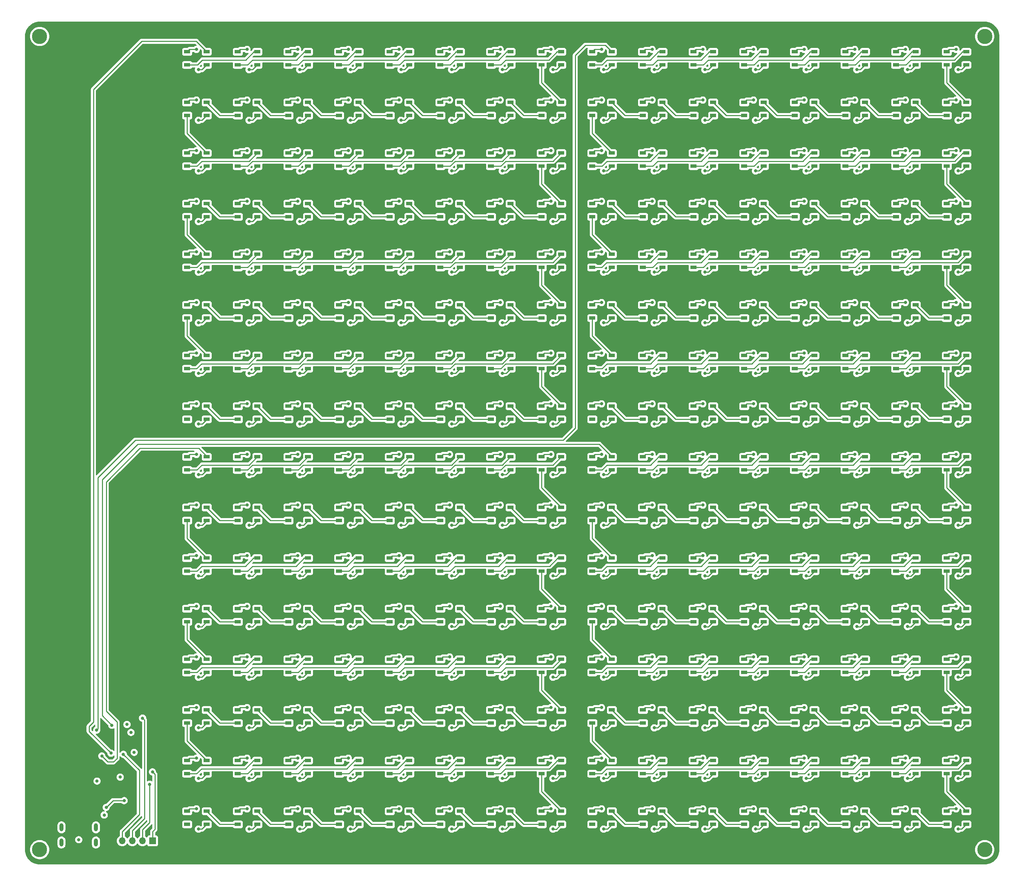
<source format=gbr>
%TF.GenerationSoftware,KiCad,Pcbnew,(7.0.0-0)*%
%TF.CreationDate,2023-09-26T09:25:19-06:00*%
%TF.ProjectId,led-matrix-v2-0,6c65642d-6d61-4747-9269-782d76322d30,4*%
%TF.SameCoordinates,Original*%
%TF.FileFunction,Copper,L1,Top*%
%TF.FilePolarity,Positive*%
%FSLAX46Y46*%
G04 Gerber Fmt 4.6, Leading zero omitted, Abs format (unit mm)*
G04 Created by KiCad (PCBNEW (7.0.0-0)) date 2023-09-26 09:25:19*
%MOMM*%
%LPD*%
G01*
G04 APERTURE LIST*
%TA.AperFunction,SMDPad,CuDef*%
%ADD10R,1.500000X0.900000*%
%TD*%
%TA.AperFunction,ComponentPad*%
%ADD11R,1.700000X1.700000*%
%TD*%
%TA.AperFunction,ComponentPad*%
%ADD12O,1.700000X1.700000*%
%TD*%
%TA.AperFunction,ComponentPad*%
%ADD13C,3.800000*%
%TD*%
%TA.AperFunction,ComponentPad*%
%ADD14O,1.000000X2.000000*%
%TD*%
%TA.AperFunction,ViaPad*%
%ADD15C,0.800000*%
%TD*%
%TA.AperFunction,Conductor*%
%ADD16C,0.250000*%
%TD*%
G04 APERTURE END LIST*
D10*
%TO.P,D196,1,VDD*%
%TO.N,VDD*%
X220699999Y-150449999D03*
%TO.P,D196,2,DOUT*%
%TO.N,Net-(D196-DOUT)*%
X220699999Y-153749999D03*
%TO.P,D196,3,VSS*%
%TO.N,GND*%
X225599999Y-153749999D03*
%TO.P,D196,4,DIN*%
%TO.N,Net-(D195-DOUT)*%
X225599999Y-150449999D03*
%TD*%
%TO.P,D116,1,VDD*%
%TO.N,VDD*%
X119099999Y-226649999D03*
%TO.P,D116,2,DOUT*%
%TO.N,Net-(D116-DOUT)*%
X119099999Y-229949999D03*
%TO.P,D116,3,VSS*%
%TO.N,GND*%
X123999999Y-229949999D03*
%TO.P,D116,4,DIN*%
%TO.N,Net-(D115-DOUT)*%
X123999999Y-226649999D03*
%TD*%
%TO.P,D94,1,VDD*%
%TO.N,VDD*%
X106399999Y-188549999D03*
%TO.P,D94,2,DOUT*%
%TO.N,Net-(D94-DOUT)*%
X106399999Y-191849999D03*
%TO.P,D94,3,VSS*%
%TO.N,GND*%
X111299999Y-191849999D03*
%TO.P,D94,4,DIN*%
%TO.N,Net-(D93-DOUT)*%
X111299999Y-188549999D03*
%TD*%
%TO.P,D33,1,VDD*%
%TO.N,VDD*%
X80999999Y-99649999D03*
%TO.P,D33,2,DOUT*%
%TO.N,Net-(D33-DOUT)*%
X80999999Y-102949999D03*
%TO.P,D33,3,VSS*%
%TO.N,GND*%
X85899999Y-102949999D03*
%TO.P,D33,4,DIN*%
%TO.N,Net-(D32-DOUT)*%
X85899999Y-99649999D03*
%TD*%
%TO.P,D98,1,VDD*%
%TO.N,VDD*%
X93699999Y-201249999D03*
%TO.P,D98,2,DOUT*%
%TO.N,Net-(D98-DOUT)*%
X93699999Y-204549999D03*
%TO.P,D98,3,VSS*%
%TO.N,GND*%
X98599999Y-204549999D03*
%TO.P,D98,4,DIN*%
%TO.N,Net-(D97-DOUT)*%
X98599999Y-201249999D03*
%TD*%
%TO.P,D135,1,VDD*%
%TO.N,VDD*%
X258799999Y-48849999D03*
%TO.P,D135,2,DOUT*%
%TO.N,Net-(D135-DOUT)*%
X258799999Y-52149999D03*
%TO.P,D135,3,VSS*%
%TO.N,GND*%
X263699999Y-52149999D03*
%TO.P,D135,4,DIN*%
%TO.N,Net-(D134-DOUT)*%
X263699999Y-48849999D03*
%TD*%
%TO.P,D80,1,VDD*%
%TO.N,VDD*%
X80999999Y-163149999D03*
%TO.P,D80,2,DOUT*%
%TO.N,Net-(D80-DOUT)*%
X80999999Y-166449999D03*
%TO.P,D80,3,VSS*%
%TO.N,GND*%
X85899999Y-166449999D03*
%TO.P,D80,4,DIN*%
%TO.N,Net-(D79-DOUT)*%
X85899999Y-163149999D03*
%TD*%
%TO.P,D18,1,VDD*%
%TO.N,VDD*%
X93699999Y-74249999D03*
%TO.P,D18,2,DOUT*%
%TO.N,Net-(D18-DOUT)*%
X93699999Y-77549999D03*
%TO.P,D18,3,VSS*%
%TO.N,GND*%
X98599999Y-77549999D03*
%TO.P,D18,4,DIN*%
%TO.N,Net-(D17-DOUT)*%
X98599999Y-74249999D03*
%TD*%
%TO.P,D30,1,VDD*%
%TO.N,VDD*%
X106399999Y-86949999D03*
%TO.P,D30,2,DOUT*%
%TO.N,Net-(D30-DOUT)*%
X106399999Y-90249999D03*
%TO.P,D30,3,VSS*%
%TO.N,GND*%
X111299999Y-90249999D03*
%TO.P,D30,4,DIN*%
%TO.N,Net-(D29-DOUT)*%
X111299999Y-86949999D03*
%TD*%
%TO.P,D35,1,VDD*%
%TO.N,VDD*%
X106399999Y-99649999D03*
%TO.P,D35,2,DOUT*%
%TO.N,Net-(D35-DOUT)*%
X106399999Y-102949999D03*
%TO.P,D35,3,VSS*%
%TO.N,GND*%
X111299999Y-102949999D03*
%TO.P,D35,4,DIN*%
%TO.N,Net-(D34-DOUT)*%
X111299999Y-99649999D03*
%TD*%
%TO.P,D36,1,VDD*%
%TO.N,VDD*%
X119099999Y-99649999D03*
%TO.P,D36,2,DOUT*%
%TO.N,Net-(D36-DOUT)*%
X119099999Y-102949999D03*
%TO.P,D36,3,VSS*%
%TO.N,GND*%
X123999999Y-102949999D03*
%TO.P,D36,4,DIN*%
%TO.N,Net-(D35-DOUT)*%
X123999999Y-99649999D03*
%TD*%
%TO.P,D146,1,VDD*%
%TO.N,VDD*%
X195299999Y-74249999D03*
%TO.P,D146,2,DOUT*%
%TO.N,Net-(D146-DOUT)*%
X195299999Y-77549999D03*
%TO.P,D146,3,VSS*%
%TO.N,GND*%
X200199999Y-77549999D03*
%TO.P,D146,4,DIN*%
%TO.N,Net-(D145-DOUT)*%
X200199999Y-74249999D03*
%TD*%
%TO.P,D71,1,VDD*%
%TO.N,VDD*%
X157199999Y-150449999D03*
%TO.P,D71,2,DOUT*%
%TO.N,Net-(D71-DOUT)*%
X157199999Y-153749999D03*
%TO.P,D71,3,VSS*%
%TO.N,GND*%
X162099999Y-153749999D03*
%TO.P,D71,4,DIN*%
%TO.N,Net-(D70-DOUT)*%
X162099999Y-150449999D03*
%TD*%
%TO.P,D101,1,VDD*%
%TO.N,VDD*%
X131799999Y-201249999D03*
%TO.P,D101,2,DOUT*%
%TO.N,Net-(D101-DOUT)*%
X131799999Y-204549999D03*
%TO.P,D101,3,VSS*%
%TO.N,GND*%
X136699999Y-204549999D03*
%TO.P,D101,4,DIN*%
%TO.N,Net-(D100-DOUT)*%
X136699999Y-201249999D03*
%TD*%
%TO.P,D256,1,VDD*%
%TO.N,VDD*%
X182599999Y-239349999D03*
%TO.P,D256,2,DOUT*%
%TO.N,unconnected-(D256-DOUT-Pad2)*%
X182599999Y-242649999D03*
%TO.P,D256,3,VSS*%
%TO.N,GND*%
X187499999Y-242649999D03*
%TO.P,D256,4,DIN*%
%TO.N,Net-(D255-DOUT)*%
X187499999Y-239349999D03*
%TD*%
%TO.P,D244,1,VDD*%
%TO.N,VDD*%
X220699999Y-226649999D03*
%TO.P,D244,2,DOUT*%
%TO.N,Net-(D244-DOUT)*%
X220699999Y-229949999D03*
%TO.P,D244,3,VSS*%
%TO.N,GND*%
X225599999Y-229949999D03*
%TO.P,D244,4,DIN*%
%TO.N,Net-(D243-DOUT)*%
X225599999Y-226649999D03*
%TD*%
%TO.P,D56,1,VDD*%
%TO.N,VDD*%
X169899999Y-125049999D03*
%TO.P,D56,2,DOUT*%
%TO.N,Net-(D56-DOUT)*%
X169899999Y-128349999D03*
%TO.P,D56,3,VSS*%
%TO.N,GND*%
X174799999Y-128349999D03*
%TO.P,D56,4,DIN*%
%TO.N,Net-(D55-DOUT)*%
X174799999Y-125049999D03*
%TD*%
%TO.P,D208,1,VDD*%
%TO.N,VDD*%
X182599999Y-163149999D03*
%TO.P,D208,2,DOUT*%
%TO.N,Net-(D208-DOUT)*%
X182599999Y-166449999D03*
%TO.P,D208,3,VSS*%
%TO.N,GND*%
X187499999Y-166449999D03*
%TO.P,D208,4,DIN*%
%TO.N,Net-(D207-DOUT)*%
X187499999Y-163149999D03*
%TD*%
%TO.P,D239,1,VDD*%
%TO.N,VDD*%
X195299999Y-213949999D03*
%TO.P,D239,2,DOUT*%
%TO.N,Net-(D239-DOUT)*%
X195299999Y-217249999D03*
%TO.P,D239,3,VSS*%
%TO.N,GND*%
X200199999Y-217249999D03*
%TO.P,D239,4,DIN*%
%TO.N,Net-(D238-DOUT)*%
X200199999Y-213949999D03*
%TD*%
%TO.P,D227,1,VDD*%
%TO.N,VDD*%
X207999999Y-201249999D03*
%TO.P,D227,2,DOUT*%
%TO.N,Net-(D227-DOUT)*%
X207999999Y-204549999D03*
%TO.P,D227,3,VSS*%
%TO.N,GND*%
X212899999Y-204549999D03*
%TO.P,D227,4,DIN*%
%TO.N,Net-(D226-DOUT)*%
X212899999Y-201249999D03*
%TD*%
%TO.P,D138,1,VDD*%
%TO.N,VDD*%
X258799999Y-61549999D03*
%TO.P,D138,2,DOUT*%
%TO.N,Net-(D138-DOUT)*%
X258799999Y-64849999D03*
%TO.P,D138,3,VSS*%
%TO.N,GND*%
X263699999Y-64849999D03*
%TO.P,D138,4,DIN*%
%TO.N,Net-(D137-DOUT)*%
X263699999Y-61549999D03*
%TD*%
%TO.P,D82,1,VDD*%
%TO.N,VDD*%
X93699999Y-175849999D03*
%TO.P,D82,2,DOUT*%
%TO.N,Net-(D82-DOUT)*%
X93699999Y-179149999D03*
%TO.P,D82,3,VSS*%
%TO.N,GND*%
X98599999Y-179149999D03*
%TO.P,D82,4,DIN*%
%TO.N,Net-(D81-DOUT)*%
X98599999Y-175849999D03*
%TD*%
%TO.P,D172,1,VDD*%
%TO.N,VDD*%
X233399999Y-112349999D03*
%TO.P,D172,2,DOUT*%
%TO.N,Net-(D172-DOUT)*%
X233399999Y-115649999D03*
%TO.P,D172,3,VSS*%
%TO.N,GND*%
X238299999Y-115649999D03*
%TO.P,D172,4,DIN*%
%TO.N,Net-(D171-DOUT)*%
X238299999Y-112349999D03*
%TD*%
%TO.P,D207,1,VDD*%
%TO.N,VDD*%
X195299999Y-163149999D03*
%TO.P,D207,2,DOUT*%
%TO.N,Net-(D207-DOUT)*%
X195299999Y-166449999D03*
%TO.P,D207,3,VSS*%
%TO.N,GND*%
X200199999Y-166449999D03*
%TO.P,D207,4,DIN*%
%TO.N,Net-(D206-DOUT)*%
X200199999Y-163149999D03*
%TD*%
%TO.P,D235,1,VDD*%
%TO.N,VDD*%
X246099999Y-213949999D03*
%TO.P,D235,2,DOUT*%
%TO.N,Net-(D235-DOUT)*%
X246099999Y-217249999D03*
%TO.P,D235,3,VSS*%
%TO.N,GND*%
X250999999Y-217249999D03*
%TO.P,D235,4,DIN*%
%TO.N,Net-(D234-DOUT)*%
X250999999Y-213949999D03*
%TD*%
%TO.P,D174,1,VDD*%
%TO.N,VDD*%
X207999999Y-112349999D03*
%TO.P,D174,2,DOUT*%
%TO.N,Net-(D174-DOUT)*%
X207999999Y-115649999D03*
%TO.P,D174,3,VSS*%
%TO.N,GND*%
X212899999Y-115649999D03*
%TO.P,D174,4,DIN*%
%TO.N,Net-(D173-DOUT)*%
X212899999Y-112349999D03*
%TD*%
%TO.P,D151,1,VDD*%
%TO.N,VDD*%
X258799999Y-74249999D03*
%TO.P,D151,2,DOUT*%
%TO.N,Net-(D151-DOUT)*%
X258799999Y-77549999D03*
%TO.P,D151,3,VSS*%
%TO.N,GND*%
X263699999Y-77549999D03*
%TO.P,D151,4,DIN*%
%TO.N,Net-(D150-DOUT)*%
X263699999Y-74249999D03*
%TD*%
%TO.P,D199,1,VDD*%
%TO.N,VDD*%
X258799999Y-150449999D03*
%TO.P,D199,2,DOUT*%
%TO.N,Net-(D199-DOUT)*%
X258799999Y-153749999D03*
%TO.P,D199,3,VSS*%
%TO.N,GND*%
X263699999Y-153749999D03*
%TO.P,D199,4,DIN*%
%TO.N,Net-(D198-DOUT)*%
X263699999Y-150449999D03*
%TD*%
%TO.P,D25,1,VDD*%
%TO.N,VDD*%
X169899999Y-86949999D03*
%TO.P,D25,2,DOUT*%
%TO.N,Net-(D25-DOUT)*%
X169899999Y-90249999D03*
%TO.P,D25,3,VSS*%
%TO.N,GND*%
X174799999Y-90249999D03*
%TO.P,D25,4,DIN*%
%TO.N,Net-(D24-DOUT)*%
X174799999Y-86949999D03*
%TD*%
%TO.P,D216,1,VDD*%
%TO.N,VDD*%
X271499999Y-175849999D03*
%TO.P,D216,2,DOUT*%
%TO.N,Net-(D216-DOUT)*%
X271499999Y-179149999D03*
%TO.P,D216,3,VSS*%
%TO.N,GND*%
X276399999Y-179149999D03*
%TO.P,D216,4,DIN*%
%TO.N,Net-(D215-DOUT)*%
X276399999Y-175849999D03*
%TD*%
%TO.P,D96,1,VDD*%
%TO.N,VDD*%
X80999999Y-188549999D03*
%TO.P,D96,2,DOUT*%
%TO.N,Net-(D96-DOUT)*%
X80999999Y-191849999D03*
%TO.P,D96,3,VSS*%
%TO.N,GND*%
X85899999Y-191849999D03*
%TO.P,D96,4,DIN*%
%TO.N,Net-(D95-DOUT)*%
X85899999Y-188549999D03*
%TD*%
%TO.P,D220,1,VDD*%
%TO.N,VDD*%
X233399999Y-188549999D03*
%TO.P,D220,2,DOUT*%
%TO.N,Net-(D220-DOUT)*%
X233399999Y-191849999D03*
%TO.P,D220,3,VSS*%
%TO.N,GND*%
X238299999Y-191849999D03*
%TO.P,D220,4,DIN*%
%TO.N,Net-(D219-DOUT)*%
X238299999Y-188549999D03*
%TD*%
%TO.P,D189,1,VDD*%
%TO.N,VDD*%
X220699999Y-137749999D03*
%TO.P,D189,2,DOUT*%
%TO.N,Net-(D189-DOUT)*%
X220699999Y-141049999D03*
%TO.P,D189,3,VSS*%
%TO.N,GND*%
X225599999Y-141049999D03*
%TO.P,D189,4,DIN*%
%TO.N,Net-(D188-DOUT)*%
X225599999Y-137749999D03*
%TD*%
%TO.P,D45,1,VDD*%
%TO.N,VDD*%
X119099999Y-112349999D03*
%TO.P,D45,2,DOUT*%
%TO.N,Net-(D45-DOUT)*%
X119099999Y-115649999D03*
%TO.P,D45,3,VSS*%
%TO.N,GND*%
X123999999Y-115649999D03*
%TO.P,D45,4,DIN*%
%TO.N,Net-(D44-DOUT)*%
X123999999Y-112349999D03*
%TD*%
%TO.P,D43,1,VDD*%
%TO.N,VDD*%
X144499999Y-112349999D03*
%TO.P,D43,2,DOUT*%
%TO.N,Net-(D43-DOUT)*%
X144499999Y-115649999D03*
%TO.P,D43,3,VSS*%
%TO.N,GND*%
X149399999Y-115649999D03*
%TO.P,D43,4,DIN*%
%TO.N,Net-(D42-DOUT)*%
X149399999Y-112349999D03*
%TD*%
%TO.P,D140,1,VDD*%
%TO.N,VDD*%
X233399999Y-61549999D03*
%TO.P,D140,2,DOUT*%
%TO.N,Net-(D140-DOUT)*%
X233399999Y-64849999D03*
%TO.P,D140,3,VSS*%
%TO.N,GND*%
X238299999Y-64849999D03*
%TO.P,D140,4,DIN*%
%TO.N,Net-(D139-DOUT)*%
X238299999Y-61549999D03*
%TD*%
%TO.P,D134,1,VDD*%
%TO.N,VDD*%
X246099999Y-48849999D03*
%TO.P,D134,2,DOUT*%
%TO.N,Net-(D134-DOUT)*%
X246099999Y-52149999D03*
%TO.P,D134,3,VSS*%
%TO.N,GND*%
X250999999Y-52149999D03*
%TO.P,D134,4,DIN*%
%TO.N,Net-(D133-DOUT)*%
X250999999Y-48849999D03*
%TD*%
%TO.P,D249,1,VDD*%
%TO.N,VDD*%
X271499999Y-239349999D03*
%TO.P,D249,2,DOUT*%
%TO.N,Net-(D249-DOUT)*%
X271499999Y-242649999D03*
%TO.P,D249,3,VSS*%
%TO.N,GND*%
X276399999Y-242649999D03*
%TO.P,D249,4,DIN*%
%TO.N,Net-(D248-DOUT)*%
X276399999Y-239349999D03*
%TD*%
%TO.P,D85,1,VDD*%
%TO.N,VDD*%
X131799999Y-175849999D03*
%TO.P,D85,2,DOUT*%
%TO.N,Net-(D85-DOUT)*%
X131799999Y-179149999D03*
%TO.P,D85,3,VSS*%
%TO.N,GND*%
X136699999Y-179149999D03*
%TO.P,D85,4,DIN*%
%TO.N,Net-(D84-DOUT)*%
X136699999Y-175849999D03*
%TD*%
%TO.P,D240,1,VDD*%
%TO.N,VDD*%
X182599999Y-213949999D03*
%TO.P,D240,2,DOUT*%
%TO.N,Net-(D240-DOUT)*%
X182599999Y-217249999D03*
%TO.P,D240,3,VSS*%
%TO.N,GND*%
X187499999Y-217249999D03*
%TO.P,D240,4,DIN*%
%TO.N,Net-(D239-DOUT)*%
X187499999Y-213949999D03*
%TD*%
%TO.P,D90,1,VDD*%
%TO.N,VDD*%
X157199999Y-188549999D03*
%TO.P,D90,2,DOUT*%
%TO.N,Net-(D90-DOUT)*%
X157199999Y-191849999D03*
%TO.P,D90,3,VSS*%
%TO.N,GND*%
X162099999Y-191849999D03*
%TO.P,D90,4,DIN*%
%TO.N,Net-(D89-DOUT)*%
X162099999Y-188549999D03*
%TD*%
%TO.P,D2,1,VDD*%
%TO.N,VDD*%
X93699999Y-48849999D03*
%TO.P,D2,2,DOUT*%
%TO.N,Net-(D2-DOUT)*%
X93699999Y-52149999D03*
%TO.P,D2,3,VSS*%
%TO.N,GND*%
X98599999Y-52149999D03*
%TO.P,D2,4,DIN*%
%TO.N,Net-(D1-DOUT)*%
X98599999Y-48849999D03*
%TD*%
D11*
%TO.P,J1,1,Pin_1*%
%TO.N,Net-(J1-Pin_1)*%
X72339999Y-246799999D03*
D12*
%TO.P,J1,2,Pin_2*%
%TO.N,Net-(J1-Pin_2)*%
X69799999Y-246799999D03*
%TO.P,J1,3,Pin_3*%
%TO.N,Net-(J1-Pin_3)*%
X67259999Y-246799999D03*
%TO.P,J1,4,Pin_4*%
%TO.N,Net-(J1-Pin_4)*%
X64719999Y-246799999D03*
%TD*%
D10*
%TO.P,D111,1,VDD*%
%TO.N,VDD*%
X93699999Y-213949999D03*
%TO.P,D111,2,DOUT*%
%TO.N,Net-(D111-DOUT)*%
X93699999Y-217249999D03*
%TO.P,D111,3,VSS*%
%TO.N,GND*%
X98599999Y-217249999D03*
%TO.P,D111,4,DIN*%
%TO.N,Net-(D110-DOUT)*%
X98599999Y-213949999D03*
%TD*%
%TO.P,D170,1,VDD*%
%TO.N,VDD*%
X258799999Y-112349999D03*
%TO.P,D170,2,DOUT*%
%TO.N,Net-(D170-DOUT)*%
X258799999Y-115649999D03*
%TO.P,D170,3,VSS*%
%TO.N,GND*%
X263699999Y-115649999D03*
%TO.P,D170,4,DIN*%
%TO.N,Net-(D169-DOUT)*%
X263699999Y-112349999D03*
%TD*%
%TO.P,D39,1,VDD*%
%TO.N,VDD*%
X157199999Y-99649999D03*
%TO.P,D39,2,DOUT*%
%TO.N,Net-(D39-DOUT)*%
X157199999Y-102949999D03*
%TO.P,D39,3,VSS*%
%TO.N,GND*%
X162099999Y-102949999D03*
%TO.P,D39,4,DIN*%
%TO.N,Net-(D38-DOUT)*%
X162099999Y-99649999D03*
%TD*%
%TO.P,D27,1,VDD*%
%TO.N,VDD*%
X144499999Y-86949999D03*
%TO.P,D27,2,DOUT*%
%TO.N,Net-(D27-DOUT)*%
X144499999Y-90249999D03*
%TO.P,D27,3,VSS*%
%TO.N,GND*%
X149399999Y-90249999D03*
%TO.P,D27,4,DIN*%
%TO.N,Net-(D26-DOUT)*%
X149399999Y-86949999D03*
%TD*%
D13*
%TO.P,REF\u002A\u002A,1*%
%TO.N,GND*%
X44000000Y-45000000D03*
%TD*%
D10*
%TO.P,D42,1,VDD*%
%TO.N,VDD*%
X157199999Y-112349999D03*
%TO.P,D42,2,DOUT*%
%TO.N,Net-(D42-DOUT)*%
X157199999Y-115649999D03*
%TO.P,D42,3,VSS*%
%TO.N,GND*%
X162099999Y-115649999D03*
%TO.P,D42,4,DIN*%
%TO.N,Net-(D41-DOUT)*%
X162099999Y-112349999D03*
%TD*%
%TO.P,D75,1,VDD*%
%TO.N,VDD*%
X144499999Y-163149999D03*
%TO.P,D75,2,DOUT*%
%TO.N,Net-(D75-DOUT)*%
X144499999Y-166449999D03*
%TO.P,D75,3,VSS*%
%TO.N,GND*%
X149399999Y-166449999D03*
%TO.P,D75,4,DIN*%
%TO.N,Net-(D74-DOUT)*%
X149399999Y-163149999D03*
%TD*%
%TO.P,D28,1,VDD*%
%TO.N,VDD*%
X131799999Y-86949999D03*
%TO.P,D28,2,DOUT*%
%TO.N,Net-(D28-DOUT)*%
X131799999Y-90249999D03*
%TO.P,D28,3,VSS*%
%TO.N,GND*%
X136699999Y-90249999D03*
%TO.P,D28,4,DIN*%
%TO.N,Net-(D27-DOUT)*%
X136699999Y-86949999D03*
%TD*%
%TO.P,D76,1,VDD*%
%TO.N,VDD*%
X131799999Y-163149999D03*
%TO.P,D76,2,DOUT*%
%TO.N,Net-(D76-DOUT)*%
X131799999Y-166449999D03*
%TO.P,D76,3,VSS*%
%TO.N,GND*%
X136699999Y-166449999D03*
%TO.P,D76,4,DIN*%
%TO.N,Net-(D75-DOUT)*%
X136699999Y-163149999D03*
%TD*%
%TO.P,D123,1,VDD*%
%TO.N,VDD*%
X144499999Y-239349999D03*
%TO.P,D123,2,DOUT*%
%TO.N,Net-(D123-DOUT)*%
X144499999Y-242649999D03*
%TO.P,D123,3,VSS*%
%TO.N,GND*%
X149399999Y-242649999D03*
%TO.P,D123,4,DIN*%
%TO.N,Net-(D122-DOUT)*%
X149399999Y-239349999D03*
%TD*%
D13*
%TO.P,REF\u002A\u002A,1*%
%TO.N,GND*%
X44000000Y-249000000D03*
%TD*%
D10*
%TO.P,D37,1,VDD*%
%TO.N,VDD*%
X131799999Y-99649999D03*
%TO.P,D37,2,DOUT*%
%TO.N,Net-(D37-DOUT)*%
X131799999Y-102949999D03*
%TO.P,D37,3,VSS*%
%TO.N,GND*%
X136699999Y-102949999D03*
%TO.P,D37,4,DIN*%
%TO.N,Net-(D36-DOUT)*%
X136699999Y-99649999D03*
%TD*%
%TO.P,D54,1,VDD*%
%TO.N,VDD*%
X144499999Y-125049999D03*
%TO.P,D54,2,DOUT*%
%TO.N,Net-(D54-DOUT)*%
X144499999Y-128349999D03*
%TO.P,D54,3,VSS*%
%TO.N,GND*%
X149399999Y-128349999D03*
%TO.P,D54,4,DIN*%
%TO.N,Net-(D53-DOUT)*%
X149399999Y-125049999D03*
%TD*%
%TO.P,D78,1,VDD*%
%TO.N,VDD*%
X106399999Y-163149999D03*
%TO.P,D78,2,DOUT*%
%TO.N,Net-(D78-DOUT)*%
X106399999Y-166449999D03*
%TO.P,D78,3,VSS*%
%TO.N,GND*%
X111299999Y-166449999D03*
%TO.P,D78,4,DIN*%
%TO.N,Net-(D77-DOUT)*%
X111299999Y-163149999D03*
%TD*%
%TO.P,D3,1,VDD*%
%TO.N,VDD*%
X106399999Y-48849999D03*
%TO.P,D3,2,DOUT*%
%TO.N,Net-(D3-DOUT)*%
X106399999Y-52149999D03*
%TO.P,D3,3,VSS*%
%TO.N,GND*%
X111299999Y-52149999D03*
%TO.P,D3,4,DIN*%
%TO.N,Net-(D2-DOUT)*%
X111299999Y-48849999D03*
%TD*%
%TO.P,D9,1,VDD*%
%TO.N,VDD*%
X169899999Y-61549999D03*
%TO.P,D9,2,DOUT*%
%TO.N,Net-(D10-DIN)*%
X169899999Y-64849999D03*
%TO.P,D9,3,VSS*%
%TO.N,GND*%
X174799999Y-64849999D03*
%TO.P,D9,4,DIN*%
%TO.N,Net-(D8-DOUT)*%
X174799999Y-61549999D03*
%TD*%
%TO.P,D163,1,VDD*%
%TO.N,VDD*%
X207999999Y-99649999D03*
%TO.P,D163,2,DOUT*%
%TO.N,Net-(D163-DOUT)*%
X207999999Y-102949999D03*
%TO.P,D163,3,VSS*%
%TO.N,GND*%
X212899999Y-102949999D03*
%TO.P,D163,4,DIN*%
%TO.N,Net-(D162-DOUT)*%
X212899999Y-99649999D03*
%TD*%
%TO.P,D183,1,VDD*%
%TO.N,VDD*%
X258799999Y-125049999D03*
%TO.P,D183,2,DOUT*%
%TO.N,Net-(D183-DOUT)*%
X258799999Y-128349999D03*
%TO.P,D183,3,VSS*%
%TO.N,GND*%
X263699999Y-128349999D03*
%TO.P,D183,4,DIN*%
%TO.N,Net-(D182-DOUT)*%
X263699999Y-125049999D03*
%TD*%
%TO.P,D126,1,VDD*%
%TO.N,VDD*%
X106399999Y-239349999D03*
%TO.P,D126,2,DOUT*%
%TO.N,Net-(D126-DOUT)*%
X106399999Y-242649999D03*
%TO.P,D126,3,VSS*%
%TO.N,GND*%
X111299999Y-242649999D03*
%TO.P,D126,4,DIN*%
%TO.N,Net-(D125-DOUT)*%
X111299999Y-239349999D03*
%TD*%
%TO.P,D93,1,VDD*%
%TO.N,VDD*%
X119099999Y-188549999D03*
%TO.P,D93,2,DOUT*%
%TO.N,Net-(D93-DOUT)*%
X119099999Y-191849999D03*
%TO.P,D93,3,VSS*%
%TO.N,GND*%
X123999999Y-191849999D03*
%TO.P,D93,4,DIN*%
%TO.N,Net-(D92-DOUT)*%
X123999999Y-188549999D03*
%TD*%
%TO.P,D198,1,VDD*%
%TO.N,VDD*%
X246099999Y-150449999D03*
%TO.P,D198,2,DOUT*%
%TO.N,Net-(D198-DOUT)*%
X246099999Y-153749999D03*
%TO.P,D198,3,VSS*%
%TO.N,GND*%
X250999999Y-153749999D03*
%TO.P,D198,4,DIN*%
%TO.N,Net-(D197-DOUT)*%
X250999999Y-150449999D03*
%TD*%
%TO.P,D219,1,VDD*%
%TO.N,VDD*%
X246099999Y-188549999D03*
%TO.P,D219,2,DOUT*%
%TO.N,Net-(D219-DOUT)*%
X246099999Y-191849999D03*
%TO.P,D219,3,VSS*%
%TO.N,GND*%
X250999999Y-191849999D03*
%TO.P,D219,4,DIN*%
%TO.N,Net-(D218-DOUT)*%
X250999999Y-188549999D03*
%TD*%
%TO.P,D171,1,VDD*%
%TO.N,VDD*%
X246099999Y-112349999D03*
%TO.P,D171,2,DOUT*%
%TO.N,Net-(D171-DOUT)*%
X246099999Y-115649999D03*
%TO.P,D171,3,VSS*%
%TO.N,GND*%
X250999999Y-115649999D03*
%TO.P,D171,4,DIN*%
%TO.N,Net-(D170-DOUT)*%
X250999999Y-112349999D03*
%TD*%
%TO.P,D103,1,VDD*%
%TO.N,VDD*%
X157199999Y-201249999D03*
%TO.P,D103,2,DOUT*%
%TO.N,Net-(D103-DOUT)*%
X157199999Y-204549999D03*
%TO.P,D103,3,VSS*%
%TO.N,GND*%
X162099999Y-204549999D03*
%TO.P,D103,4,DIN*%
%TO.N,Net-(D102-DOUT)*%
X162099999Y-201249999D03*
%TD*%
%TO.P,D180,1,VDD*%
%TO.N,VDD*%
X220699999Y-125049999D03*
%TO.P,D180,2,DOUT*%
%TO.N,Net-(D180-DOUT)*%
X220699999Y-128349999D03*
%TO.P,D180,3,VSS*%
%TO.N,GND*%
X225599999Y-128349999D03*
%TO.P,D180,4,DIN*%
%TO.N,Net-(D179-DOUT)*%
X225599999Y-125049999D03*
%TD*%
%TO.P,D229,1,VDD*%
%TO.N,VDD*%
X233399999Y-201249999D03*
%TO.P,D229,2,DOUT*%
%TO.N,Net-(D229-DOUT)*%
X233399999Y-204549999D03*
%TO.P,D229,3,VSS*%
%TO.N,GND*%
X238299999Y-204549999D03*
%TO.P,D229,4,DIN*%
%TO.N,Net-(D228-DOUT)*%
X238299999Y-201249999D03*
%TD*%
%TO.P,D79,1,VDD*%
%TO.N,VDD*%
X93699999Y-163149999D03*
%TO.P,D79,2,DOUT*%
%TO.N,Net-(D79-DOUT)*%
X93699999Y-166449999D03*
%TO.P,D79,3,VSS*%
%TO.N,GND*%
X98599999Y-166449999D03*
%TO.P,D79,4,DIN*%
%TO.N,Net-(D78-DOUT)*%
X98599999Y-163149999D03*
%TD*%
%TO.P,D20,1,VDD*%
%TO.N,VDD*%
X119099999Y-74249999D03*
%TO.P,D20,2,DOUT*%
%TO.N,Net-(D20-DOUT)*%
X119099999Y-77549999D03*
%TO.P,D20,3,VSS*%
%TO.N,GND*%
X123999999Y-77549999D03*
%TO.P,D20,4,DIN*%
%TO.N,Net-(D19-DOUT)*%
X123999999Y-74249999D03*
%TD*%
%TO.P,D141,1,VDD*%
%TO.N,VDD*%
X220699999Y-61549999D03*
%TO.P,D141,2,DOUT*%
%TO.N,Net-(D141-DOUT)*%
X220699999Y-64849999D03*
%TO.P,D141,3,VSS*%
%TO.N,GND*%
X225599999Y-64849999D03*
%TO.P,D141,4,DIN*%
%TO.N,Net-(D140-DOUT)*%
X225599999Y-61549999D03*
%TD*%
%TO.P,D186,1,VDD*%
%TO.N,VDD*%
X258799999Y-137749999D03*
%TO.P,D186,2,DOUT*%
%TO.N,Net-(D186-DOUT)*%
X258799999Y-141049999D03*
%TO.P,D186,3,VSS*%
%TO.N,GND*%
X263699999Y-141049999D03*
%TO.P,D186,4,DIN*%
%TO.N,Net-(D185-DOUT)*%
X263699999Y-137749999D03*
%TD*%
%TO.P,D12,1,VDD*%
%TO.N,VDD*%
X131799999Y-61549999D03*
%TO.P,D12,2,DOUT*%
%TO.N,Net-(D12-DOUT)*%
X131799999Y-64849999D03*
%TO.P,D12,3,VSS*%
%TO.N,GND*%
X136699999Y-64849999D03*
%TO.P,D12,4,DIN*%
%TO.N,Net-(D11-DOUT)*%
X136699999Y-61549999D03*
%TD*%
%TO.P,D124,1,VDD*%
%TO.N,VDD*%
X131799999Y-239349999D03*
%TO.P,D124,2,DOUT*%
%TO.N,Net-(D124-DOUT)*%
X131799999Y-242649999D03*
%TO.P,D124,3,VSS*%
%TO.N,GND*%
X136699999Y-242649999D03*
%TO.P,D124,4,DIN*%
%TO.N,Net-(D123-DOUT)*%
X136699999Y-239349999D03*
%TD*%
%TO.P,D218,1,VDD*%
%TO.N,VDD*%
X258799999Y-188549999D03*
%TO.P,D218,2,DOUT*%
%TO.N,Net-(D218-DOUT)*%
X258799999Y-191849999D03*
%TO.P,D218,3,VSS*%
%TO.N,GND*%
X263699999Y-191849999D03*
%TO.P,D218,4,DIN*%
%TO.N,Net-(D217-DOUT)*%
X263699999Y-188549999D03*
%TD*%
%TO.P,D4,1,VDD*%
%TO.N,VDD*%
X119099999Y-48849999D03*
%TO.P,D4,2,DOUT*%
%TO.N,Net-(D4-DOUT)*%
X119099999Y-52149999D03*
%TO.P,D4,3,VSS*%
%TO.N,GND*%
X123999999Y-52149999D03*
%TO.P,D4,4,DIN*%
%TO.N,Net-(D3-DOUT)*%
X123999999Y-48849999D03*
%TD*%
%TO.P,D122,1,VDD*%
%TO.N,VDD*%
X157199999Y-239349999D03*
%TO.P,D122,2,DOUT*%
%TO.N,Net-(D122-DOUT)*%
X157199999Y-242649999D03*
%TO.P,D122,3,VSS*%
%TO.N,GND*%
X162099999Y-242649999D03*
%TO.P,D122,4,DIN*%
%TO.N,Net-(D121-DOUT)*%
X162099999Y-239349999D03*
%TD*%
%TO.P,D222,1,VDD*%
%TO.N,VDD*%
X207999999Y-188549999D03*
%TO.P,D222,2,DOUT*%
%TO.N,Net-(D222-DOUT)*%
X207999999Y-191849999D03*
%TO.P,D222,3,VSS*%
%TO.N,GND*%
X212899999Y-191849999D03*
%TO.P,D222,4,DIN*%
%TO.N,Net-(D221-DOUT)*%
X212899999Y-188549999D03*
%TD*%
%TO.P,D137,1,VDD*%
%TO.N,VDD*%
X271499999Y-61549999D03*
%TO.P,D137,2,DOUT*%
%TO.N,Net-(D137-DOUT)*%
X271499999Y-64849999D03*
%TO.P,D137,3,VSS*%
%TO.N,GND*%
X276399999Y-64849999D03*
%TO.P,D137,4,DIN*%
%TO.N,Net-(D136-DOUT)*%
X276399999Y-61549999D03*
%TD*%
%TO.P,D190,1,VDD*%
%TO.N,VDD*%
X207999999Y-137749999D03*
%TO.P,D190,2,DOUT*%
%TO.N,Net-(D190-DOUT)*%
X207999999Y-141049999D03*
%TO.P,D190,3,VSS*%
%TO.N,GND*%
X212899999Y-141049999D03*
%TO.P,D190,4,DIN*%
%TO.N,Net-(D189-DOUT)*%
X212899999Y-137749999D03*
%TD*%
%TO.P,D234,1,VDD*%
%TO.N,VDD*%
X258799999Y-213949999D03*
%TO.P,D234,2,DOUT*%
%TO.N,Net-(D234-DOUT)*%
X258799999Y-217249999D03*
%TO.P,D234,3,VSS*%
%TO.N,GND*%
X263699999Y-217249999D03*
%TO.P,D234,4,DIN*%
%TO.N,Net-(D233-DOUT)*%
X263699999Y-213949999D03*
%TD*%
%TO.P,D165,1,VDD*%
%TO.N,VDD*%
X233399999Y-99649999D03*
%TO.P,D165,2,DOUT*%
%TO.N,Net-(D165-DOUT)*%
X233399999Y-102949999D03*
%TO.P,D165,3,VSS*%
%TO.N,GND*%
X238299999Y-102949999D03*
%TO.P,D165,4,DIN*%
%TO.N,Net-(D164-DOUT)*%
X238299999Y-99649999D03*
%TD*%
%TO.P,D13,1,VDD*%
%TO.N,VDD*%
X119099999Y-61549999D03*
%TO.P,D13,2,DOUT*%
%TO.N,Net-(D13-DOUT)*%
X119099999Y-64849999D03*
%TO.P,D13,3,VSS*%
%TO.N,GND*%
X123999999Y-64849999D03*
%TO.P,D13,4,DIN*%
%TO.N,Net-(D12-DOUT)*%
X123999999Y-61549999D03*
%TD*%
%TO.P,D117,1,VDD*%
%TO.N,VDD*%
X131799999Y-226649999D03*
%TO.P,D117,2,DOUT*%
%TO.N,Net-(D117-DOUT)*%
X131799999Y-229949999D03*
%TO.P,D117,3,VSS*%
%TO.N,GND*%
X136699999Y-229949999D03*
%TO.P,D117,4,DIN*%
%TO.N,Net-(D116-DOUT)*%
X136699999Y-226649999D03*
%TD*%
%TO.P,D133,1,VDD*%
%TO.N,VDD*%
X233399999Y-48849999D03*
%TO.P,D133,2,DOUT*%
%TO.N,Net-(D133-DOUT)*%
X233399999Y-52149999D03*
%TO.P,D133,3,VSS*%
%TO.N,GND*%
X238299999Y-52149999D03*
%TO.P,D133,4,DIN*%
%TO.N,Net-(D132-DOUT)*%
X238299999Y-48849999D03*
%TD*%
%TO.P,D252,1,VDD*%
%TO.N,VDD*%
X233399999Y-239349999D03*
%TO.P,D252,2,DOUT*%
%TO.N,Net-(D252-DOUT)*%
X233399999Y-242649999D03*
%TO.P,D252,3,VSS*%
%TO.N,GND*%
X238299999Y-242649999D03*
%TO.P,D252,4,DIN*%
%TO.N,Net-(D251-DOUT)*%
X238299999Y-239349999D03*
%TD*%
%TO.P,D144,1,VDD*%
%TO.N,VDD*%
X182599999Y-61549999D03*
%TO.P,D144,2,DOUT*%
%TO.N,Net-(D144-DOUT)*%
X182599999Y-64849999D03*
%TO.P,D144,3,VSS*%
%TO.N,GND*%
X187499999Y-64849999D03*
%TO.P,D144,4,DIN*%
%TO.N,Net-(D143-DOUT)*%
X187499999Y-61549999D03*
%TD*%
%TO.P,D74,1,VDD*%
%TO.N,VDD*%
X157199999Y-163149999D03*
%TO.P,D74,2,DOUT*%
%TO.N,Net-(D74-DOUT)*%
X157199999Y-166449999D03*
%TO.P,D74,3,VSS*%
%TO.N,GND*%
X162099999Y-166449999D03*
%TO.P,D74,4,DIN*%
%TO.N,Net-(D73-DOUT)*%
X162099999Y-163149999D03*
%TD*%
%TO.P,D250,1,VDD*%
%TO.N,VDD*%
X258799999Y-239349999D03*
%TO.P,D250,2,DOUT*%
%TO.N,Net-(D250-DOUT)*%
X258799999Y-242649999D03*
%TO.P,D250,3,VSS*%
%TO.N,GND*%
X263699999Y-242649999D03*
%TO.P,D250,4,DIN*%
%TO.N,Net-(D249-DOUT)*%
X263699999Y-239349999D03*
%TD*%
%TO.P,D67,1,VDD*%
%TO.N,VDD*%
X106399999Y-150449999D03*
%TO.P,D67,2,DOUT*%
%TO.N,Net-(D67-DOUT)*%
X106399999Y-153749999D03*
%TO.P,D67,3,VSS*%
%TO.N,GND*%
X111299999Y-153749999D03*
%TO.P,D67,4,DIN*%
%TO.N,Net-(D66-DOUT)*%
X111299999Y-150449999D03*
%TD*%
%TO.P,D132,1,VDD*%
%TO.N,VDD*%
X220699999Y-48849999D03*
%TO.P,D132,2,DOUT*%
%TO.N,Net-(D132-DOUT)*%
X220699999Y-52149999D03*
%TO.P,D132,3,VSS*%
%TO.N,GND*%
X225599999Y-52149999D03*
%TO.P,D132,4,DIN*%
%TO.N,Net-(D131-DOUT)*%
X225599999Y-48849999D03*
%TD*%
%TO.P,D241,1,VDD*%
%TO.N,VDD*%
X182599999Y-226649999D03*
%TO.P,D241,2,DOUT*%
%TO.N,Net-(D241-DOUT)*%
X182599999Y-229949999D03*
%TO.P,D241,3,VSS*%
%TO.N,GND*%
X187499999Y-229949999D03*
%TO.P,D241,4,DIN*%
%TO.N,Net-(D240-DOUT)*%
X187499999Y-226649999D03*
%TD*%
%TO.P,D210,1,VDD*%
%TO.N,VDD*%
X195299999Y-175849999D03*
%TO.P,D210,2,DOUT*%
%TO.N,Net-(D210-DOUT)*%
X195299999Y-179149999D03*
%TO.P,D210,3,VSS*%
%TO.N,GND*%
X200199999Y-179149999D03*
%TO.P,D210,4,DIN*%
%TO.N,Net-(D209-DOUT)*%
X200199999Y-175849999D03*
%TD*%
%TO.P,D72,1,VDD*%
%TO.N,VDD*%
X169899999Y-150449999D03*
%TO.P,D72,2,DOUT*%
%TO.N,Net-(D72-DOUT)*%
X169899999Y-153749999D03*
%TO.P,D72,3,VSS*%
%TO.N,GND*%
X174799999Y-153749999D03*
%TO.P,D72,4,DIN*%
%TO.N,Net-(D71-DOUT)*%
X174799999Y-150449999D03*
%TD*%
%TO.P,D87,1,VDD*%
%TO.N,VDD*%
X157199999Y-175849999D03*
%TO.P,D87,2,DOUT*%
%TO.N,Net-(D87-DOUT)*%
X157199999Y-179149999D03*
%TO.P,D87,3,VSS*%
%TO.N,GND*%
X162099999Y-179149999D03*
%TO.P,D87,4,DIN*%
%TO.N,Net-(D86-DOUT)*%
X162099999Y-175849999D03*
%TD*%
%TO.P,D41,1,VDD*%
%TO.N,VDD*%
X169899999Y-112349999D03*
%TO.P,D41,2,DOUT*%
%TO.N,Net-(D41-DOUT)*%
X169899999Y-115649999D03*
%TO.P,D41,3,VSS*%
%TO.N,GND*%
X174799999Y-115649999D03*
%TO.P,D41,4,DIN*%
%TO.N,Net-(D40-DOUT)*%
X174799999Y-112349999D03*
%TD*%
%TO.P,D215,1,VDD*%
%TO.N,VDD*%
X258799999Y-175849999D03*
%TO.P,D215,2,DOUT*%
%TO.N,Net-(D215-DOUT)*%
X258799999Y-179149999D03*
%TO.P,D215,3,VSS*%
%TO.N,GND*%
X263699999Y-179149999D03*
%TO.P,D215,4,DIN*%
%TO.N,Net-(D214-DOUT)*%
X263699999Y-175849999D03*
%TD*%
%TO.P,D206,1,VDD*%
%TO.N,VDD*%
X207999999Y-163149999D03*
%TO.P,D206,2,DOUT*%
%TO.N,Net-(D206-DOUT)*%
X207999999Y-166449999D03*
%TO.P,D206,3,VSS*%
%TO.N,GND*%
X212899999Y-166449999D03*
%TO.P,D206,4,DIN*%
%TO.N,Net-(D205-DOUT)*%
X212899999Y-163149999D03*
%TD*%
%TO.P,D83,1,VDD*%
%TO.N,VDD*%
X106399999Y-175849999D03*
%TO.P,D83,2,DOUT*%
%TO.N,Net-(D83-DOUT)*%
X106399999Y-179149999D03*
%TO.P,D83,3,VSS*%
%TO.N,GND*%
X111299999Y-179149999D03*
%TO.P,D83,4,DIN*%
%TO.N,Net-(D82-DOUT)*%
X111299999Y-175849999D03*
%TD*%
%TO.P,D95,1,VDD*%
%TO.N,VDD*%
X93699999Y-188549999D03*
%TO.P,D95,2,DOUT*%
%TO.N,Net-(D95-DOUT)*%
X93699999Y-191849999D03*
%TO.P,D95,3,VSS*%
%TO.N,GND*%
X98599999Y-191849999D03*
%TO.P,D95,4,DIN*%
%TO.N,Net-(D94-DOUT)*%
X98599999Y-188549999D03*
%TD*%
%TO.P,D110,1,VDD*%
%TO.N,VDD*%
X106399999Y-213949999D03*
%TO.P,D110,2,DOUT*%
%TO.N,Net-(D110-DOUT)*%
X106399999Y-217249999D03*
%TO.P,D110,3,VSS*%
%TO.N,GND*%
X111299999Y-217249999D03*
%TO.P,D110,4,DIN*%
%TO.N,Net-(D109-DOUT)*%
X111299999Y-213949999D03*
%TD*%
%TO.P,D157,1,VDD*%
%TO.N,VDD*%
X220699999Y-86949999D03*
%TO.P,D157,2,DOUT*%
%TO.N,Net-(D157-DOUT)*%
X220699999Y-90249999D03*
%TO.P,D157,3,VSS*%
%TO.N,GND*%
X225599999Y-90249999D03*
%TO.P,D157,4,DIN*%
%TO.N,Net-(D156-DOUT)*%
X225599999Y-86949999D03*
%TD*%
%TO.P,D31,1,VDD*%
%TO.N,VDD*%
X93699999Y-86949999D03*
%TO.P,D31,2,DOUT*%
%TO.N,Net-(D31-DOUT)*%
X93699999Y-90249999D03*
%TO.P,D31,3,VSS*%
%TO.N,GND*%
X98599999Y-90249999D03*
%TO.P,D31,4,DIN*%
%TO.N,Net-(D30-DOUT)*%
X98599999Y-86949999D03*
%TD*%
%TO.P,D40,1,VDD*%
%TO.N,VDD*%
X169899999Y-99649999D03*
%TO.P,D40,2,DOUT*%
%TO.N,Net-(D40-DOUT)*%
X169899999Y-102949999D03*
%TO.P,D40,3,VSS*%
%TO.N,GND*%
X174799999Y-102949999D03*
%TO.P,D40,4,DIN*%
%TO.N,Net-(D39-DOUT)*%
X174799999Y-99649999D03*
%TD*%
%TO.P,D194,1,VDD*%
%TO.N,VDD*%
X195299999Y-150449999D03*
%TO.P,D194,2,DOUT*%
%TO.N,Net-(D194-DOUT)*%
X195299999Y-153749999D03*
%TO.P,D194,3,VSS*%
%TO.N,GND*%
X200199999Y-153749999D03*
%TO.P,D194,4,DIN*%
%TO.N,Net-(D193-DOUT)*%
X200199999Y-150449999D03*
%TD*%
%TO.P,D108,1,VDD*%
%TO.N,VDD*%
X131799999Y-213949999D03*
%TO.P,D108,2,DOUT*%
%TO.N,Net-(D108-DOUT)*%
X131799999Y-217249999D03*
%TO.P,D108,3,VSS*%
%TO.N,GND*%
X136699999Y-217249999D03*
%TO.P,D108,4,DIN*%
%TO.N,Net-(D107-DOUT)*%
X136699999Y-213949999D03*
%TD*%
%TO.P,D17,1,VDD*%
%TO.N,VDD*%
X80999999Y-74249999D03*
%TO.P,D17,2,DOUT*%
%TO.N,Net-(D17-DOUT)*%
X80999999Y-77549999D03*
%TO.P,D17,3,VSS*%
%TO.N,GND*%
X85899999Y-77549999D03*
%TO.P,D17,4,DIN*%
%TO.N,Net-(D16-DOUT)*%
X85899999Y-74249999D03*
%TD*%
%TO.P,D175,1,VDD*%
%TO.N,VDD*%
X195299999Y-112349999D03*
%TO.P,D175,2,DOUT*%
%TO.N,Net-(D175-DOUT)*%
X195299999Y-115649999D03*
%TO.P,D175,3,VSS*%
%TO.N,GND*%
X200199999Y-115649999D03*
%TO.P,D175,4,DIN*%
%TO.N,Net-(D174-DOUT)*%
X200199999Y-112349999D03*
%TD*%
%TO.P,D97,1,VDD*%
%TO.N,VDD*%
X80999999Y-201249999D03*
%TO.P,D97,2,DOUT*%
%TO.N,Net-(D97-DOUT)*%
X80999999Y-204549999D03*
%TO.P,D97,3,VSS*%
%TO.N,GND*%
X85899999Y-204549999D03*
%TO.P,D97,4,DIN*%
%TO.N,Net-(D96-DOUT)*%
X85899999Y-201249999D03*
%TD*%
%TO.P,D204,1,VDD*%
%TO.N,VDD*%
X233399999Y-163149999D03*
%TO.P,D204,2,DOUT*%
%TO.N,Net-(D204-DOUT)*%
X233399999Y-166449999D03*
%TO.P,D204,3,VSS*%
%TO.N,GND*%
X238299999Y-166449999D03*
%TO.P,D204,4,DIN*%
%TO.N,Net-(D203-DOUT)*%
X238299999Y-163149999D03*
%TD*%
%TO.P,D99,1,VDD*%
%TO.N,VDD*%
X106399999Y-201249999D03*
%TO.P,D99,2,DOUT*%
%TO.N,Net-(D100-DIN)*%
X106399999Y-204549999D03*
%TO.P,D99,3,VSS*%
%TO.N,GND*%
X111299999Y-204549999D03*
%TO.P,D99,4,DIN*%
%TO.N,Net-(D98-DOUT)*%
X111299999Y-201249999D03*
%TD*%
%TO.P,D92,1,VDD*%
%TO.N,VDD*%
X131799999Y-188549999D03*
%TO.P,D92,2,DOUT*%
%TO.N,Net-(D92-DOUT)*%
X131799999Y-191849999D03*
%TO.P,D92,3,VSS*%
%TO.N,GND*%
X136699999Y-191849999D03*
%TO.P,D92,4,DIN*%
%TO.N,Net-(D91-DOUT)*%
X136699999Y-188549999D03*
%TD*%
%TO.P,D195,1,VDD*%
%TO.N,VDD*%
X207999999Y-150449999D03*
%TO.P,D195,2,DOUT*%
%TO.N,Net-(D195-DOUT)*%
X207999999Y-153749999D03*
%TO.P,D195,3,VSS*%
%TO.N,GND*%
X212899999Y-153749999D03*
%TO.P,D195,4,DIN*%
%TO.N,Net-(D194-DOUT)*%
X212899999Y-150449999D03*
%TD*%
%TO.P,D125,1,VDD*%
%TO.N,VDD*%
X119099999Y-239349999D03*
%TO.P,D125,2,DOUT*%
%TO.N,Net-(D125-DOUT)*%
X119099999Y-242649999D03*
%TO.P,D125,3,VSS*%
%TO.N,GND*%
X123999999Y-242649999D03*
%TO.P,D125,4,DIN*%
%TO.N,Net-(D124-DOUT)*%
X123999999Y-239349999D03*
%TD*%
%TO.P,D7,1,VDD*%
%TO.N,VDD*%
X157199999Y-48849999D03*
%TO.P,D7,2,DOUT*%
%TO.N,Net-(D7-DOUT)*%
X157199999Y-52149999D03*
%TO.P,D7,3,VSS*%
%TO.N,GND*%
X162099999Y-52149999D03*
%TO.P,D7,4,DIN*%
%TO.N,Net-(D6-DOUT)*%
X162099999Y-48849999D03*
%TD*%
%TO.P,D173,1,VDD*%
%TO.N,VDD*%
X220699999Y-112349999D03*
%TO.P,D173,2,DOUT*%
%TO.N,Net-(D173-DOUT)*%
X220699999Y-115649999D03*
%TO.P,D173,3,VSS*%
%TO.N,GND*%
X225599999Y-115649999D03*
%TO.P,D173,4,DIN*%
%TO.N,Net-(D172-DOUT)*%
X225599999Y-112349999D03*
%TD*%
%TO.P,D167,1,VDD*%
%TO.N,VDD*%
X258799999Y-99649999D03*
%TO.P,D167,2,DOUT*%
%TO.N,Net-(D167-DOUT)*%
X258799999Y-102949999D03*
%TO.P,D167,3,VSS*%
%TO.N,GND*%
X263699999Y-102949999D03*
%TO.P,D167,4,DIN*%
%TO.N,Net-(D166-DOUT)*%
X263699999Y-99649999D03*
%TD*%
%TO.P,D48,1,VDD*%
%TO.N,VDD*%
X80999999Y-112349999D03*
%TO.P,D48,2,DOUT*%
%TO.N,Net-(D48-DOUT)*%
X80999999Y-115649999D03*
%TO.P,D48,3,VSS*%
%TO.N,GND*%
X85899999Y-115649999D03*
%TO.P,D48,4,DIN*%
%TO.N,Net-(D47-DOUT)*%
X85899999Y-112349999D03*
%TD*%
%TO.P,D128,1,VDD*%
%TO.N,VDD*%
X80999999Y-239349999D03*
%TO.P,D128,2,DOUT*%
%TO.N,unconnected-(D128-DOUT-Pad2)*%
X80999999Y-242649999D03*
%TO.P,D128,3,VSS*%
%TO.N,GND*%
X85899999Y-242649999D03*
%TO.P,D128,4,DIN*%
%TO.N,Net-(D127-DOUT)*%
X85899999Y-239349999D03*
%TD*%
%TO.P,D214,1,VDD*%
%TO.N,VDD*%
X246099999Y-175849999D03*
%TO.P,D214,2,DOUT*%
%TO.N,Net-(D214-DOUT)*%
X246099999Y-179149999D03*
%TO.P,D214,3,VSS*%
%TO.N,GND*%
X250999999Y-179149999D03*
%TO.P,D214,4,DIN*%
%TO.N,Net-(D213-DOUT)*%
X250999999Y-175849999D03*
%TD*%
%TO.P,D147,1,VDD*%
%TO.N,VDD*%
X207999999Y-74249999D03*
%TO.P,D147,2,DOUT*%
%TO.N,Net-(D147-DOUT)*%
X207999999Y-77549999D03*
%TO.P,D147,3,VSS*%
%TO.N,GND*%
X212899999Y-77549999D03*
%TO.P,D147,4,DIN*%
%TO.N,Net-(D146-DOUT)*%
X212899999Y-74249999D03*
%TD*%
%TO.P,D63,1,VDD*%
%TO.N,VDD*%
X93699999Y-137749999D03*
%TO.P,D63,2,DOUT*%
%TO.N,Net-(D63-DOUT)*%
X93699999Y-141049999D03*
%TO.P,D63,3,VSS*%
%TO.N,GND*%
X98599999Y-141049999D03*
%TO.P,D63,4,DIN*%
%TO.N,Net-(D62-DOUT)*%
X98599999Y-137749999D03*
%TD*%
%TO.P,D166,1,VDD*%
%TO.N,VDD*%
X246099999Y-99649999D03*
%TO.P,D166,2,DOUT*%
%TO.N,Net-(D166-DOUT)*%
X246099999Y-102949999D03*
%TO.P,D166,3,VSS*%
%TO.N,GND*%
X250999999Y-102949999D03*
%TO.P,D166,4,DIN*%
%TO.N,Net-(D165-DOUT)*%
X250999999Y-99649999D03*
%TD*%
%TO.P,D22,1,VDD*%
%TO.N,VDD*%
X144499999Y-74249999D03*
%TO.P,D22,2,DOUT*%
%TO.N,Net-(D22-DOUT)*%
X144499999Y-77549999D03*
%TO.P,D22,3,VSS*%
%TO.N,GND*%
X149399999Y-77549999D03*
%TO.P,D22,4,DIN*%
%TO.N,Net-(D21-DOUT)*%
X149399999Y-74249999D03*
%TD*%
%TO.P,D21,1,VDD*%
%TO.N,VDD*%
X131799999Y-74249999D03*
%TO.P,D21,2,DOUT*%
%TO.N,Net-(D21-DOUT)*%
X131799999Y-77549999D03*
%TO.P,D21,3,VSS*%
%TO.N,GND*%
X136699999Y-77549999D03*
%TO.P,D21,4,DIN*%
%TO.N,Net-(D20-DOUT)*%
X136699999Y-74249999D03*
%TD*%
%TO.P,D131,1,VDD*%
%TO.N,VDD*%
X207999999Y-48849999D03*
%TO.P,D131,2,DOUT*%
%TO.N,Net-(D131-DOUT)*%
X207999999Y-52149999D03*
%TO.P,D131,3,VSS*%
%TO.N,GND*%
X212899999Y-52149999D03*
%TO.P,D131,4,DIN*%
%TO.N,Net-(D130-DOUT)*%
X212899999Y-48849999D03*
%TD*%
%TO.P,D130,1,VDD*%
%TO.N,VDD*%
X195299999Y-48849999D03*
%TO.P,D130,2,DOUT*%
%TO.N,Net-(D130-DOUT)*%
X195299999Y-52149999D03*
%TO.P,D130,3,VSS*%
%TO.N,GND*%
X200199999Y-52149999D03*
%TO.P,D130,4,DIN*%
%TO.N,Net-(D129-DOUT)*%
X200199999Y-48849999D03*
%TD*%
%TO.P,D26,1,VDD*%
%TO.N,VDD*%
X157199999Y-86949999D03*
%TO.P,D26,2,DOUT*%
%TO.N,Net-(D26-DOUT)*%
X157199999Y-90249999D03*
%TO.P,D26,3,VSS*%
%TO.N,GND*%
X162099999Y-90249999D03*
%TO.P,D26,4,DIN*%
%TO.N,Net-(D25-DOUT)*%
X162099999Y-86949999D03*
%TD*%
%TO.P,D164,1,VDD*%
%TO.N,VDD*%
X220699999Y-99649999D03*
%TO.P,D164,2,DOUT*%
%TO.N,Net-(D164-DOUT)*%
X220699999Y-102949999D03*
%TO.P,D164,3,VSS*%
%TO.N,GND*%
X225599999Y-102949999D03*
%TO.P,D164,4,DIN*%
%TO.N,Net-(D163-DOUT)*%
X225599999Y-99649999D03*
%TD*%
%TO.P,D181,1,VDD*%
%TO.N,VDD*%
X233399999Y-125049999D03*
%TO.P,D181,2,DOUT*%
%TO.N,Net-(D181-DOUT)*%
X233399999Y-128349999D03*
%TO.P,D181,3,VSS*%
%TO.N,GND*%
X238299999Y-128349999D03*
%TO.P,D181,4,DIN*%
%TO.N,Net-(D180-DOUT)*%
X238299999Y-125049999D03*
%TD*%
%TO.P,D24,1,VDD*%
%TO.N,VDD*%
X169899999Y-74249999D03*
%TO.P,D24,2,DOUT*%
%TO.N,Net-(D24-DOUT)*%
X169899999Y-77549999D03*
%TO.P,D24,3,VSS*%
%TO.N,GND*%
X174799999Y-77549999D03*
%TO.P,D24,4,DIN*%
%TO.N,Net-(D23-DOUT)*%
X174799999Y-74249999D03*
%TD*%
%TO.P,D70,1,VDD*%
%TO.N,VDD*%
X144499999Y-150449999D03*
%TO.P,D70,2,DOUT*%
%TO.N,Net-(D70-DOUT)*%
X144499999Y-153749999D03*
%TO.P,D70,3,VSS*%
%TO.N,GND*%
X149399999Y-153749999D03*
%TO.P,D70,4,DIN*%
%TO.N,Net-(D69-DOUT)*%
X149399999Y-150449999D03*
%TD*%
%TO.P,D148,1,VDD*%
%TO.N,VDD*%
X220699999Y-74249999D03*
%TO.P,D148,2,DOUT*%
%TO.N,Net-(D148-DOUT)*%
X220699999Y-77549999D03*
%TO.P,D148,3,VSS*%
%TO.N,GND*%
X225599999Y-77549999D03*
%TO.P,D148,4,DIN*%
%TO.N,Net-(D147-DOUT)*%
X225599999Y-74249999D03*
%TD*%
%TO.P,D221,1,VDD*%
%TO.N,VDD*%
X220699999Y-188549999D03*
%TO.P,D221,2,DOUT*%
%TO.N,Net-(D221-DOUT)*%
X220699999Y-191849999D03*
%TO.P,D221,3,VSS*%
%TO.N,GND*%
X225599999Y-191849999D03*
%TO.P,D221,4,DIN*%
%TO.N,Net-(D220-DOUT)*%
X225599999Y-188549999D03*
%TD*%
%TO.P,D52,1,VDD*%
%TO.N,VDD*%
X119099999Y-125049999D03*
%TO.P,D52,2,DOUT*%
%TO.N,Net-(D52-DOUT)*%
X119099999Y-128349999D03*
%TO.P,D52,3,VSS*%
%TO.N,GND*%
X123999999Y-128349999D03*
%TO.P,D52,4,DIN*%
%TO.N,Net-(D51-DOUT)*%
X123999999Y-125049999D03*
%TD*%
%TO.P,D191,1,VDD*%
%TO.N,VDD*%
X195299999Y-137749999D03*
%TO.P,D191,2,DOUT*%
%TO.N,Net-(D191-DOUT)*%
X195299999Y-141049999D03*
%TO.P,D191,3,VSS*%
%TO.N,GND*%
X200199999Y-141049999D03*
%TO.P,D191,4,DIN*%
%TO.N,Net-(D190-DOUT)*%
X200199999Y-137749999D03*
%TD*%
%TO.P,D106,1,VDD*%
%TO.N,VDD*%
X157199999Y-213949999D03*
%TO.P,D106,2,DOUT*%
%TO.N,Net-(D106-DOUT)*%
X157199999Y-217249999D03*
%TO.P,D106,3,VSS*%
%TO.N,GND*%
X162099999Y-217249999D03*
%TO.P,D106,4,DIN*%
%TO.N,Net-(D105-DOUT)*%
X162099999Y-213949999D03*
%TD*%
%TO.P,D89,1,VDD*%
%TO.N,VDD*%
X169899999Y-188549999D03*
%TO.P,D89,2,DOUT*%
%TO.N,Net-(D89-DOUT)*%
X169899999Y-191849999D03*
%TO.P,D89,3,VSS*%
%TO.N,GND*%
X174799999Y-191849999D03*
%TO.P,D89,4,DIN*%
%TO.N,Net-(D88-DOUT)*%
X174799999Y-188549999D03*
%TD*%
%TO.P,D129,1,VDD*%
%TO.N,VDD*%
X182599999Y-48849999D03*
%TO.P,D129,2,DOUT*%
%TO.N,Net-(D129-DOUT)*%
X182599999Y-52149999D03*
%TO.P,D129,3,VSS*%
%TO.N,GND*%
X187499999Y-52149999D03*
%TO.P,D129,4,DIN*%
%TO.N,Net-(D129-DIN)*%
X187499999Y-48849999D03*
%TD*%
%TO.P,D182,1,VDD*%
%TO.N,VDD*%
X246099999Y-125049999D03*
%TO.P,D182,2,DOUT*%
%TO.N,Net-(D182-DOUT)*%
X246099999Y-128349999D03*
%TO.P,D182,3,VSS*%
%TO.N,GND*%
X250999999Y-128349999D03*
%TO.P,D182,4,DIN*%
%TO.N,Net-(D181-DOUT)*%
X250999999Y-125049999D03*
%TD*%
%TO.P,D58,1,VDD*%
%TO.N,VDD*%
X157199999Y-137749999D03*
%TO.P,D58,2,DOUT*%
%TO.N,Net-(D58-DOUT)*%
X157199999Y-141049999D03*
%TO.P,D58,3,VSS*%
%TO.N,GND*%
X162099999Y-141049999D03*
%TO.P,D58,4,DIN*%
%TO.N,Net-(D57-DOUT)*%
X162099999Y-137749999D03*
%TD*%
%TO.P,D109,1,VDD*%
%TO.N,VDD*%
X119099999Y-213949999D03*
%TO.P,D109,2,DOUT*%
%TO.N,Net-(D109-DOUT)*%
X119099999Y-217249999D03*
%TO.P,D109,3,VSS*%
%TO.N,GND*%
X123999999Y-217249999D03*
%TO.P,D109,4,DIN*%
%TO.N,Net-(D108-DOUT)*%
X123999999Y-213949999D03*
%TD*%
%TO.P,D193,1,VDD*%
%TO.N,VDD*%
X182599999Y-150449999D03*
%TO.P,D193,2,DOUT*%
%TO.N,Net-(D193-DOUT)*%
X182599999Y-153749999D03*
%TO.P,D193,3,VSS*%
%TO.N,GND*%
X187499999Y-153749999D03*
%TO.P,D193,4,DIN*%
%TO.N,Net-(D193-DIN)*%
X187499999Y-150449999D03*
%TD*%
%TO.P,D169,1,VDD*%
%TO.N,VDD*%
X271499999Y-112349999D03*
%TO.P,D169,2,DOUT*%
%TO.N,Net-(D169-DOUT)*%
X271499999Y-115649999D03*
%TO.P,D169,3,VSS*%
%TO.N,GND*%
X276399999Y-115649999D03*
%TO.P,D169,4,DIN*%
%TO.N,Net-(D168-DOUT)*%
X276399999Y-112349999D03*
%TD*%
%TO.P,D19,1,VDD*%
%TO.N,VDD*%
X106399999Y-74249999D03*
%TO.P,D19,2,DOUT*%
%TO.N,Net-(D19-DOUT)*%
X106399999Y-77549999D03*
%TO.P,D19,3,VSS*%
%TO.N,GND*%
X111299999Y-77549999D03*
%TO.P,D19,4,DIN*%
%TO.N,Net-(D18-DOUT)*%
X111299999Y-74249999D03*
%TD*%
%TO.P,D47,1,VDD*%
%TO.N,VDD*%
X93699999Y-112349999D03*
%TO.P,D47,2,DOUT*%
%TO.N,Net-(D47-DOUT)*%
X93699999Y-115649999D03*
%TO.P,D47,3,VSS*%
%TO.N,GND*%
X98599999Y-115649999D03*
%TO.P,D47,4,DIN*%
%TO.N,Net-(D46-DOUT)*%
X98599999Y-112349999D03*
%TD*%
%TO.P,D61,1,VDD*%
%TO.N,VDD*%
X119099999Y-137749999D03*
%TO.P,D61,2,DOUT*%
%TO.N,Net-(D61-DOUT)*%
X119099999Y-141049999D03*
%TO.P,D61,3,VSS*%
%TO.N,GND*%
X123999999Y-141049999D03*
%TO.P,D61,4,DIN*%
%TO.N,Net-(D60-DOUT)*%
X123999999Y-137749999D03*
%TD*%
%TO.P,D127,1,VDD*%
%TO.N,VDD*%
X93699999Y-239349999D03*
%TO.P,D127,2,DOUT*%
%TO.N,Net-(D127-DOUT)*%
X93699999Y-242649999D03*
%TO.P,D127,3,VSS*%
%TO.N,GND*%
X98599999Y-242649999D03*
%TO.P,D127,4,DIN*%
%TO.N,Net-(D126-DOUT)*%
X98599999Y-239349999D03*
%TD*%
%TO.P,D102,1,VDD*%
%TO.N,VDD*%
X144499999Y-201249999D03*
%TO.P,D102,2,DOUT*%
%TO.N,Net-(D102-DOUT)*%
X144499999Y-204549999D03*
%TO.P,D102,3,VSS*%
%TO.N,GND*%
X149399999Y-204549999D03*
%TO.P,D102,4,DIN*%
%TO.N,Net-(D101-DOUT)*%
X149399999Y-201249999D03*
%TD*%
%TO.P,D155,1,VDD*%
%TO.N,VDD*%
X246099999Y-86949999D03*
%TO.P,D155,2,DOUT*%
%TO.N,Net-(D155-DOUT)*%
X246099999Y-90249999D03*
%TO.P,D155,3,VSS*%
%TO.N,GND*%
X250999999Y-90249999D03*
%TO.P,D155,4,DIN*%
%TO.N,Net-(D154-DOUT)*%
X250999999Y-86949999D03*
%TD*%
%TO.P,D255,1,VDD*%
%TO.N,VDD*%
X195299999Y-239349999D03*
%TO.P,D255,2,DOUT*%
%TO.N,Net-(D255-DOUT)*%
X195299999Y-242649999D03*
%TO.P,D255,3,VSS*%
%TO.N,GND*%
X200199999Y-242649999D03*
%TO.P,D255,4,DIN*%
%TO.N,Net-(D254-DOUT)*%
X200199999Y-239349999D03*
%TD*%
%TO.P,D119,1,VDD*%
%TO.N,VDD*%
X157199999Y-226649999D03*
%TO.P,D119,2,DOUT*%
%TO.N,Net-(D119-DOUT)*%
X157199999Y-229949999D03*
%TO.P,D119,3,VSS*%
%TO.N,GND*%
X162099999Y-229949999D03*
%TO.P,D119,4,DIN*%
%TO.N,Net-(D118-DOUT)*%
X162099999Y-226649999D03*
%TD*%
%TO.P,D158,1,VDD*%
%TO.N,VDD*%
X207999999Y-86949999D03*
%TO.P,D158,2,DOUT*%
%TO.N,Net-(D158-DOUT)*%
X207999999Y-90249999D03*
%TO.P,D158,3,VSS*%
%TO.N,GND*%
X212899999Y-90249999D03*
%TO.P,D158,4,DIN*%
%TO.N,Net-(D157-DOUT)*%
X212899999Y-86949999D03*
%TD*%
%TO.P,D185,1,VDD*%
%TO.N,VDD*%
X271499999Y-137749999D03*
%TO.P,D185,2,DOUT*%
%TO.N,Net-(D185-DOUT)*%
X271499999Y-141049999D03*
%TO.P,D185,3,VSS*%
%TO.N,GND*%
X276399999Y-141049999D03*
%TO.P,D185,4,DIN*%
%TO.N,Net-(D184-DOUT)*%
X276399999Y-137749999D03*
%TD*%
%TO.P,D46,1,VDD*%
%TO.N,VDD*%
X106399999Y-112349999D03*
%TO.P,D46,2,DOUT*%
%TO.N,Net-(D46-DOUT)*%
X106399999Y-115649999D03*
%TO.P,D46,3,VSS*%
%TO.N,GND*%
X111299999Y-115649999D03*
%TO.P,D46,4,DIN*%
%TO.N,Net-(D45-DOUT)*%
X111299999Y-112349999D03*
%TD*%
%TO.P,D187,1,VDD*%
%TO.N,VDD*%
X246099999Y-137749999D03*
%TO.P,D187,2,DOUT*%
%TO.N,Net-(D187-DOUT)*%
X246099999Y-141049999D03*
%TO.P,D187,3,VSS*%
%TO.N,GND*%
X250999999Y-141049999D03*
%TO.P,D187,4,DIN*%
%TO.N,Net-(D186-DOUT)*%
X250999999Y-137749999D03*
%TD*%
%TO.P,D188,1,VDD*%
%TO.N,VDD*%
X233399999Y-137749999D03*
%TO.P,D188,2,DOUT*%
%TO.N,Net-(D188-DOUT)*%
X233399999Y-141049999D03*
%TO.P,D188,3,VSS*%
%TO.N,GND*%
X238299999Y-141049999D03*
%TO.P,D188,4,DIN*%
%TO.N,Net-(D187-DOUT)*%
X238299999Y-137749999D03*
%TD*%
%TO.P,D44,1,VDD*%
%TO.N,VDD*%
X131799999Y-112349999D03*
%TO.P,D44,2,DOUT*%
%TO.N,Net-(D44-DOUT)*%
X131799999Y-115649999D03*
%TO.P,D44,3,VSS*%
%TO.N,GND*%
X136699999Y-115649999D03*
%TO.P,D44,4,DIN*%
%TO.N,Net-(D43-DOUT)*%
X136699999Y-112349999D03*
%TD*%
%TO.P,D161,1,VDD*%
%TO.N,VDD*%
X182599999Y-99649999D03*
%TO.P,D161,2,DOUT*%
%TO.N,Net-(D161-DOUT)*%
X182599999Y-102949999D03*
%TO.P,D161,3,VSS*%
%TO.N,GND*%
X187499999Y-102949999D03*
%TO.P,D161,4,DIN*%
%TO.N,Net-(D160-DOUT)*%
X187499999Y-99649999D03*
%TD*%
%TO.P,D69,1,VDD*%
%TO.N,VDD*%
X131799999Y-150449999D03*
%TO.P,D69,2,DOUT*%
%TO.N,Net-(D69-DOUT)*%
X131799999Y-153749999D03*
%TO.P,D69,3,VSS*%
%TO.N,GND*%
X136699999Y-153749999D03*
%TO.P,D69,4,DIN*%
%TO.N,Net-(D68-DOUT)*%
X136699999Y-150449999D03*
%TD*%
%TO.P,D202,1,VDD*%
%TO.N,VDD*%
X258799999Y-163149999D03*
%TO.P,D202,2,DOUT*%
%TO.N,Net-(D202-DOUT)*%
X258799999Y-166449999D03*
%TO.P,D202,3,VSS*%
%TO.N,GND*%
X263699999Y-166449999D03*
%TO.P,D202,4,DIN*%
%TO.N,Net-(D201-DOUT)*%
X263699999Y-163149999D03*
%TD*%
%TO.P,D209,1,VDD*%
%TO.N,VDD*%
X182599999Y-175849999D03*
%TO.P,D209,2,DOUT*%
%TO.N,Net-(D209-DOUT)*%
X182599999Y-179149999D03*
%TO.P,D209,3,VSS*%
%TO.N,GND*%
X187499999Y-179149999D03*
%TO.P,D209,4,DIN*%
%TO.N,Net-(D208-DOUT)*%
X187499999Y-175849999D03*
%TD*%
%TO.P,D62,1,VDD*%
%TO.N,VDD*%
X106399999Y-137749999D03*
%TO.P,D62,2,DOUT*%
%TO.N,Net-(D62-DOUT)*%
X106399999Y-141049999D03*
%TO.P,D62,3,VSS*%
%TO.N,GND*%
X111299999Y-141049999D03*
%TO.P,D62,4,DIN*%
%TO.N,Net-(D61-DOUT)*%
X111299999Y-137749999D03*
%TD*%
%TO.P,D11,1,VDD*%
%TO.N,VDD*%
X144499999Y-61549999D03*
%TO.P,D11,2,DOUT*%
%TO.N,Net-(D11-DOUT)*%
X144499999Y-64849999D03*
%TO.P,D11,3,VSS*%
%TO.N,GND*%
X149399999Y-64849999D03*
%TO.P,D11,4,DIN*%
%TO.N,Net-(D10-DOUT)*%
X149399999Y-61549999D03*
%TD*%
%TO.P,D88,1,VDD*%
%TO.N,VDD*%
X169899999Y-175849999D03*
%TO.P,D88,2,DOUT*%
%TO.N,Net-(D88-DOUT)*%
X169899999Y-179149999D03*
%TO.P,D88,3,VSS*%
%TO.N,GND*%
X174799999Y-179149999D03*
%TO.P,D88,4,DIN*%
%TO.N,Net-(D87-DOUT)*%
X174799999Y-175849999D03*
%TD*%
%TO.P,D177,1,VDD*%
%TO.N,VDD*%
X182599999Y-125049999D03*
%TO.P,D177,2,DOUT*%
%TO.N,Net-(D177-DOUT)*%
X182599999Y-128349999D03*
%TO.P,D177,3,VSS*%
%TO.N,GND*%
X187499999Y-128349999D03*
%TO.P,D177,4,DIN*%
%TO.N,Net-(D176-DOUT)*%
X187499999Y-125049999D03*
%TD*%
%TO.P,D107,1,VDD*%
%TO.N,VDD*%
X144499999Y-213949999D03*
%TO.P,D107,2,DOUT*%
%TO.N,Net-(D107-DOUT)*%
X144499999Y-217249999D03*
%TO.P,D107,3,VSS*%
%TO.N,GND*%
X149399999Y-217249999D03*
%TO.P,D107,4,DIN*%
%TO.N,Net-(D106-DOUT)*%
X149399999Y-213949999D03*
%TD*%
%TO.P,D168,1,VDD*%
%TO.N,VDD*%
X271499999Y-99649999D03*
%TO.P,D168,2,DOUT*%
%TO.N,Net-(D168-DOUT)*%
X271499999Y-102949999D03*
%TO.P,D168,3,VSS*%
%TO.N,GND*%
X276399999Y-102949999D03*
%TO.P,D168,4,DIN*%
%TO.N,Net-(D167-DOUT)*%
X276399999Y-99649999D03*
%TD*%
%TO.P,D149,1,VDD*%
%TO.N,VDD*%
X233399999Y-74249999D03*
%TO.P,D149,2,DOUT*%
%TO.N,Net-(D149-DOUT)*%
X233399999Y-77549999D03*
%TO.P,D149,3,VSS*%
%TO.N,GND*%
X238299999Y-77549999D03*
%TO.P,D149,4,DIN*%
%TO.N,Net-(D148-DOUT)*%
X238299999Y-74249999D03*
%TD*%
%TO.P,D153,1,VDD*%
%TO.N,VDD*%
X271499999Y-86949999D03*
%TO.P,D153,2,DOUT*%
%TO.N,Net-(D153-DOUT)*%
X271499999Y-90249999D03*
%TO.P,D153,3,VSS*%
%TO.N,GND*%
X276399999Y-90249999D03*
%TO.P,D153,4,DIN*%
%TO.N,Net-(D152-DOUT)*%
X276399999Y-86949999D03*
%TD*%
%TO.P,D203,1,VDD*%
%TO.N,VDD*%
X246099999Y-163149999D03*
%TO.P,D203,2,DOUT*%
%TO.N,Net-(D203-DOUT)*%
X246099999Y-166449999D03*
%TO.P,D203,3,VSS*%
%TO.N,GND*%
X250999999Y-166449999D03*
%TO.P,D203,4,DIN*%
%TO.N,Net-(D202-DOUT)*%
X250999999Y-163149999D03*
%TD*%
%TO.P,D16,1,VDD*%
%TO.N,VDD*%
X80999999Y-61549999D03*
%TO.P,D16,2,DOUT*%
%TO.N,Net-(D16-DOUT)*%
X80999999Y-64849999D03*
%TO.P,D16,3,VSS*%
%TO.N,GND*%
X85899999Y-64849999D03*
%TO.P,D16,4,DIN*%
%TO.N,Net-(D15-DOUT)*%
X85899999Y-61549999D03*
%TD*%
%TO.P,D1,1,VDD*%
%TO.N,VDD*%
X80999999Y-48849999D03*
%TO.P,D1,2,DOUT*%
%TO.N,Net-(D1-DOUT)*%
X80999999Y-52149999D03*
%TO.P,D1,3,VSS*%
%TO.N,GND*%
X85899999Y-52149999D03*
%TO.P,D1,4,DIN*%
%TO.N,Net-(D1-DIN)*%
X85899999Y-48849999D03*
%TD*%
%TO.P,D118,1,VDD*%
%TO.N,VDD*%
X144499999Y-226649999D03*
%TO.P,D118,2,DOUT*%
%TO.N,Net-(D118-DOUT)*%
X144499999Y-229949999D03*
%TO.P,D118,3,VSS*%
%TO.N,GND*%
X149399999Y-229949999D03*
%TO.P,D118,4,DIN*%
%TO.N,Net-(D117-DOUT)*%
X149399999Y-226649999D03*
%TD*%
%TO.P,D162,1,VDD*%
%TO.N,VDD*%
X195299999Y-99649999D03*
%TO.P,D162,2,DOUT*%
%TO.N,Net-(D162-DOUT)*%
X195299999Y-102949999D03*
%TO.P,D162,3,VSS*%
%TO.N,GND*%
X200199999Y-102949999D03*
%TO.P,D162,4,DIN*%
%TO.N,Net-(D161-DOUT)*%
X200199999Y-99649999D03*
%TD*%
%TO.P,D142,1,VDD*%
%TO.N,VDD*%
X207999999Y-61549999D03*
%TO.P,D142,2,DOUT*%
%TO.N,Net-(D142-DOUT)*%
X207999999Y-64849999D03*
%TO.P,D142,3,VSS*%
%TO.N,GND*%
X212899999Y-64849999D03*
%TO.P,D142,4,DIN*%
%TO.N,Net-(D141-DOUT)*%
X212899999Y-61549999D03*
%TD*%
%TO.P,D68,1,VDD*%
%TO.N,VDD*%
X119099999Y-150449999D03*
%TO.P,D68,2,DOUT*%
%TO.N,Net-(D68-DOUT)*%
X119099999Y-153749999D03*
%TO.P,D68,3,VSS*%
%TO.N,GND*%
X123999999Y-153749999D03*
%TO.P,D68,4,DIN*%
%TO.N,Net-(D67-DOUT)*%
X123999999Y-150449999D03*
%TD*%
%TO.P,D213,1,VDD*%
%TO.N,VDD*%
X233399999Y-175849999D03*
%TO.P,D213,2,DOUT*%
%TO.N,Net-(D213-DOUT)*%
X233399999Y-179149999D03*
%TO.P,D213,3,VSS*%
%TO.N,GND*%
X238299999Y-179149999D03*
%TO.P,D213,4,DIN*%
%TO.N,Net-(D212-DOUT)*%
X238299999Y-175849999D03*
%TD*%
%TO.P,D53,1,VDD*%
%TO.N,VDD*%
X131799999Y-125049999D03*
%TO.P,D53,2,DOUT*%
%TO.N,Net-(D53-DOUT)*%
X131799999Y-128349999D03*
%TO.P,D53,3,VSS*%
%TO.N,GND*%
X136699999Y-128349999D03*
%TO.P,D53,4,DIN*%
%TO.N,Net-(D52-DOUT)*%
X136699999Y-125049999D03*
%TD*%
%TO.P,D5,1,VDD*%
%TO.N,VDD*%
X131799999Y-48849999D03*
%TO.P,D5,2,DOUT*%
%TO.N,Net-(D5-DOUT)*%
X131799999Y-52149999D03*
%TO.P,D5,3,VSS*%
%TO.N,GND*%
X136699999Y-52149999D03*
%TO.P,D5,4,DIN*%
%TO.N,Net-(D4-DOUT)*%
X136699999Y-48849999D03*
%TD*%
%TO.P,D231,1,VDD*%
%TO.N,VDD*%
X258799999Y-201249999D03*
%TO.P,D231,2,DOUT*%
%TO.N,Net-(D231-DOUT)*%
X258799999Y-204549999D03*
%TO.P,D231,3,VSS*%
%TO.N,GND*%
X263699999Y-204549999D03*
%TO.P,D231,4,DIN*%
%TO.N,Net-(D230-DOUT)*%
X263699999Y-201249999D03*
%TD*%
%TO.P,D217,1,VDD*%
%TO.N,VDD*%
X271499999Y-188549999D03*
%TO.P,D217,2,DOUT*%
%TO.N,Net-(D217-DOUT)*%
X271499999Y-191849999D03*
%TO.P,D217,3,VSS*%
%TO.N,GND*%
X276399999Y-191849999D03*
%TO.P,D217,4,DIN*%
%TO.N,Net-(D216-DOUT)*%
X276399999Y-188549999D03*
%TD*%
%TO.P,D232,1,VDD*%
%TO.N,VDD*%
X271499999Y-201249999D03*
%TO.P,D232,2,DOUT*%
%TO.N,Net-(D232-DOUT)*%
X271499999Y-204549999D03*
%TO.P,D232,3,VSS*%
%TO.N,GND*%
X276399999Y-204549999D03*
%TO.P,D232,4,DIN*%
%TO.N,Net-(D231-DOUT)*%
X276399999Y-201249999D03*
%TD*%
%TO.P,D212,1,VDD*%
%TO.N,VDD*%
X220699999Y-175849999D03*
%TO.P,D212,2,DOUT*%
%TO.N,Net-(D212-DOUT)*%
X220699999Y-179149999D03*
%TO.P,D212,3,VSS*%
%TO.N,GND*%
X225599999Y-179149999D03*
%TO.P,D212,4,DIN*%
%TO.N,Net-(D211-DOUT)*%
X225599999Y-175849999D03*
%TD*%
%TO.P,D59,1,VDD*%
%TO.N,VDD*%
X144499999Y-137749999D03*
%TO.P,D59,2,DOUT*%
%TO.N,Net-(D59-DOUT)*%
X144499999Y-141049999D03*
%TO.P,D59,3,VSS*%
%TO.N,GND*%
X149399999Y-141049999D03*
%TO.P,D59,4,DIN*%
%TO.N,Net-(D58-DOUT)*%
X149399999Y-137749999D03*
%TD*%
%TO.P,D251,1,VDD*%
%TO.N,VDD*%
X246099999Y-239349999D03*
%TO.P,D251,2,DOUT*%
%TO.N,Net-(D251-DOUT)*%
X246099999Y-242649999D03*
%TO.P,D251,3,VSS*%
%TO.N,GND*%
X250999999Y-242649999D03*
%TO.P,D251,4,DIN*%
%TO.N,Net-(D250-DOUT)*%
X250999999Y-239349999D03*
%TD*%
%TO.P,D159,1,VDD*%
%TO.N,VDD*%
X195299999Y-86949999D03*
%TO.P,D159,2,DOUT*%
%TO.N,Net-(D159-DOUT)*%
X195299999Y-90249999D03*
%TO.P,D159,3,VSS*%
%TO.N,GND*%
X200199999Y-90249999D03*
%TO.P,D159,4,DIN*%
%TO.N,Net-(D158-DOUT)*%
X200199999Y-86949999D03*
%TD*%
%TO.P,D223,1,VDD*%
%TO.N,VDD*%
X195299999Y-188549999D03*
%TO.P,D223,2,DOUT*%
%TO.N,Net-(D223-DOUT)*%
X195299999Y-191849999D03*
%TO.P,D223,3,VSS*%
%TO.N,GND*%
X200199999Y-191849999D03*
%TO.P,D223,4,DIN*%
%TO.N,Net-(D222-DOUT)*%
X200199999Y-188549999D03*
%TD*%
%TO.P,D211,1,VDD*%
%TO.N,VDD*%
X207999999Y-175849999D03*
%TO.P,D211,2,DOUT*%
%TO.N,Net-(D211-DOUT)*%
X207999999Y-179149999D03*
%TO.P,D211,3,VSS*%
%TO.N,GND*%
X212899999Y-179149999D03*
%TO.P,D211,4,DIN*%
%TO.N,Net-(D210-DOUT)*%
X212899999Y-175849999D03*
%TD*%
%TO.P,D104,1,VDD*%
%TO.N,VDD*%
X169899999Y-201249999D03*
%TO.P,D104,2,DOUT*%
%TO.N,Net-(D104-DOUT)*%
X169899999Y-204549999D03*
%TO.P,D104,3,VSS*%
%TO.N,GND*%
X174799999Y-204549999D03*
%TO.P,D104,4,DIN*%
%TO.N,Net-(D103-DOUT)*%
X174799999Y-201249999D03*
%TD*%
%TO.P,D197,1,VDD*%
%TO.N,VDD*%
X233399999Y-150449999D03*
%TO.P,D197,2,DOUT*%
%TO.N,Net-(D197-DOUT)*%
X233399999Y-153749999D03*
%TO.P,D197,3,VSS*%
%TO.N,GND*%
X238299999Y-153749999D03*
%TO.P,D197,4,DIN*%
%TO.N,Net-(D196-DOUT)*%
X238299999Y-150449999D03*
%TD*%
%TO.P,D10,1,VDD*%
%TO.N,VDD*%
X157199999Y-61549999D03*
%TO.P,D10,2,DOUT*%
%TO.N,Net-(D10-DOUT)*%
X157199999Y-64849999D03*
%TO.P,D10,3,VSS*%
%TO.N,GND*%
X162099999Y-64849999D03*
%TO.P,D10,4,DIN*%
%TO.N,Net-(D10-DIN)*%
X162099999Y-61549999D03*
%TD*%
%TO.P,D152,1,VDD*%
%TO.N,VDD*%
X271499999Y-74249999D03*
%TO.P,D152,2,DOUT*%
%TO.N,Net-(D152-DOUT)*%
X271499999Y-77549999D03*
%TO.P,D152,3,VSS*%
%TO.N,GND*%
X276399999Y-77549999D03*
%TO.P,D152,4,DIN*%
%TO.N,Net-(D151-DOUT)*%
X276399999Y-74249999D03*
%TD*%
%TO.P,D242,1,VDD*%
%TO.N,VDD*%
X195299999Y-226649999D03*
%TO.P,D242,2,DOUT*%
%TO.N,Net-(D242-DOUT)*%
X195299999Y-229949999D03*
%TO.P,D242,3,VSS*%
%TO.N,GND*%
X200199999Y-229949999D03*
%TO.P,D242,4,DIN*%
%TO.N,Net-(D241-DOUT)*%
X200199999Y-226649999D03*
%TD*%
%TO.P,D243,1,VDD*%
%TO.N,VDD*%
X207999999Y-226649999D03*
%TO.P,D243,2,DOUT*%
%TO.N,Net-(D243-DOUT)*%
X207999999Y-229949999D03*
%TO.P,D243,3,VSS*%
%TO.N,GND*%
X212899999Y-229949999D03*
%TO.P,D243,4,DIN*%
%TO.N,Net-(D242-DOUT)*%
X212899999Y-226649999D03*
%TD*%
%TO.P,D253,1,VDD*%
%TO.N,VDD*%
X220699999Y-239349999D03*
%TO.P,D253,2,DOUT*%
%TO.N,Net-(D253-DOUT)*%
X220699999Y-242649999D03*
%TO.P,D253,3,VSS*%
%TO.N,GND*%
X225599999Y-242649999D03*
%TO.P,D253,4,DIN*%
%TO.N,Net-(D252-DOUT)*%
X225599999Y-239349999D03*
%TD*%
%TO.P,D60,1,VDD*%
%TO.N,VDD*%
X131799999Y-137749999D03*
%TO.P,D60,2,DOUT*%
%TO.N,Net-(D60-DOUT)*%
X131799999Y-141049999D03*
%TO.P,D60,3,VSS*%
%TO.N,GND*%
X136699999Y-141049999D03*
%TO.P,D60,4,DIN*%
%TO.N,Net-(D59-DOUT)*%
X136699999Y-137749999D03*
%TD*%
%TO.P,D65,1,VDD*%
%TO.N,VDD*%
X80999999Y-150449999D03*
%TO.P,D65,2,DOUT*%
%TO.N,Net-(D65-DOUT)*%
X80999999Y-153749999D03*
%TO.P,D65,3,VSS*%
%TO.N,GND*%
X85899999Y-153749999D03*
%TO.P,D65,4,DIN*%
%TO.N,Net-(D65-DIN)*%
X85899999Y-150449999D03*
%TD*%
%TO.P,D238,1,VDD*%
%TO.N,VDD*%
X207999999Y-213949999D03*
%TO.P,D238,2,DOUT*%
%TO.N,Net-(D238-DOUT)*%
X207999999Y-217249999D03*
%TO.P,D238,3,VSS*%
%TO.N,GND*%
X212899999Y-217249999D03*
%TO.P,D238,4,DIN*%
%TO.N,Net-(D237-DOUT)*%
X212899999Y-213949999D03*
%TD*%
%TO.P,D91,1,VDD*%
%TO.N,VDD*%
X144499999Y-188549999D03*
%TO.P,D91,2,DOUT*%
%TO.N,Net-(D91-DOUT)*%
X144499999Y-191849999D03*
%TO.P,D91,3,VSS*%
%TO.N,GND*%
X149399999Y-191849999D03*
%TO.P,D91,4,DIN*%
%TO.N,Net-(D90-DOUT)*%
X149399999Y-188549999D03*
%TD*%
%TO.P,D228,1,VDD*%
%TO.N,VDD*%
X220699999Y-201249999D03*
%TO.P,D228,2,DOUT*%
%TO.N,Net-(D228-DOUT)*%
X220699999Y-204549999D03*
%TO.P,D228,3,VSS*%
%TO.N,GND*%
X225599999Y-204549999D03*
%TO.P,D228,4,DIN*%
%TO.N,Net-(D227-DOUT)*%
X225599999Y-201249999D03*
%TD*%
%TO.P,D14,1,VDD*%
%TO.N,VDD*%
X106399999Y-61549999D03*
%TO.P,D14,2,DOUT*%
%TO.N,Net-(D14-DOUT)*%
X106399999Y-64849999D03*
%TO.P,D14,3,VSS*%
%TO.N,GND*%
X111299999Y-64849999D03*
%TO.P,D14,4,DIN*%
%TO.N,Net-(D13-DOUT)*%
X111299999Y-61549999D03*
%TD*%
%TO.P,D200,1,VDD*%
%TO.N,VDD*%
X271499999Y-150449999D03*
%TO.P,D200,2,DOUT*%
%TO.N,Net-(D200-DOUT)*%
X271499999Y-153749999D03*
%TO.P,D200,3,VSS*%
%TO.N,GND*%
X276399999Y-153749999D03*
%TO.P,D200,4,DIN*%
%TO.N,Net-(D199-DOUT)*%
X276399999Y-150449999D03*
%TD*%
%TO.P,D136,1,VDD*%
%TO.N,VDD*%
X271499999Y-48849999D03*
%TO.P,D136,2,DOUT*%
%TO.N,Net-(D136-DOUT)*%
X271499999Y-52149999D03*
%TO.P,D136,3,VSS*%
%TO.N,GND*%
X276399999Y-52149999D03*
%TO.P,D136,4,DIN*%
%TO.N,Net-(D135-DOUT)*%
X276399999Y-48849999D03*
%TD*%
%TO.P,D254,1,VDD*%
%TO.N,VDD*%
X207999999Y-239349999D03*
%TO.P,D254,2,DOUT*%
%TO.N,Net-(D254-DOUT)*%
X207999999Y-242649999D03*
%TO.P,D254,3,VSS*%
%TO.N,GND*%
X212899999Y-242649999D03*
%TO.P,D254,4,DIN*%
%TO.N,Net-(D253-DOUT)*%
X212899999Y-239349999D03*
%TD*%
%TO.P,D73,1,VDD*%
%TO.N,VDD*%
X169899999Y-163149999D03*
%TO.P,D73,2,DOUT*%
%TO.N,Net-(D73-DOUT)*%
X169899999Y-166449999D03*
%TO.P,D73,3,VSS*%
%TO.N,GND*%
X174799999Y-166449999D03*
%TO.P,D73,4,DIN*%
%TO.N,Net-(D72-DOUT)*%
X174799999Y-163149999D03*
%TD*%
%TO.P,D112,1,VDD*%
%TO.N,VDD*%
X80999999Y-213949999D03*
%TO.P,D112,2,DOUT*%
%TO.N,Net-(D112-DOUT)*%
X80999999Y-217249999D03*
%TO.P,D112,3,VSS*%
%TO.N,GND*%
X85899999Y-217249999D03*
%TO.P,D112,4,DIN*%
%TO.N,Net-(D111-DOUT)*%
X85899999Y-213949999D03*
%TD*%
%TO.P,D8,1,VDD*%
%TO.N,VDD*%
X169899999Y-48849999D03*
%TO.P,D8,2,DOUT*%
%TO.N,Net-(D8-DOUT)*%
X169899999Y-52149999D03*
%TO.P,D8,3,VSS*%
%TO.N,GND*%
X174799999Y-52149999D03*
%TO.P,D8,4,DIN*%
%TO.N,Net-(D7-DOUT)*%
X174799999Y-48849999D03*
%TD*%
%TO.P,D34,1,VDD*%
%TO.N,VDD*%
X93699999Y-99649999D03*
%TO.P,D34,2,DOUT*%
%TO.N,Net-(D34-DOUT)*%
X93699999Y-102949999D03*
%TO.P,D34,3,VSS*%
%TO.N,GND*%
X98599999Y-102949999D03*
%TO.P,D34,4,DIN*%
%TO.N,Net-(D33-DOUT)*%
X98599999Y-99649999D03*
%TD*%
%TO.P,D121,1,VDD*%
%TO.N,VDD*%
X169899999Y-239349999D03*
%TO.P,D121,2,DOUT*%
%TO.N,Net-(D121-DOUT)*%
X169899999Y-242649999D03*
%TO.P,D121,3,VSS*%
%TO.N,GND*%
X174799999Y-242649999D03*
%TO.P,D121,4,DIN*%
%TO.N,Net-(D120-DOUT)*%
X174799999Y-239349999D03*
%TD*%
%TO.P,D226,1,VDD*%
%TO.N,VDD*%
X195299999Y-201249999D03*
%TO.P,D226,2,DOUT*%
%TO.N,Net-(D226-DOUT)*%
X195299999Y-204549999D03*
%TO.P,D226,3,VSS*%
%TO.N,GND*%
X200199999Y-204549999D03*
%TO.P,D226,4,DIN*%
%TO.N,Net-(D225-DOUT)*%
X200199999Y-201249999D03*
%TD*%
%TO.P,D150,1,VDD*%
%TO.N,VDD*%
X246099999Y-74249999D03*
%TO.P,D150,2,DOUT*%
%TO.N,Net-(D150-DOUT)*%
X246099999Y-77549999D03*
%TO.P,D150,3,VSS*%
%TO.N,GND*%
X250999999Y-77549999D03*
%TO.P,D150,4,DIN*%
%TO.N,Net-(D149-DOUT)*%
X250999999Y-74249999D03*
%TD*%
%TO.P,D224,1,VDD*%
%TO.N,VDD*%
X182599999Y-188549999D03*
%TO.P,D224,2,DOUT*%
%TO.N,Net-(D224-DOUT)*%
X182599999Y-191849999D03*
%TO.P,D224,3,VSS*%
%TO.N,GND*%
X187499999Y-191849999D03*
%TO.P,D224,4,DIN*%
%TO.N,Net-(D223-DOUT)*%
X187499999Y-188549999D03*
%TD*%
%TO.P,D156,1,VDD*%
%TO.N,VDD*%
X233399999Y-86949999D03*
%TO.P,D156,2,DOUT*%
%TO.N,Net-(D156-DOUT)*%
X233399999Y-90249999D03*
%TO.P,D156,3,VSS*%
%TO.N,GND*%
X238299999Y-90249999D03*
%TO.P,D156,4,DIN*%
%TO.N,Net-(D155-DOUT)*%
X238299999Y-86949999D03*
%TD*%
%TO.P,D154,1,VDD*%
%TO.N,VDD*%
X258799999Y-86949999D03*
%TO.P,D154,2,DOUT*%
%TO.N,Net-(D154-DOUT)*%
X258799999Y-90249999D03*
%TO.P,D154,3,VSS*%
%TO.N,GND*%
X263699999Y-90249999D03*
%TO.P,D154,4,DIN*%
%TO.N,Net-(D153-DOUT)*%
X263699999Y-86949999D03*
%TD*%
%TO.P,D55,1,VDD*%
%TO.N,VDD*%
X157199999Y-125049999D03*
%TO.P,D55,2,DOUT*%
%TO.N,Net-(D55-DOUT)*%
X157199999Y-128349999D03*
%TO.P,D55,3,VSS*%
%TO.N,GND*%
X162099999Y-128349999D03*
%TO.P,D55,4,DIN*%
%TO.N,Net-(D54-DOUT)*%
X162099999Y-125049999D03*
%TD*%
%TO.P,D64,1,VDD*%
%TO.N,VDD*%
X80999999Y-137749999D03*
%TO.P,D64,2,DOUT*%
%TO.N,unconnected-(D64-DOUT-Pad2)*%
X80999999Y-141049999D03*
%TO.P,D64,3,VSS*%
%TO.N,GND*%
X85899999Y-141049999D03*
%TO.P,D64,4,DIN*%
%TO.N,Net-(D63-DOUT)*%
X85899999Y-137749999D03*
%TD*%
D13*
%TO.P,REF\u002A\u002A,1*%
%TO.N,GND*%
X281000000Y-45000000D03*
%TD*%
D10*
%TO.P,D120,1,VDD*%
%TO.N,VDD*%
X169899999Y-226649999D03*
%TO.P,D120,2,DOUT*%
%TO.N,Net-(D120-DOUT)*%
X169899999Y-229949999D03*
%TO.P,D120,3,VSS*%
%TO.N,GND*%
X174799999Y-229949999D03*
%TO.P,D120,4,DIN*%
%TO.N,Net-(D119-DOUT)*%
X174799999Y-226649999D03*
%TD*%
%TO.P,D201,1,VDD*%
%TO.N,VDD*%
X271499999Y-163149999D03*
%TO.P,D201,2,DOUT*%
%TO.N,Net-(D201-DOUT)*%
X271499999Y-166449999D03*
%TO.P,D201,3,VSS*%
%TO.N,GND*%
X276399999Y-166449999D03*
%TO.P,D201,4,DIN*%
%TO.N,Net-(D200-DOUT)*%
X276399999Y-163149999D03*
%TD*%
%TO.P,D51,1,VDD*%
%TO.N,VDD*%
X106399999Y-125049999D03*
%TO.P,D51,2,DOUT*%
%TO.N,Net-(D51-DOUT)*%
X106399999Y-128349999D03*
%TO.P,D51,3,VSS*%
%TO.N,GND*%
X111299999Y-128349999D03*
%TO.P,D51,4,DIN*%
%TO.N,Net-(D50-DOUT)*%
X111299999Y-125049999D03*
%TD*%
%TO.P,D230,1,VDD*%
%TO.N,VDD*%
X246099999Y-201249999D03*
%TO.P,D230,2,DOUT*%
%TO.N,Net-(D230-DOUT)*%
X246099999Y-204549999D03*
%TO.P,D230,3,VSS*%
%TO.N,GND*%
X250999999Y-204549999D03*
%TO.P,D230,4,DIN*%
%TO.N,Net-(D229-DOUT)*%
X250999999Y-201249999D03*
%TD*%
%TO.P,D139,1,VDD*%
%TO.N,VDD*%
X246099999Y-61549999D03*
%TO.P,D139,2,DOUT*%
%TO.N,Net-(D139-DOUT)*%
X246099999Y-64849999D03*
%TO.P,D139,3,VSS*%
%TO.N,GND*%
X250999999Y-64849999D03*
%TO.P,D139,4,DIN*%
%TO.N,Net-(D138-DOUT)*%
X250999999Y-61549999D03*
%TD*%
%TO.P,D143,1,VDD*%
%TO.N,VDD*%
X195299999Y-61549999D03*
%TO.P,D143,2,DOUT*%
%TO.N,Net-(D143-DOUT)*%
X195299999Y-64849999D03*
%TO.P,D143,3,VSS*%
%TO.N,GND*%
X200199999Y-64849999D03*
%TO.P,D143,4,DIN*%
%TO.N,Net-(D142-DOUT)*%
X200199999Y-61549999D03*
%TD*%
%TO.P,D113,1,VDD*%
%TO.N,VDD*%
X80999999Y-226649999D03*
%TO.P,D113,2,DOUT*%
%TO.N,Net-(D113-DOUT)*%
X80999999Y-229949999D03*
%TO.P,D113,3,VSS*%
%TO.N,GND*%
X85899999Y-229949999D03*
%TO.P,D113,4,DIN*%
%TO.N,Net-(D112-DOUT)*%
X85899999Y-226649999D03*
%TD*%
%TO.P,D100,1,VDD*%
%TO.N,VDD*%
X119099999Y-201249999D03*
%TO.P,D100,2,DOUT*%
%TO.N,Net-(D100-DOUT)*%
X119099999Y-204549999D03*
%TO.P,D100,3,VSS*%
%TO.N,GND*%
X123999999Y-204549999D03*
%TO.P,D100,4,DIN*%
%TO.N,Net-(D100-DIN)*%
X123999999Y-201249999D03*
%TD*%
%TO.P,D192,1,VDD*%
%TO.N,VDD*%
X182599999Y-137749999D03*
%TO.P,D192,2,DOUT*%
%TO.N,unconnected-(D192-DOUT-Pad2)*%
X182599999Y-141049999D03*
%TO.P,D192,3,VSS*%
%TO.N,GND*%
X187499999Y-141049999D03*
%TO.P,D192,4,DIN*%
%TO.N,Net-(D191-DOUT)*%
X187499999Y-137749999D03*
%TD*%
D13*
%TO.P,REF\u002A\u002A,1*%
%TO.N,GND*%
X281000000Y-249000000D03*
%TD*%
D10*
%TO.P,D15,1,VDD*%
%TO.N,VDD*%
X93699999Y-61549999D03*
%TO.P,D15,2,DOUT*%
%TO.N,Net-(D15-DOUT)*%
X93699999Y-64849999D03*
%TO.P,D15,3,VSS*%
%TO.N,GND*%
X98599999Y-64849999D03*
%TO.P,D15,4,DIN*%
%TO.N,Net-(D14-DOUT)*%
X98599999Y-61549999D03*
%TD*%
%TO.P,D176,1,VDD*%
%TO.N,VDD*%
X182599999Y-112349999D03*
%TO.P,D176,2,DOUT*%
%TO.N,Net-(D176-DOUT)*%
X182599999Y-115649999D03*
%TO.P,D176,3,VSS*%
%TO.N,GND*%
X187499999Y-115649999D03*
%TO.P,D176,4,DIN*%
%TO.N,Net-(D175-DOUT)*%
X187499999Y-112349999D03*
%TD*%
%TO.P,D57,1,VDD*%
%TO.N,VDD*%
X169899999Y-137749999D03*
%TO.P,D57,2,DOUT*%
%TO.N,Net-(D57-DOUT)*%
X169899999Y-141049999D03*
%TO.P,D57,3,VSS*%
%TO.N,GND*%
X174799999Y-141049999D03*
%TO.P,D57,4,DIN*%
%TO.N,Net-(D56-DOUT)*%
X174799999Y-137749999D03*
%TD*%
%TO.P,D248,1,VDD*%
%TO.N,VDD*%
X271499999Y-226649999D03*
%TO.P,D248,2,DOUT*%
%TO.N,Net-(D248-DOUT)*%
X271499999Y-229949999D03*
%TO.P,D248,3,VSS*%
%TO.N,GND*%
X276399999Y-229949999D03*
%TO.P,D248,4,DIN*%
%TO.N,Net-(D247-DOUT)*%
X276399999Y-226649999D03*
%TD*%
%TO.P,D236,1,VDD*%
%TO.N,VDD*%
X233399999Y-213949999D03*
%TO.P,D236,2,DOUT*%
%TO.N,Net-(D236-DOUT)*%
X233399999Y-217249999D03*
%TO.P,D236,3,VSS*%
%TO.N,GND*%
X238299999Y-217249999D03*
%TO.P,D236,4,DIN*%
%TO.N,Net-(D235-DOUT)*%
X238299999Y-213949999D03*
%TD*%
%TO.P,D245,1,VDD*%
%TO.N,VDD*%
X233399999Y-226649999D03*
%TO.P,D245,2,DOUT*%
%TO.N,Net-(D245-DOUT)*%
X233399999Y-229949999D03*
%TO.P,D245,3,VSS*%
%TO.N,GND*%
X238299999Y-229949999D03*
%TO.P,D245,4,DIN*%
%TO.N,Net-(D244-DOUT)*%
X238299999Y-226649999D03*
%TD*%
%TO.P,D233,1,VDD*%
%TO.N,VDD*%
X271499999Y-213949999D03*
%TO.P,D233,2,DOUT*%
%TO.N,Net-(D233-DOUT)*%
X271499999Y-217249999D03*
%TO.P,D233,3,VSS*%
%TO.N,GND*%
X276399999Y-217249999D03*
%TO.P,D233,4,DIN*%
%TO.N,Net-(D232-DOUT)*%
X276399999Y-213949999D03*
%TD*%
%TO.P,D178,1,VDD*%
%TO.N,VDD*%
X195299999Y-125049999D03*
%TO.P,D178,2,DOUT*%
%TO.N,Net-(D178-DOUT)*%
X195299999Y-128349999D03*
%TO.P,D178,3,VSS*%
%TO.N,GND*%
X200199999Y-128349999D03*
%TO.P,D178,4,DIN*%
%TO.N,Net-(D177-DOUT)*%
X200199999Y-125049999D03*
%TD*%
%TO.P,D145,1,VDD*%
%TO.N,VDD*%
X182599999Y-74249999D03*
%TO.P,D145,2,DOUT*%
%TO.N,Net-(D145-DOUT)*%
X182599999Y-77549999D03*
%TO.P,D145,3,VSS*%
%TO.N,GND*%
X187499999Y-77549999D03*
%TO.P,D145,4,DIN*%
%TO.N,Net-(D144-DOUT)*%
X187499999Y-74249999D03*
%TD*%
%TO.P,D84,1,VDD*%
%TO.N,VDD*%
X119099999Y-175849999D03*
%TO.P,D84,2,DOUT*%
%TO.N,Net-(D84-DOUT)*%
X119099999Y-179149999D03*
%TO.P,D84,3,VSS*%
%TO.N,GND*%
X123999999Y-179149999D03*
%TO.P,D84,4,DIN*%
%TO.N,Net-(D83-DOUT)*%
X123999999Y-175849999D03*
%TD*%
%TO.P,D32,1,VDD*%
%TO.N,VDD*%
X80999999Y-86949999D03*
%TO.P,D32,2,DOUT*%
%TO.N,Net-(D32-DOUT)*%
X80999999Y-90249999D03*
%TO.P,D32,3,VSS*%
%TO.N,GND*%
X85899999Y-90249999D03*
%TO.P,D32,4,DIN*%
%TO.N,Net-(D31-DOUT)*%
X85899999Y-86949999D03*
%TD*%
%TO.P,D86,1,VDD*%
%TO.N,VDD*%
X144499999Y-175849999D03*
%TO.P,D86,2,DOUT*%
%TO.N,Net-(D86-DOUT)*%
X144499999Y-179149999D03*
%TO.P,D86,3,VSS*%
%TO.N,GND*%
X149399999Y-179149999D03*
%TO.P,D86,4,DIN*%
%TO.N,Net-(D85-DOUT)*%
X149399999Y-175849999D03*
%TD*%
%TO.P,D49,1,VDD*%
%TO.N,VDD*%
X80999999Y-125049999D03*
%TO.P,D49,2,DOUT*%
%TO.N,Net-(D49-DOUT)*%
X80999999Y-128349999D03*
%TO.P,D49,3,VSS*%
%TO.N,GND*%
X85899999Y-128349999D03*
%TO.P,D49,4,DIN*%
%TO.N,Net-(D48-DOUT)*%
X85899999Y-125049999D03*
%TD*%
%TO.P,D225,1,VDD*%
%TO.N,VDD*%
X182599999Y-201249999D03*
%TO.P,D225,2,DOUT*%
%TO.N,Net-(D225-DOUT)*%
X182599999Y-204549999D03*
%TO.P,D225,3,VSS*%
%TO.N,GND*%
X187499999Y-204549999D03*
%TO.P,D225,4,DIN*%
%TO.N,Net-(D224-DOUT)*%
X187499999Y-201249999D03*
%TD*%
%TO.P,D179,1,VDD*%
%TO.N,VDD*%
X207999999Y-125049999D03*
%TO.P,D179,2,DOUT*%
%TO.N,Net-(D179-DOUT)*%
X207999999Y-128349999D03*
%TO.P,D179,3,VSS*%
%TO.N,GND*%
X212899999Y-128349999D03*
%TO.P,D179,4,DIN*%
%TO.N,Net-(D178-DOUT)*%
X212899999Y-125049999D03*
%TD*%
%TO.P,D6,1,VDD*%
%TO.N,VDD*%
X144499999Y-48849999D03*
%TO.P,D6,2,DOUT*%
%TO.N,Net-(D6-DOUT)*%
X144499999Y-52149999D03*
%TO.P,D6,3,VSS*%
%TO.N,GND*%
X149399999Y-52149999D03*
%TO.P,D6,4,DIN*%
%TO.N,Net-(D5-DOUT)*%
X149399999Y-48849999D03*
%TD*%
%TO.P,D77,1,VDD*%
%TO.N,VDD*%
X119099999Y-163149999D03*
%TO.P,D77,2,DOUT*%
%TO.N,Net-(D77-DOUT)*%
X119099999Y-166449999D03*
%TO.P,D77,3,VSS*%
%TO.N,GND*%
X123999999Y-166449999D03*
%TO.P,D77,4,DIN*%
%TO.N,Net-(D76-DOUT)*%
X123999999Y-163149999D03*
%TD*%
%TO.P,D237,1,VDD*%
%TO.N,VDD*%
X220699999Y-213949999D03*
%TO.P,D237,2,DOUT*%
%TO.N,Net-(D237-DOUT)*%
X220699999Y-217249999D03*
%TO.P,D237,3,VSS*%
%TO.N,GND*%
X225599999Y-217249999D03*
%TO.P,D237,4,DIN*%
%TO.N,Net-(D236-DOUT)*%
X225599999Y-213949999D03*
%TD*%
%TO.P,D81,1,VDD*%
%TO.N,VDD*%
X80999999Y-175849999D03*
%TO.P,D81,2,DOUT*%
%TO.N,Net-(D81-DOUT)*%
X80999999Y-179149999D03*
%TO.P,D81,3,VSS*%
%TO.N,GND*%
X85899999Y-179149999D03*
%TO.P,D81,4,DIN*%
%TO.N,Net-(D80-DOUT)*%
X85899999Y-175849999D03*
%TD*%
%TO.P,D23,1,VDD*%
%TO.N,VDD*%
X157199999Y-74249999D03*
%TO.P,D23,2,DOUT*%
%TO.N,Net-(D23-DOUT)*%
X157199999Y-77549999D03*
%TO.P,D23,3,VSS*%
%TO.N,GND*%
X162099999Y-77549999D03*
%TO.P,D23,4,DIN*%
%TO.N,Net-(D22-DOUT)*%
X162099999Y-74249999D03*
%TD*%
%TO.P,D50,1,VDD*%
%TO.N,VDD*%
X93699999Y-125049999D03*
%TO.P,D50,2,DOUT*%
%TO.N,Net-(D50-DOUT)*%
X93699999Y-128349999D03*
%TO.P,D50,3,VSS*%
%TO.N,GND*%
X98599999Y-128349999D03*
%TO.P,D50,4,DIN*%
%TO.N,Net-(D49-DOUT)*%
X98599999Y-125049999D03*
%TD*%
%TO.P,D66,1,VDD*%
%TO.N,VDD*%
X93699999Y-150449999D03*
%TO.P,D66,2,DOUT*%
%TO.N,Net-(D66-DOUT)*%
X93699999Y-153749999D03*
%TO.P,D66,3,VSS*%
%TO.N,GND*%
X98599999Y-153749999D03*
%TO.P,D66,4,DIN*%
%TO.N,Net-(D65-DOUT)*%
X98599999Y-150449999D03*
%TD*%
%TO.P,D247,1,VDD*%
%TO.N,VDD*%
X258799999Y-226649999D03*
%TO.P,D247,2,DOUT*%
%TO.N,Net-(D247-DOUT)*%
X258799999Y-229949999D03*
%TO.P,D247,3,VSS*%
%TO.N,GND*%
X263699999Y-229949999D03*
%TO.P,D247,4,DIN*%
%TO.N,Net-(D246-DOUT)*%
X263699999Y-226649999D03*
%TD*%
%TO.P,D105,1,VDD*%
%TO.N,VDD*%
X169899999Y-213949999D03*
%TO.P,D105,2,DOUT*%
%TO.N,Net-(D105-DOUT)*%
X169899999Y-217249999D03*
%TO.P,D105,3,VSS*%
%TO.N,GND*%
X174799999Y-217249999D03*
%TO.P,D105,4,DIN*%
%TO.N,Net-(D104-DOUT)*%
X174799999Y-213949999D03*
%TD*%
%TO.P,D115,1,VDD*%
%TO.N,VDD*%
X106399999Y-226649999D03*
%TO.P,D115,2,DOUT*%
%TO.N,Net-(D115-DOUT)*%
X106399999Y-229949999D03*
%TO.P,D115,3,VSS*%
%TO.N,GND*%
X111299999Y-229949999D03*
%TO.P,D115,4,DIN*%
%TO.N,Net-(D114-DOUT)*%
X111299999Y-226649999D03*
%TD*%
%TO.P,D205,1,VDD*%
%TO.N,VDD*%
X220699999Y-163149999D03*
%TO.P,D205,2,DOUT*%
%TO.N,Net-(D205-DOUT)*%
X220699999Y-166449999D03*
%TO.P,D205,3,VSS*%
%TO.N,GND*%
X225599999Y-166449999D03*
%TO.P,D205,4,DIN*%
%TO.N,Net-(D204-DOUT)*%
X225599999Y-163149999D03*
%TD*%
%TO.P,D114,1,VDD*%
%TO.N,VDD*%
X93699999Y-226649999D03*
%TO.P,D114,2,DOUT*%
%TO.N,Net-(D114-DOUT)*%
X93699999Y-229949999D03*
%TO.P,D114,3,VSS*%
%TO.N,GND*%
X98599999Y-229949999D03*
%TO.P,D114,4,DIN*%
%TO.N,Net-(D113-DOUT)*%
X98599999Y-226649999D03*
%TD*%
%TO.P,D29,1,VDD*%
%TO.N,VDD*%
X119099999Y-86949999D03*
%TO.P,D29,2,DOUT*%
%TO.N,Net-(D29-DOUT)*%
X119099999Y-90249999D03*
%TO.P,D29,3,VSS*%
%TO.N,GND*%
X123999999Y-90249999D03*
%TO.P,D29,4,DIN*%
%TO.N,Net-(D28-DOUT)*%
X123999999Y-86949999D03*
%TD*%
%TO.P,D160,1,VDD*%
%TO.N,VDD*%
X182599999Y-86949999D03*
%TO.P,D160,2,DOUT*%
%TO.N,Net-(D160-DOUT)*%
X182599999Y-90249999D03*
%TO.P,D160,3,VSS*%
%TO.N,GND*%
X187499999Y-90249999D03*
%TO.P,D160,4,DIN*%
%TO.N,Net-(D159-DOUT)*%
X187499999Y-86949999D03*
%TD*%
%TO.P,D38,1,VDD*%
%TO.N,VDD*%
X144499999Y-99649999D03*
%TO.P,D38,2,DOUT*%
%TO.N,Net-(D38-DOUT)*%
X144499999Y-102949999D03*
%TO.P,D38,3,VSS*%
%TO.N,GND*%
X149399999Y-102949999D03*
%TO.P,D38,4,DIN*%
%TO.N,Net-(D37-DOUT)*%
X149399999Y-99649999D03*
%TD*%
%TO.P,D246,1,VDD*%
%TO.N,VDD*%
X246099999Y-226649999D03*
%TO.P,D246,2,DOUT*%
%TO.N,Net-(D246-DOUT)*%
X246099999Y-229949999D03*
%TO.P,D246,3,VSS*%
%TO.N,GND*%
X250999999Y-229949999D03*
%TO.P,D246,4,DIN*%
%TO.N,Net-(D245-DOUT)*%
X250999999Y-226649999D03*
%TD*%
%TO.P,D184,1,VDD*%
%TO.N,VDD*%
X271499999Y-125049999D03*
%TO.P,D184,2,DOUT*%
%TO.N,Net-(D184-DOUT)*%
X271499999Y-128349999D03*
%TO.P,D184,3,VSS*%
%TO.N,GND*%
X276399999Y-128349999D03*
%TO.P,D184,4,DIN*%
%TO.N,Net-(D183-DOUT)*%
X276399999Y-125049999D03*
%TD*%
D14*
%TO.P,J2,S1,SHIELD*%
%TO.N,GND*%
X58119999Y-243399999D03*
%TO.P,J2,S2*%
%TO.N,N/C*%
X49479999Y-243399999D03*
%TO.P,J2,S3*%
X58119999Y-247199999D03*
%TO.P,J2,S4*%
X49479999Y-247199999D03*
%TD*%
D15*
%TO.N,VDD*%
X172212000Y-149860000D03*
X210312000Y-175260000D03*
X248412000Y-149860000D03*
X83312000Y-226060000D03*
X210312000Y-238760000D03*
X96012000Y-226060000D03*
X96012000Y-73660000D03*
X235712000Y-187960000D03*
X223012000Y-137160000D03*
X172212000Y-48260000D03*
X146812000Y-60960000D03*
X197612000Y-226060000D03*
X159512000Y-213360000D03*
X223012000Y-175260000D03*
X83312000Y-86360000D03*
X210312000Y-73660000D03*
X197612000Y-162560000D03*
X108712000Y-175260000D03*
X223012000Y-73660000D03*
X184912000Y-86360000D03*
X172212000Y-86360000D03*
X223012000Y-162560000D03*
X58400000Y-231800000D03*
X184912000Y-238760000D03*
X172212000Y-175260000D03*
X172212000Y-73660000D03*
X172212000Y-124460000D03*
X248412000Y-60960000D03*
X210312000Y-149860000D03*
X108712000Y-200660000D03*
X96012000Y-187960000D03*
X197612000Y-124460000D03*
X184912000Y-213360000D03*
X172212000Y-200660000D03*
X235712000Y-238760000D03*
X261112000Y-124460000D03*
X83312000Y-149860000D03*
X121412000Y-60960000D03*
X134112000Y-124460000D03*
X197612000Y-48260000D03*
X134112000Y-73660000D03*
X146812000Y-137160000D03*
X235712000Y-162560000D03*
X146812000Y-226060000D03*
X108712000Y-73660000D03*
X66900000Y-219600000D03*
X159512000Y-111760000D03*
X223012000Y-200660000D03*
X108712000Y-60960000D03*
X184912000Y-111760000D03*
X108712000Y-226060000D03*
X248412000Y-200660000D03*
X223012000Y-99060000D03*
X134112000Y-187960000D03*
X273812000Y-99060000D03*
X273812000Y-238760000D03*
X121412000Y-48260000D03*
X134112000Y-226060000D03*
X261112000Y-200660000D03*
X210312000Y-48260000D03*
X223012000Y-187960000D03*
X184912000Y-73660000D03*
X184912000Y-137160000D03*
X184912000Y-48260000D03*
X235712000Y-175260000D03*
X184912000Y-149860000D03*
X235712000Y-99060000D03*
X159512000Y-149860000D03*
X273812000Y-48260000D03*
X210312000Y-86360000D03*
X159512000Y-124460000D03*
X108712000Y-162560000D03*
X184912000Y-99060000D03*
X146812000Y-124460000D03*
X159512000Y-86360000D03*
X235712000Y-111760000D03*
X261112000Y-99060000D03*
X197612000Y-99060000D03*
X121412000Y-111760000D03*
X223012000Y-60960000D03*
X83312000Y-187960000D03*
X261112000Y-175260000D03*
X248412000Y-162560000D03*
X108712000Y-86360000D03*
X197612000Y-137160000D03*
X235712000Y-124460000D03*
X134112000Y-111760000D03*
X121412000Y-137160000D03*
X146812000Y-200660000D03*
X273812000Y-73660000D03*
X121412000Y-162560000D03*
X273812000Y-60960000D03*
X248412000Y-48260000D03*
X108712000Y-99060000D03*
X83312000Y-175260000D03*
X210312000Y-99060000D03*
X273812000Y-226060000D03*
X96012000Y-213360000D03*
X108712000Y-187960000D03*
X96012000Y-99060000D03*
X83312000Y-137160000D03*
X261112000Y-213360000D03*
X210312000Y-200660000D03*
X210312000Y-213360000D03*
X121412000Y-200660000D03*
X146812000Y-213360000D03*
X197612000Y-60960000D03*
X210312000Y-111760000D03*
X134112000Y-60960000D03*
X159512000Y-73660000D03*
X184912000Y-200660000D03*
X248412000Y-124460000D03*
X108712000Y-213360000D03*
X159512000Y-60960000D03*
X83312000Y-162560000D03*
X261112000Y-111760000D03*
X197612000Y-86360000D03*
X223012000Y-111760000D03*
X184912000Y-226060000D03*
X159512000Y-48260000D03*
X235712000Y-73660000D03*
X121412000Y-187960000D03*
X146812000Y-187960000D03*
X83312000Y-213360000D03*
X197612000Y-187960000D03*
X248412000Y-226060000D03*
X134112000Y-162560000D03*
X108712000Y-137160000D03*
X261112000Y-238760000D03*
X96012000Y-175260000D03*
X273812000Y-175260000D03*
X261112000Y-226060000D03*
X197612000Y-213360000D03*
X134112000Y-200660000D03*
X146812000Y-99060000D03*
X96012000Y-137160000D03*
X172212000Y-162560000D03*
X261112000Y-73660000D03*
X108712000Y-48260000D03*
X83312000Y-99060000D03*
X223012000Y-48260000D03*
X121412000Y-175260000D03*
X96012000Y-149860000D03*
X96012000Y-124460000D03*
X210312000Y-137160000D03*
X223012000Y-86360000D03*
X273812000Y-187960000D03*
X146812000Y-149860000D03*
X235712000Y-149860000D03*
X159512000Y-137160000D03*
X159512000Y-162560000D03*
X83312000Y-124460000D03*
X134112000Y-149860000D03*
X121412000Y-213360000D03*
X248412000Y-73660000D03*
X273812000Y-200660000D03*
X83312000Y-200660000D03*
X134112000Y-213360000D03*
X121412000Y-99060000D03*
X261112000Y-162560000D03*
X108712000Y-124460000D03*
X159512000Y-238760000D03*
X197612000Y-200660000D03*
X235712000Y-86360000D03*
X223012000Y-238760000D03*
X210312000Y-226060000D03*
X235712000Y-48260000D03*
X248412000Y-175260000D03*
X197612000Y-73660000D03*
X273812000Y-111760000D03*
X210312000Y-124460000D03*
X96012000Y-48260000D03*
X134112000Y-238760000D03*
X121412000Y-238760000D03*
X96012000Y-86360000D03*
X83312000Y-60960000D03*
X248412000Y-111760000D03*
X184912000Y-124460000D03*
X108712000Y-149860000D03*
X197612000Y-175260000D03*
X96012000Y-60960000D03*
X223012000Y-124460000D03*
X96012000Y-111760000D03*
X261112000Y-60960000D03*
X159512000Y-99060000D03*
X273812000Y-149860000D03*
X121412000Y-149860000D03*
X273812000Y-213360000D03*
X146812000Y-73660000D03*
X235712000Y-200660000D03*
X223012000Y-149860000D03*
X197612000Y-149860000D03*
X235712000Y-213360000D03*
X121412000Y-226060000D03*
X223012000Y-226060000D03*
X159512000Y-226060000D03*
X261112000Y-86360000D03*
X248412000Y-187960000D03*
X210312000Y-162560000D03*
X83312000Y-238760000D03*
X96012000Y-238760000D03*
X83312000Y-48260000D03*
X261112000Y-149860000D03*
X273812000Y-86360000D03*
X172212000Y-226060000D03*
X210312000Y-60960000D03*
X172212000Y-60960000D03*
X273812000Y-137160000D03*
X235712000Y-137160000D03*
X146812000Y-162560000D03*
X184912000Y-175260000D03*
X273812000Y-124460000D03*
X261112000Y-137160000D03*
X108712000Y-238760000D03*
X184912000Y-60960000D03*
X146812000Y-111760000D03*
X184912000Y-187960000D03*
X210312000Y-187960000D03*
X197612000Y-238760000D03*
X172212000Y-137160000D03*
X248412000Y-99060000D03*
X172212000Y-238760000D03*
X172212000Y-111760000D03*
X184912000Y-162560000D03*
X121412000Y-86360000D03*
X172212000Y-99060000D03*
X248412000Y-238760000D03*
X273812000Y-162560000D03*
X159512000Y-200660000D03*
X261112000Y-187960000D03*
X134112000Y-137160000D03*
X108712000Y-111760000D03*
X172212000Y-213360000D03*
X248412000Y-213360000D03*
X159512000Y-187960000D03*
X121412000Y-124460000D03*
X134112000Y-86360000D03*
X134112000Y-99060000D03*
X172212000Y-187960000D03*
X146812000Y-175260000D03*
X96012000Y-200660000D03*
X83312000Y-73660000D03*
X146812000Y-86360000D03*
X134112000Y-175260000D03*
X248412000Y-86360000D03*
X96012000Y-162560000D03*
X134112000Y-48260000D03*
X146812000Y-48260000D03*
X121412000Y-73660000D03*
X159512000Y-175260000D03*
X83312000Y-111760000D03*
X235712000Y-226060000D03*
X235712000Y-60960000D03*
X261112000Y-48260000D03*
X197612000Y-111760000D03*
X146812000Y-238760000D03*
X223012000Y-213360000D03*
X248412000Y-137160000D03*
%TO.N,GND*%
X147320000Y-116840000D03*
X134620000Y-193040000D03*
X223520000Y-180340000D03*
X134620000Y-205740000D03*
X236220000Y-218440000D03*
X121920000Y-129540000D03*
X210820000Y-193040000D03*
X83820000Y-104140000D03*
X147320000Y-129540000D03*
X109220000Y-205740000D03*
X210820000Y-218440000D03*
X147320000Y-193040000D03*
X160020000Y-66040000D03*
X147320000Y-142240000D03*
X198120000Y-129540000D03*
X109220000Y-218440000D03*
X261620000Y-116840000D03*
X96520000Y-154940000D03*
X160020000Y-243840000D03*
X236220000Y-154940000D03*
X147320000Y-218440000D03*
X172720000Y-116840000D03*
X274320000Y-91440000D03*
X134620000Y-243840000D03*
X96520000Y-53340000D03*
X261620000Y-129540000D03*
X172720000Y-205740000D03*
X172720000Y-231140000D03*
X261620000Y-205740000D03*
X261620000Y-193040000D03*
X198120000Y-91440000D03*
X185420000Y-218440000D03*
X83820000Y-142240000D03*
X121920000Y-167640000D03*
X121920000Y-53340000D03*
X185420000Y-231140000D03*
X248920000Y-193040000D03*
X210820000Y-154940000D03*
X248920000Y-116840000D03*
X210820000Y-104140000D03*
X223520000Y-205740000D03*
X248920000Y-154940000D03*
X223520000Y-167640000D03*
X83820000Y-91440000D03*
X134620000Y-53340000D03*
X160020000Y-53340000D03*
X172720000Y-154940000D03*
X109220000Y-231140000D03*
X64200000Y-230800000D03*
X210820000Y-66040000D03*
X236220000Y-66040000D03*
X210820000Y-91440000D03*
X236220000Y-104140000D03*
X198120000Y-205740000D03*
X274320000Y-154940000D03*
X134620000Y-218440000D03*
X96520000Y-142240000D03*
X83820000Y-180340000D03*
X274320000Y-53340000D03*
X96520000Y-193040000D03*
X248920000Y-180340000D03*
X83820000Y-129540000D03*
X160020000Y-231140000D03*
X83820000Y-53340000D03*
X261620000Y-167640000D03*
X261620000Y-180340000D03*
X109220000Y-142240000D03*
X185420000Y-116840000D03*
X261620000Y-218440000D03*
X109220000Y-243840000D03*
X236220000Y-53340000D03*
X147320000Y-104140000D03*
X160020000Y-205740000D03*
X236220000Y-116840000D03*
X134620000Y-116840000D03*
X274320000Y-66040000D03*
X248920000Y-104140000D03*
X172720000Y-129540000D03*
X210820000Y-180340000D03*
X160020000Y-129540000D03*
X147320000Y-78740000D03*
X223520000Y-53340000D03*
X109220000Y-104140000D03*
X172720000Y-66040000D03*
X83820000Y-116840000D03*
X121920000Y-91440000D03*
X185420000Y-180340000D03*
X109220000Y-129540000D03*
X60200000Y-240300000D03*
X248920000Y-243840000D03*
X198120000Y-53340000D03*
X147320000Y-167640000D03*
X198120000Y-193040000D03*
X121920000Y-193040000D03*
X261620000Y-243840000D03*
X248920000Y-167640000D03*
X83820000Y-66040000D03*
X65900000Y-217600000D03*
X274320000Y-193040000D03*
X248920000Y-91440000D03*
X134620000Y-91440000D03*
X121920000Y-180340000D03*
X172720000Y-218440000D03*
X147320000Y-154940000D03*
X261620000Y-231140000D03*
X160020000Y-218440000D03*
X96520000Y-231140000D03*
X96520000Y-205740000D03*
X223520000Y-154940000D03*
X109220000Y-167640000D03*
X261620000Y-142240000D03*
X121920000Y-231140000D03*
X223520000Y-91440000D03*
X261620000Y-53340000D03*
X83820000Y-154940000D03*
X134620000Y-66040000D03*
X236220000Y-231140000D03*
X160020000Y-142240000D03*
X248920000Y-53340000D03*
X274320000Y-116840000D03*
X121920000Y-154940000D03*
X198120000Y-78740000D03*
X172720000Y-91440000D03*
X147320000Y-53340000D03*
X160020000Y-154940000D03*
X185420000Y-193040000D03*
X274320000Y-104140000D03*
X248920000Y-231140000D03*
X121920000Y-142240000D03*
X147320000Y-66040000D03*
X185420000Y-205740000D03*
X109220000Y-116840000D03*
X248920000Y-129540000D03*
X274320000Y-243840000D03*
X210820000Y-129540000D03*
X210820000Y-243840000D03*
X223520000Y-193040000D03*
X210820000Y-167640000D03*
X198120000Y-180340000D03*
X109220000Y-53340000D03*
X96520000Y-91440000D03*
X198120000Y-142240000D03*
X147320000Y-205740000D03*
X83820000Y-231140000D03*
X96520000Y-243840000D03*
X185420000Y-53340000D03*
X121920000Y-66040000D03*
X53800000Y-246500000D03*
X109220000Y-91440000D03*
X198120000Y-66040000D03*
X121920000Y-205740000D03*
X147320000Y-231140000D03*
X67700000Y-224600000D03*
X274320000Y-167640000D03*
X210820000Y-53340000D03*
X223520000Y-104140000D03*
X172720000Y-243840000D03*
X274320000Y-142240000D03*
X160020000Y-180340000D03*
X236220000Y-193040000D03*
X83820000Y-205740000D03*
X160020000Y-167640000D03*
X274320000Y-205740000D03*
X185420000Y-78740000D03*
X198120000Y-154940000D03*
X160020000Y-104140000D03*
X198120000Y-231140000D03*
X134620000Y-142240000D03*
X236220000Y-243840000D03*
X172720000Y-78740000D03*
X172720000Y-53340000D03*
X210820000Y-231140000D03*
X96520000Y-78740000D03*
X160020000Y-78740000D03*
X261620000Y-154940000D03*
X96520000Y-218440000D03*
X83820000Y-243840000D03*
X96520000Y-104140000D03*
X198120000Y-104140000D03*
X248920000Y-205740000D03*
X185420000Y-142240000D03*
X172720000Y-142240000D03*
X96520000Y-66040000D03*
X274320000Y-129540000D03*
X83820000Y-78740000D03*
X160020000Y-91440000D03*
X109220000Y-180340000D03*
X198120000Y-116840000D03*
X274320000Y-218440000D03*
X248920000Y-78740000D03*
X185420000Y-154940000D03*
X134620000Y-180340000D03*
X172720000Y-167640000D03*
X223520000Y-243840000D03*
X83820000Y-193040000D03*
X109220000Y-193040000D03*
X96520000Y-129540000D03*
X160020000Y-116840000D03*
X185420000Y-167640000D03*
X134620000Y-104140000D03*
X134620000Y-78740000D03*
X96520000Y-116840000D03*
X83820000Y-167640000D03*
X223520000Y-218440000D03*
X261620000Y-66040000D03*
X121920000Y-78740000D03*
X210820000Y-205740000D03*
X172720000Y-193040000D03*
X248920000Y-66040000D03*
X121920000Y-243840000D03*
X223520000Y-142240000D03*
X223520000Y-129540000D03*
X185420000Y-104140000D03*
X248920000Y-218440000D03*
X134620000Y-154940000D03*
X109220000Y-66040000D03*
X261620000Y-78740000D03*
X134620000Y-129540000D03*
X198120000Y-218440000D03*
X198120000Y-167640000D03*
X83820000Y-218440000D03*
X210820000Y-142240000D03*
X121920000Y-218440000D03*
X210820000Y-116840000D03*
X223520000Y-116840000D03*
X223520000Y-231140000D03*
X185420000Y-129540000D03*
X121920000Y-104140000D03*
X236220000Y-129540000D03*
X96520000Y-167640000D03*
X147320000Y-91440000D03*
X185420000Y-243840000D03*
X109220000Y-78740000D03*
X274320000Y-231140000D03*
X147320000Y-180340000D03*
X198120000Y-243840000D03*
X147320000Y-243840000D03*
X261620000Y-104140000D03*
X223520000Y-66040000D03*
X236220000Y-167640000D03*
X236220000Y-142240000D03*
X172720000Y-104140000D03*
X274320000Y-78740000D03*
X248920000Y-142240000D03*
X223520000Y-78740000D03*
X210820000Y-78740000D03*
X160020000Y-193040000D03*
X121920000Y-116840000D03*
X96520000Y-180340000D03*
X236220000Y-205740000D03*
X274320000Y-180340000D03*
X236220000Y-180340000D03*
X185420000Y-66040000D03*
X236220000Y-91440000D03*
X134620000Y-167640000D03*
X109220000Y-154940000D03*
X134620000Y-231140000D03*
X185420000Y-91440000D03*
X236220000Y-78740000D03*
X261620000Y-91440000D03*
X172720000Y-180340000D03*
%TO.N,Net-(D1-DIN)*%
X61900000Y-224800000D03*
%TO.N,Net-(D65-DIN)*%
X59600000Y-225500000D03*
%TO.N,Net-(D129-DIN)*%
X58300000Y-219000000D03*
%TO.N,Net-(D193-DIN)*%
X62100000Y-217800000D03*
%TO.N,Net-(J1-Pin_1)*%
X72300000Y-229500000D03*
%TO.N,Net-(J1-Pin_2)*%
X71600000Y-232600000D03*
%TO.N,Net-(J1-Pin_3)*%
X69800000Y-216000000D03*
%TO.N,Net-(J1-Pin_4)*%
X65000000Y-225100000D03*
%TO.N,Net-(U2-OVP)*%
X65200000Y-236700000D03*
X60700000Y-238400000D03*
%TD*%
D16*
%TO.N,VDD*%
X146812000Y-60960000D02*
X145090000Y-60960000D01*
X106990000Y-60960000D02*
X106400000Y-61550000D01*
X159541790Y-149848306D02*
X157819790Y-149848306D01*
X272090000Y-99060000D02*
X271500000Y-99650000D01*
X107019790Y-137148306D02*
X106429790Y-137738306D01*
X233990000Y-111760000D02*
X235712000Y-111760000D01*
X261112000Y-73660000D02*
X259390000Y-73660000D01*
X94290218Y-226061988D02*
X93700218Y-226651988D01*
X220683191Y-213953385D02*
X221273191Y-213363385D01*
X145090000Y-48260000D02*
X144500000Y-48850000D01*
X172212000Y-111760000D02*
X170490000Y-111760000D01*
X96020262Y-213360000D02*
X94298262Y-213360000D01*
X170490000Y-99060000D02*
X169900000Y-99650000D01*
X182600000Y-61550000D02*
X183190000Y-60960000D01*
X159512000Y-48260000D02*
X157790000Y-48260000D01*
X261141790Y-137148306D02*
X259419790Y-137148306D01*
X183219790Y-124448306D02*
X182629790Y-125038306D01*
X83320262Y-213360000D02*
X81598262Y-213360000D01*
X210265401Y-187975079D02*
X208543401Y-187975079D01*
X159541790Y-137148306D02*
X157819790Y-137148306D01*
X107019790Y-124448306D02*
X106429790Y-125038306D01*
X235695191Y-200663385D02*
X233973191Y-200663385D01*
X221273191Y-213363385D02*
X222995191Y-213363385D01*
X134112000Y-48260000D02*
X132390000Y-48260000D01*
X96041790Y-162548306D02*
X94319790Y-162548306D01*
X159541790Y-162548306D02*
X157819790Y-162548306D01*
X184941790Y-137148306D02*
X183219790Y-137148306D01*
X208573191Y-200663385D02*
X207983191Y-201253385D01*
X132390000Y-111760000D02*
X131800000Y-112350000D01*
X197612000Y-111760000D02*
X195890000Y-111760000D01*
X121412000Y-48260000D02*
X119690000Y-48260000D01*
X234019790Y-162548306D02*
X233429790Y-163138306D01*
X145090000Y-73660000D02*
X144500000Y-74250000D01*
X261112000Y-48260000D02*
X259390000Y-48260000D01*
X222965401Y-187975079D02*
X221243401Y-187975079D01*
X172212000Y-99060000D02*
X170490000Y-99060000D01*
X96012000Y-99060000D02*
X94290000Y-99060000D01*
X119690218Y-238761988D02*
X121412218Y-238761988D01*
X197612000Y-60960000D02*
X195890000Y-60960000D01*
X221319790Y-149848306D02*
X220729790Y-150438306D01*
X170490000Y-73660000D02*
X169900000Y-74250000D01*
X146812000Y-111760000D02*
X145090000Y-111760000D01*
X81619790Y-162548306D02*
X81029790Y-163138306D01*
X208619790Y-149848306D02*
X208029790Y-150438306D01*
X272090000Y-86360000D02*
X271500000Y-86950000D01*
X273812018Y-226066157D02*
X272090018Y-226066157D01*
X183219790Y-137148306D02*
X182629790Y-137738306D01*
X210341790Y-137148306D02*
X208619790Y-137148306D01*
X233990000Y-48260000D02*
X233400000Y-48850000D01*
X95990472Y-175271694D02*
X94268472Y-175271694D01*
X195919790Y-124448306D02*
X195329790Y-125038306D01*
X273812000Y-124460000D02*
X272090000Y-124460000D01*
X81590000Y-111760000D02*
X81000000Y-112350000D01*
X220729808Y-239344463D02*
X221319808Y-238754463D01*
X246690000Y-48260000D02*
X246100000Y-48850000D01*
X233943401Y-187975079D02*
X235665401Y-187975079D01*
X146790472Y-175271694D02*
X145068472Y-175271694D01*
X261141790Y-149848306D02*
X259419790Y-149848306D01*
X83312000Y-60960000D02*
X81590000Y-60960000D01*
X81568472Y-175271694D02*
X80978472Y-175861694D01*
X145098262Y-213360000D02*
X144508262Y-213950000D01*
X183190000Y-86360000D02*
X182600000Y-86950000D01*
X210341790Y-149848306D02*
X208619790Y-149848306D01*
X108741790Y-124448306D02*
X107019790Y-124448306D01*
X172190472Y-175271694D02*
X170468472Y-175271694D01*
X259390000Y-60960000D02*
X258800000Y-61550000D01*
X197565401Y-175275079D02*
X195843401Y-175275079D01*
X273765401Y-175275079D02*
X272043401Y-175275079D01*
X132398262Y-213360000D02*
X131808262Y-213950000D01*
X210341808Y-226054463D02*
X208619808Y-226054463D01*
X170490000Y-48260000D02*
X169900000Y-48850000D01*
X94290000Y-99060000D02*
X93700000Y-99650000D01*
X183219808Y-226054463D02*
X182629808Y-226644463D01*
X157819790Y-137148306D02*
X157229790Y-137738306D01*
X273765401Y-200675079D02*
X272043401Y-200675079D01*
X195890000Y-99060000D02*
X195300000Y-99650000D01*
X157790000Y-73660000D02*
X157200000Y-74250000D01*
X259390000Y-73660000D02*
X258800000Y-74250000D01*
X273812000Y-111760000D02*
X272090000Y-111760000D01*
X261141808Y-226054463D02*
X259419808Y-226054463D01*
X183173191Y-200663385D02*
X182583191Y-201253385D01*
X195843401Y-175275079D02*
X195253401Y-175865079D01*
X94319790Y-149848306D02*
X93729790Y-150438306D01*
X184941790Y-124448306D02*
X183219790Y-124448306D01*
X210312000Y-86360000D02*
X208590000Y-86360000D01*
X132390218Y-238761988D02*
X131800218Y-239351988D01*
X132390218Y-226061988D02*
X131800218Y-226651988D01*
X259343401Y-175275079D02*
X258753401Y-175865079D01*
X81598262Y-200660000D02*
X81008262Y-201250000D01*
X246690000Y-60960000D02*
X246100000Y-61550000D01*
X159512000Y-86360000D02*
X157790000Y-86360000D01*
X95990472Y-187971694D02*
X94268472Y-187971694D01*
X108720262Y-200660000D02*
X106998262Y-200660000D01*
X259419790Y-162548306D02*
X258829790Y-163138306D01*
X221243401Y-187975079D02*
X220653401Y-188565079D01*
X197641790Y-137148306D02*
X195919790Y-137148306D01*
X94290000Y-60960000D02*
X93700000Y-61550000D01*
X273812000Y-137160000D02*
X272090000Y-137160000D01*
X146812218Y-238761988D02*
X145090218Y-238761988D01*
X233353401Y-188565079D02*
X233943401Y-187975079D01*
X223012000Y-99060000D02*
X221290000Y-99060000D01*
X134112218Y-238761988D02*
X132390218Y-238761988D01*
X184912000Y-111760000D02*
X183190000Y-111760000D01*
X208590000Y-99060000D02*
X208000000Y-99650000D01*
X273812000Y-48260000D02*
X272090000Y-48260000D01*
X81590000Y-60960000D02*
X81000000Y-61550000D01*
X119690000Y-99060000D02*
X119100000Y-99650000D01*
X223041790Y-149848306D02*
X221319790Y-149848306D01*
X81590000Y-99060000D02*
X81000000Y-99650000D01*
X172190472Y-187971694D02*
X170468472Y-187971694D01*
X195919790Y-137148306D02*
X195329790Y-137738306D01*
X159541790Y-124448306D02*
X157819790Y-124448306D01*
X134112000Y-86360000D02*
X132390000Y-86360000D01*
X195919790Y-149848306D02*
X195329790Y-150438306D01*
X121441790Y-124448306D02*
X119719790Y-124448306D01*
X94290000Y-73660000D02*
X93700000Y-74250000D01*
X208590000Y-60960000D02*
X208000000Y-61550000D01*
X83290472Y-175271694D02*
X81568472Y-175271694D01*
X233400000Y-61550000D02*
X233990000Y-60960000D01*
X159520262Y-213360000D02*
X157798262Y-213360000D01*
X106990000Y-73660000D02*
X106400000Y-74250000D01*
X132390000Y-48260000D02*
X131800000Y-48850000D01*
X261112000Y-99060000D02*
X259390000Y-99060000D01*
X108712000Y-60960000D02*
X106990000Y-60960000D01*
X273812000Y-60960000D02*
X272090000Y-60960000D01*
X132390000Y-99060000D02*
X131800000Y-99650000D01*
X157819790Y-162548306D02*
X157229790Y-163138306D01*
X81590218Y-238761988D02*
X81000218Y-239351988D01*
X144478472Y-188561694D02*
X145068472Y-187971694D01*
X184912000Y-99060000D02*
X183190000Y-99060000D01*
X195919808Y-226054463D02*
X195329808Y-226644463D01*
X81590000Y-86360000D02*
X81000000Y-86950000D01*
X108741790Y-162548306D02*
X107019790Y-162548306D01*
X183190000Y-99060000D02*
X182600000Y-99650000D01*
X81590218Y-226061988D02*
X81000218Y-226651988D01*
X81029790Y-125038306D02*
X81619790Y-124448306D01*
X223012000Y-48260000D02*
X221290000Y-48260000D01*
X210312000Y-73660000D02*
X208590000Y-73660000D01*
X170490000Y-86360000D02*
X169900000Y-86950000D01*
X195873191Y-200663385D02*
X195283191Y-201253385D01*
X159512000Y-111760000D02*
X157790000Y-111760000D01*
X94319790Y-124448306D02*
X93729790Y-125038306D01*
X222995191Y-200663385D02*
X221273191Y-200663385D01*
X108712000Y-111760000D02*
X106990000Y-111760000D01*
X208619790Y-124448306D02*
X208029790Y-125038306D01*
X81568472Y-187971694D02*
X80978472Y-188561694D01*
X172182428Y-226073682D02*
X170460428Y-226073682D01*
X208590000Y-86360000D02*
X208000000Y-86950000D01*
X159490472Y-187971694D02*
X157768472Y-187971694D01*
X233990000Y-86360000D02*
X233400000Y-86950000D01*
X170460428Y-226073682D02*
X169870428Y-226663682D01*
X169929790Y-137738306D02*
X170519790Y-137148306D01*
X108712218Y-226061988D02*
X106990218Y-226061988D01*
X197641808Y-238754463D02*
X195919808Y-238754463D01*
X197641808Y-226054463D02*
X195919808Y-226054463D01*
X134120262Y-200660000D02*
X132398262Y-200660000D01*
X145098262Y-200660000D02*
X144508262Y-201250000D01*
X93700000Y-48850000D02*
X94290000Y-48260000D01*
X184941790Y-149848306D02*
X183219790Y-149848306D01*
X146841790Y-137148306D02*
X145119790Y-137148306D01*
X222965401Y-175275079D02*
X221243401Y-175275079D01*
X248441808Y-238754463D02*
X246719808Y-238754463D01*
X83312000Y-73660000D02*
X81590000Y-73660000D01*
X119719790Y-124448306D02*
X119129790Y-125038306D01*
X184865401Y-175275079D02*
X183143401Y-175275079D01*
X235712000Y-86360000D02*
X233990000Y-86360000D01*
X83341790Y-162548306D02*
X81619790Y-162548306D01*
X261112000Y-86360000D02*
X259390000Y-86360000D01*
X221319790Y-137148306D02*
X223041790Y-137148306D01*
X273812000Y-86360000D02*
X272090000Y-86360000D01*
X119690000Y-86360000D02*
X119100000Y-86950000D01*
X172212000Y-48260000D02*
X170490000Y-48260000D01*
X272043401Y-175275079D02*
X271453401Y-175865079D01*
X145090218Y-226061988D02*
X144500218Y-226651988D01*
X94268472Y-175271694D02*
X93678472Y-175861694D01*
X81619790Y-124448306D02*
X83341790Y-124448306D01*
X94268472Y-187971694D02*
X93678472Y-188561694D01*
X83312000Y-86360000D02*
X81590000Y-86360000D01*
X220729790Y-137738306D02*
X221319790Y-137148306D01*
X83312000Y-99060000D02*
X81590000Y-99060000D01*
X134090472Y-175271694D02*
X132368472Y-175271694D01*
X259419790Y-137148306D02*
X258829790Y-137738306D01*
X159512218Y-238761988D02*
X157790218Y-238761988D01*
X272090000Y-137160000D02*
X271500000Y-137750000D01*
X157790000Y-60960000D02*
X157200000Y-61550000D01*
X121412000Y-60960000D02*
X119690000Y-60960000D01*
X246719808Y-226054463D02*
X246129808Y-226644463D01*
X223012000Y-86360000D02*
X221290000Y-86360000D01*
X83290472Y-187971694D02*
X81568472Y-187971694D01*
X121412000Y-73660000D02*
X119690000Y-73660000D01*
X208590000Y-73660000D02*
X208000000Y-74250000D01*
X235665401Y-175275079D02*
X233943401Y-175275079D01*
X119690218Y-226061988D02*
X119100218Y-226651988D01*
X272090018Y-226066157D02*
X271500018Y-226656157D01*
X108690472Y-175271694D02*
X106968472Y-175271694D01*
X221290000Y-73660000D02*
X220700000Y-74250000D01*
X170468472Y-200671694D02*
X169878472Y-201261694D01*
X94319790Y-137148306D02*
X93729790Y-137738306D01*
X223012000Y-111760000D02*
X221290000Y-111760000D01*
X259419808Y-226054463D02*
X258829808Y-226644463D01*
X261095191Y-213363385D02*
X259373191Y-213363385D01*
X183190000Y-60960000D02*
X184912000Y-60960000D01*
X146812000Y-99060000D02*
X145090000Y-99060000D01*
X121441790Y-137148306D02*
X119719790Y-137148306D01*
X272090000Y-162560000D02*
X271500000Y-163150000D01*
X223041808Y-226054463D02*
X221319808Y-226054463D01*
X108712000Y-99060000D02*
X106990000Y-99060000D01*
X208590000Y-111760000D02*
X208000000Y-112350000D01*
X272090000Y-149860000D02*
X271500000Y-150450000D01*
X146812218Y-226061988D02*
X145090218Y-226061988D01*
X170490000Y-111760000D02*
X169900000Y-112350000D01*
X121390472Y-175271694D02*
X119668472Y-175271694D01*
X221243401Y-175275079D02*
X220653401Y-175865079D01*
X208619808Y-238754463D02*
X208029808Y-239344463D01*
X119690000Y-48260000D02*
X119100000Y-48850000D01*
X94298262Y-200660000D02*
X93708262Y-201250000D01*
X159490472Y-175271694D02*
X157768472Y-175271694D01*
X131778472Y-188561694D02*
X132368472Y-187971694D01*
X184941808Y-238754463D02*
X183219808Y-238754463D01*
X132419790Y-124448306D02*
X131829790Y-125038306D01*
X235741790Y-162548306D02*
X234019790Y-162548306D01*
X273765401Y-213375079D02*
X272043401Y-213375079D01*
X106990218Y-226061988D02*
X106400218Y-226651988D01*
X259390000Y-48260000D02*
X258800000Y-48850000D01*
X170519790Y-124448306D02*
X169929790Y-125038306D01*
X261112000Y-60960000D02*
X259390000Y-60960000D01*
X184895191Y-213363385D02*
X183173191Y-213363385D01*
X96012000Y-86360000D02*
X94290000Y-86360000D01*
X108690472Y-187971694D02*
X106968472Y-187971694D01*
X146812000Y-73660000D02*
X145090000Y-73660000D01*
X106990000Y-111760000D02*
X106400000Y-112350000D01*
X233990000Y-99060000D02*
X233400000Y-99650000D01*
X119690000Y-60960000D02*
X119100000Y-61550000D01*
X273812000Y-149860000D02*
X272090000Y-149860000D01*
X159512000Y-99060000D02*
X157790000Y-99060000D01*
X81619790Y-149848306D02*
X81029790Y-150438306D01*
X146812000Y-48260000D02*
X145090000Y-48260000D01*
X170519790Y-162548306D02*
X169929790Y-163138306D01*
X233990000Y-60960000D02*
X235712000Y-60960000D01*
X221319808Y-238754463D02*
X223041808Y-238754463D01*
X132419790Y-149848306D02*
X131829790Y-150438306D01*
X108720262Y-213360000D02*
X106998262Y-213360000D01*
X183190000Y-73660000D02*
X182600000Y-74250000D01*
X221290000Y-86360000D02*
X220700000Y-86950000D01*
X248441808Y-226054463D02*
X246719808Y-226054463D01*
X157790000Y-111760000D02*
X157200000Y-112350000D01*
X146820262Y-200660000D02*
X145098262Y-200660000D01*
X223041790Y-124448306D02*
X221319790Y-124448306D01*
X106968472Y-187971694D02*
X106378472Y-188561694D01*
X172241790Y-124448306D02*
X170519790Y-124448306D01*
X195890000Y-48260000D02*
X195300000Y-48850000D01*
X108712000Y-73660000D02*
X106990000Y-73660000D01*
X234019790Y-149848306D02*
X233429790Y-150438306D01*
X208590000Y-48260000D02*
X208000000Y-48850000D01*
X134141790Y-162548306D02*
X132419790Y-162548306D01*
X134141790Y-124448306D02*
X132419790Y-124448306D01*
X273812018Y-238766157D02*
X272090018Y-238766157D01*
X233990000Y-73660000D02*
X233400000Y-74250000D01*
X145119790Y-162548306D02*
X144529790Y-163138306D01*
X233400000Y-112350000D02*
X233990000Y-111760000D01*
X272090000Y-124460000D02*
X271500000Y-125050000D01*
X172190472Y-200671694D02*
X170468472Y-200671694D01*
X145119790Y-124448306D02*
X144529790Y-125038306D01*
X259390000Y-99060000D02*
X258800000Y-99650000D01*
X221273191Y-200663385D02*
X220683191Y-201253385D01*
X83312218Y-238761988D02*
X81590218Y-238761988D01*
X108741790Y-137148306D02*
X107019790Y-137148306D01*
X261065401Y-187975079D02*
X259343401Y-187975079D01*
X119698262Y-200660000D02*
X119108262Y-201250000D01*
X170460428Y-238773682D02*
X169870428Y-239363682D01*
X119108262Y-213950000D02*
X119698262Y-213360000D01*
X106990218Y-238761988D02*
X106400218Y-239351988D01*
X121390472Y-187971694D02*
X119668472Y-187971694D01*
X272090018Y-238766157D02*
X271500018Y-239356157D01*
X272090000Y-73660000D02*
X271500000Y-74250000D01*
X248395191Y-200663385D02*
X246673191Y-200663385D01*
X235712000Y-73660000D02*
X233990000Y-73660000D01*
X246719790Y-149848306D02*
X246129790Y-150438306D01*
X273812000Y-73660000D02*
X272090000Y-73660000D01*
X246643401Y-175275079D02*
X246053401Y-175865079D01*
X134112000Y-60960000D02*
X132390000Y-60960000D01*
X261112000Y-111760000D02*
X259390000Y-111760000D01*
X261141790Y-162548306D02*
X259419790Y-162548306D01*
X233973191Y-200663385D02*
X233383191Y-201253385D01*
X221290000Y-111760000D02*
X220700000Y-112350000D01*
X157798262Y-213360000D02*
X157208262Y-213950000D01*
X195843401Y-187975079D02*
X195253401Y-188565079D01*
X157790218Y-226061988D02*
X157200218Y-226651988D01*
X273765401Y-187975079D02*
X272043401Y-187975079D01*
X108712000Y-86360000D02*
X106990000Y-86360000D01*
X83341790Y-137148306D02*
X81619790Y-137148306D01*
X132368472Y-187971694D02*
X134090472Y-187971694D01*
X132398262Y-200660000D02*
X131808262Y-201250000D01*
X145068472Y-175271694D02*
X144478472Y-175861694D01*
X94298262Y-213360000D02*
X93708262Y-213950000D01*
X197595191Y-200663385D02*
X195873191Y-200663385D01*
X121412000Y-111760000D02*
X119690000Y-111760000D01*
X272043401Y-200675079D02*
X271453401Y-201265079D01*
X223041790Y-162548306D02*
X221319790Y-162548306D01*
X172182428Y-238773682D02*
X170460428Y-238773682D01*
X172212000Y-73660000D02*
X170490000Y-73660000D01*
X184912000Y-86360000D02*
X183190000Y-86360000D01*
X183190000Y-48260000D02*
X182600000Y-48850000D01*
X195890000Y-111760000D02*
X195300000Y-112350000D01*
X96041790Y-124448306D02*
X94319790Y-124448306D01*
X208543401Y-175275079D02*
X207953401Y-175865079D01*
X183190000Y-111760000D02*
X182600000Y-112350000D01*
X134112000Y-73660000D02*
X132390000Y-73660000D01*
X246100000Y-112350000D02*
X246690000Y-111760000D01*
X106990000Y-48260000D02*
X106400000Y-48850000D01*
X197641790Y-162548306D02*
X195919790Y-162548306D01*
X223012000Y-60960000D02*
X221290000Y-60960000D01*
X119698262Y-213360000D02*
X121420262Y-213360000D01*
X248441790Y-124448306D02*
X246719790Y-124448306D01*
X170490000Y-60960000D02*
X169900000Y-61550000D01*
X134141790Y-149848306D02*
X132419790Y-149848306D01*
X121412218Y-226061988D02*
X119690218Y-226061988D01*
X96012000Y-73660000D02*
X94290000Y-73660000D01*
X119690000Y-73660000D02*
X119100000Y-74250000D01*
X197612000Y-73660000D02*
X195890000Y-73660000D01*
X246719808Y-238754463D02*
X246129808Y-239344463D01*
X221319790Y-124448306D02*
X220729790Y-125038306D01*
X184941790Y-162548306D02*
X183219790Y-162548306D01*
X248365401Y-175275079D02*
X246643401Y-175275079D01*
X235695191Y-213363385D02*
X233973191Y-213363385D01*
X119719790Y-149848306D02*
X119129790Y-150438306D01*
X234019790Y-124448306D02*
X233429790Y-125038306D01*
X210295191Y-213363385D02*
X208573191Y-213363385D01*
X234019808Y-238754463D02*
X233429808Y-239344463D01*
X106998262Y-213360000D02*
X106408262Y-213950000D01*
X195890000Y-73660000D02*
X195300000Y-74250000D01*
X119690000Y-111760000D02*
X119100000Y-112350000D01*
X272043401Y-187975079D02*
X271453401Y-188565079D01*
X107019790Y-149848306D02*
X106429790Y-150438306D01*
X210312000Y-111760000D02*
X208590000Y-111760000D01*
X119100218Y-239351988D02*
X119690218Y-238761988D01*
X221290000Y-48260000D02*
X220700000Y-48850000D01*
X248412000Y-48260000D02*
X246690000Y-48260000D01*
X235741808Y-226054463D02*
X234019808Y-226054463D01*
X259390000Y-86360000D02*
X258800000Y-86950000D01*
X208619790Y-162548306D02*
X208029790Y-163138306D01*
X157790000Y-99060000D02*
X157200000Y-99650000D01*
X259343401Y-187975079D02*
X258753401Y-188565079D01*
X172212000Y-60960000D02*
X170490000Y-60960000D01*
X159512218Y-226061988D02*
X157790218Y-226061988D01*
X273812000Y-99060000D02*
X272090000Y-99060000D01*
X197612000Y-86360000D02*
X195890000Y-86360000D01*
X172241790Y-149848306D02*
X170519790Y-149848306D01*
X96012000Y-60960000D02*
X94290000Y-60960000D01*
X272090000Y-111760000D02*
X271500000Y-112350000D01*
X261141808Y-238754463D02*
X259419808Y-238754463D01*
X195890000Y-60960000D02*
X195300000Y-61550000D01*
X184912000Y-48260000D02*
X183190000Y-48260000D01*
X132419790Y-162548306D02*
X131829790Y-163138306D01*
X83341790Y-149848306D02*
X81619790Y-149848306D01*
X94290000Y-48260000D02*
X96012000Y-48260000D01*
X246643401Y-187975079D02*
X248365401Y-187975079D01*
X210341790Y-124448306D02*
X208619790Y-124448306D01*
X94290000Y-111760000D02*
X93700000Y-112350000D01*
X184895191Y-200663385D02*
X183173191Y-200663385D01*
X134141790Y-137148306D02*
X132419790Y-137148306D01*
X119668472Y-175271694D02*
X119078472Y-175861694D01*
X208619790Y-137148306D02*
X208029790Y-137738306D01*
X183173191Y-213363385D02*
X182583191Y-213953385D01*
X248412000Y-73660000D02*
X246690000Y-73660000D01*
X261095191Y-200663385D02*
X259373191Y-200663385D01*
X235712000Y-48260000D02*
X233990000Y-48260000D01*
X108712000Y-48260000D02*
X106990000Y-48260000D01*
X106990000Y-99060000D02*
X106400000Y-99650000D01*
X146841790Y-124448306D02*
X145119790Y-124448306D01*
X183219808Y-238754463D02*
X182629808Y-239344463D01*
X146820262Y-213360000D02*
X145098262Y-213360000D01*
X157790000Y-48260000D02*
X157200000Y-48850000D01*
X272043401Y-213375079D02*
X271453401Y-213965079D01*
X197595191Y-213363385D02*
X195873191Y-213363385D01*
X246690000Y-73660000D02*
X246100000Y-74250000D01*
X259373191Y-200663385D02*
X258783191Y-201253385D01*
X170519790Y-137148306D02*
X172241790Y-137148306D01*
X184941808Y-226054463D02*
X183219808Y-226054463D01*
X157790000Y-86360000D02*
X157200000Y-86950000D01*
X145090000Y-99060000D02*
X144500000Y-99650000D01*
X81000000Y-48850000D02*
X81590000Y-48260000D01*
X197641790Y-124448306D02*
X195919790Y-124448306D01*
X248441790Y-149848306D02*
X246719790Y-149848306D01*
X195919790Y-162548306D02*
X195329790Y-163138306D01*
X145119790Y-137148306D02*
X144529790Y-137738306D01*
X96020262Y-200660000D02*
X94298262Y-200660000D01*
X108712218Y-238761988D02*
X106990218Y-238761988D01*
X157768472Y-175271694D02*
X157178472Y-175861694D01*
X248441790Y-137148306D02*
X246719790Y-137148306D01*
X197612000Y-48260000D02*
X195890000Y-48260000D01*
X234019808Y-226054463D02*
X233429808Y-226644463D01*
X246690000Y-99060000D02*
X246100000Y-99650000D01*
X145090000Y-86360000D02*
X144500000Y-86950000D01*
X81590000Y-73660000D02*
X81000000Y-74250000D01*
X259419808Y-238754463D02*
X258829808Y-239344463D01*
X221319790Y-162548306D02*
X220729790Y-163138306D01*
X145090000Y-111760000D02*
X144500000Y-112350000D01*
X234019790Y-137148306D02*
X233429790Y-137738306D01*
X248441790Y-162548306D02*
X246719790Y-162548306D01*
X81598262Y-213360000D02*
X81008262Y-213950000D01*
X235741790Y-124448306D02*
X234019790Y-124448306D01*
X246690000Y-86360000D02*
X246100000Y-86950000D01*
X132419790Y-137148306D02*
X131829790Y-137738306D01*
X261065401Y-175275079D02*
X259343401Y-175275079D01*
X183219790Y-149848306D02*
X182629790Y-150438306D01*
X221290000Y-60960000D02*
X220700000Y-61550000D01*
X183219790Y-162548306D02*
X182629790Y-163138306D01*
X248412000Y-86360000D02*
X246690000Y-86360000D01*
X195873191Y-213363385D02*
X195283191Y-213953385D01*
X248412000Y-60960000D02*
X246690000Y-60960000D01*
X96041790Y-149848306D02*
X94319790Y-149848306D01*
X145090218Y-238761988D02*
X144500218Y-239351988D01*
X210265401Y-175275079D02*
X208543401Y-175275079D01*
X96012000Y-111760000D02*
X94290000Y-111760000D01*
X208573191Y-213363385D02*
X207983191Y-213953385D01*
X195919808Y-238754463D02*
X195329808Y-239344463D01*
X145090000Y-60960000D02*
X144500000Y-61550000D01*
X96041790Y-137148306D02*
X94319790Y-137148306D01*
X210341808Y-238754463D02*
X208619808Y-238754463D01*
X94319790Y-162548306D02*
X93729790Y-163138306D01*
X146841790Y-149848306D02*
X145119790Y-149848306D01*
X157790218Y-238761988D02*
X157200218Y-239351988D01*
X210312000Y-60960000D02*
X208590000Y-60960000D01*
X96012218Y-238761988D02*
X94290218Y-238761988D01*
X146812000Y-86360000D02*
X145090000Y-86360000D01*
X121412000Y-99060000D02*
X119690000Y-99060000D01*
X121420262Y-200660000D02*
X119698262Y-200660000D01*
X134112218Y-226061988D02*
X132390218Y-226061988D01*
X134120262Y-213360000D02*
X132398262Y-213360000D01*
X246673191Y-213363385D02*
X246083191Y-213953385D01*
X221290000Y-99060000D02*
X220700000Y-99650000D01*
X246690000Y-111760000D02*
X248412000Y-111760000D01*
X272090000Y-48260000D02*
X271500000Y-48850000D01*
X159512000Y-73660000D02*
X157790000Y-73660000D01*
X83312000Y-111760000D02*
X81590000Y-111760000D01*
X246719790Y-137148306D02*
X246129790Y-137738306D01*
X94290000Y-86360000D02*
X93700000Y-86950000D01*
X273812000Y-162560000D02*
X272090000Y-162560000D01*
X96012218Y-226061988D02*
X94290218Y-226061988D01*
X106968472Y-175271694D02*
X106378472Y-175861694D01*
X221319808Y-226054463D02*
X220729808Y-226644463D01*
X197565401Y-187975079D02*
X195843401Y-187975079D01*
X261141790Y-124448306D02*
X259419790Y-124448306D01*
X195890000Y-86360000D02*
X195300000Y-86950000D01*
X172241790Y-162548306D02*
X170519790Y-162548306D01*
X248412000Y-99060000D02*
X246690000Y-99060000D01*
X208619808Y-226054463D02*
X208029808Y-226644463D01*
X235741790Y-137148306D02*
X234019790Y-137148306D01*
X210312000Y-99060000D02*
X208590000Y-99060000D01*
X259419790Y-149848306D02*
X258829790Y-150438306D01*
X170468472Y-187971694D02*
X169878472Y-188561694D01*
X208543401Y-187975079D02*
X207953401Y-188565079D01*
X108741790Y-149848306D02*
X107019790Y-149848306D01*
X132368472Y-175271694D02*
X131778472Y-175861694D01*
X107019790Y-162548306D02*
X106429790Y-163138306D01*
X172212000Y-86360000D02*
X170490000Y-86360000D01*
X259373191Y-213363385D02*
X258783191Y-213953385D01*
X235741790Y-149848306D02*
X234019790Y-149848306D01*
X159512000Y-60960000D02*
X157790000Y-60960000D01*
X210312000Y-48260000D02*
X208590000Y-48260000D01*
X132390000Y-73660000D02*
X131800000Y-74250000D01*
X121412000Y-86360000D02*
X119690000Y-86360000D01*
X272090000Y-60960000D02*
X271500000Y-61550000D01*
X197641790Y-149848306D02*
X195919790Y-149848306D01*
X145119790Y-149848306D02*
X144529790Y-150438306D01*
X121441790Y-162548306D02*
X119719790Y-162548306D01*
X183143401Y-175275079D02*
X182553401Y-175865079D01*
X157819790Y-149848306D02*
X157229790Y-150438306D01*
X145068472Y-187971694D02*
X146790472Y-187971694D01*
X81619790Y-137148306D02*
X81029790Y-137738306D01*
X146841790Y-162548306D02*
X145119790Y-162548306D01*
X159520262Y-200660000D02*
X157798262Y-200660000D01*
X94290218Y-238761988D02*
X93700218Y-239351988D01*
X170519790Y-149848306D02*
X169929790Y-150438306D01*
X170468472Y-175271694D02*
X169878472Y-175861694D01*
X106990000Y-86360000D02*
X106400000Y-86950000D01*
X157768472Y-187971694D02*
X157178472Y-188561694D01*
X170468472Y-213371694D02*
X169878472Y-213961694D01*
X246673191Y-200663385D02*
X246083191Y-201253385D01*
X119719790Y-137148306D02*
X119129790Y-137738306D01*
X210295191Y-200663385D02*
X208573191Y-200663385D01*
X246053401Y-188565079D02*
X246643401Y-187975079D01*
X235741808Y-238754463D02*
X234019808Y-238754463D01*
X233943401Y-175275079D02*
X233353401Y-175865079D01*
X248395191Y-213363385D02*
X246673191Y-213363385D01*
X259419790Y-124448306D02*
X258829790Y-125038306D01*
X134112000Y-111760000D02*
X132390000Y-111760000D01*
X134112000Y-99060000D02*
X132390000Y-99060000D01*
X83312218Y-226061988D02*
X81590218Y-226061988D01*
X81590000Y-48260000D02*
X83312000Y-48260000D01*
X223012000Y-73660000D02*
X221290000Y-73660000D01*
X246719790Y-162548306D02*
X246129790Y-163138306D01*
X132390000Y-60960000D02*
X131800000Y-61550000D01*
X132390000Y-86360000D02*
X131800000Y-86950000D01*
X119719790Y-162548306D02*
X119129790Y-163138306D01*
X184865401Y-187975079D02*
X183143401Y-187975079D01*
X83320262Y-200660000D02*
X81598262Y-200660000D01*
X121441790Y-149848306D02*
X119719790Y-149848306D01*
X183143401Y-187975079D02*
X182553401Y-188565079D01*
X106998262Y-200660000D02*
X106408262Y-201250000D01*
X119668472Y-187971694D02*
X119078472Y-188561694D01*
X157819790Y-124448306D02*
X157229790Y-125038306D01*
X259390000Y-111760000D02*
X258800000Y-112350000D01*
X210341790Y-162548306D02*
X208619790Y-162548306D01*
X157798262Y-200660000D02*
X157208262Y-201250000D01*
X172190472Y-213371694D02*
X170468472Y-213371694D01*
X246719790Y-124448306D02*
X246129790Y-125038306D01*
X235712000Y-99060000D02*
X233990000Y-99060000D01*
X197612000Y-99060000D02*
X195890000Y-99060000D01*
X233973191Y-213363385D02*
X233383191Y-213953385D01*
X184912000Y-73660000D02*
X183190000Y-73660000D01*
%TO.N,GND*%
X124029790Y-166438306D02*
X122839790Y-167628306D01*
X111300000Y-115650000D02*
X110110000Y-116840000D01*
X225629790Y-153738306D02*
X224439790Y-154928306D01*
X85929790Y-141038306D02*
X84739790Y-142228306D01*
X237110000Y-116840000D02*
X236220000Y-116840000D01*
X149408262Y-204550000D02*
X148218262Y-205740000D01*
X262493191Y-218443385D02*
X261603191Y-218443385D01*
X263729790Y-166438306D02*
X262539790Y-167628306D01*
X263729790Y-153738306D02*
X262539790Y-154928306D01*
X237139790Y-129528306D02*
X236249790Y-129528306D01*
X85908262Y-204550000D02*
X84718262Y-205740000D01*
X160910218Y-231141988D02*
X160020218Y-231141988D01*
X225629808Y-242644463D02*
X224439808Y-243834463D01*
X186339790Y-129528306D02*
X185449790Y-129528306D01*
X249839790Y-154928306D02*
X248949790Y-154928306D01*
X275210000Y-53340000D02*
X274320000Y-53340000D01*
X238300000Y-52150000D02*
X237110000Y-53340000D01*
X211739790Y-142228306D02*
X210849790Y-142228306D01*
X200200000Y-115650000D02*
X199010000Y-116840000D01*
X124029790Y-141038306D02*
X122839790Y-142228306D01*
X98578472Y-191861694D02*
X97388472Y-193051694D01*
X200200000Y-52150000D02*
X199010000Y-53340000D01*
X160910000Y-53340000D02*
X160020000Y-53340000D01*
X84710000Y-66040000D02*
X83820000Y-66040000D01*
X262510000Y-116840000D02*
X261620000Y-116840000D01*
X97418262Y-218440000D02*
X96528262Y-218440000D01*
X97439790Y-129528306D02*
X96549790Y-129528306D01*
X224439790Y-154928306D02*
X223549790Y-154928306D01*
X111329790Y-153738306D02*
X110139790Y-154928306D01*
X263700000Y-77550000D02*
X262510000Y-78740000D01*
X262510000Y-53340000D02*
X261620000Y-53340000D01*
X173610000Y-104140000D02*
X174800000Y-102950000D01*
X223473401Y-180355079D02*
X224363401Y-180355079D01*
X251000000Y-115650000D02*
X249810000Y-116840000D01*
X212929790Y-153738306D02*
X211739790Y-154928306D01*
X249839790Y-129528306D02*
X248949790Y-129528306D01*
X84718262Y-218440000D02*
X83828262Y-218440000D01*
X160918262Y-218440000D02*
X160028262Y-218440000D01*
X84739790Y-167628306D02*
X83849790Y-167628306D01*
X173639790Y-154928306D02*
X172749790Y-154928306D01*
X200229790Y-166438306D02*
X199039790Y-167628306D01*
X276400000Y-115650000D02*
X275210000Y-116840000D01*
X174829790Y-141038306D02*
X173639790Y-142228306D01*
X148210218Y-231141988D02*
X147320218Y-231141988D01*
X162078472Y-179161694D02*
X160888472Y-180351694D01*
X162129790Y-141038306D02*
X160939790Y-142228306D01*
X172690428Y-231153682D02*
X173580428Y-231153682D01*
X98600000Y-115650000D02*
X97410000Y-116840000D01*
X122818262Y-205740000D02*
X121928262Y-205740000D01*
X238329790Y-166438306D02*
X237139790Y-167628306D01*
X160888472Y-180351694D02*
X159998472Y-180351694D01*
X97410000Y-66040000D02*
X96520000Y-66040000D01*
X136729790Y-141038306D02*
X135539790Y-142228306D01*
X149400000Y-52150000D02*
X148210000Y-53340000D01*
X111300000Y-90250000D02*
X110110000Y-91440000D01*
X187529790Y-128338306D02*
X186339790Y-129528306D01*
X211693191Y-205743385D02*
X210803191Y-205743385D01*
X96520000Y-53340000D02*
X97410000Y-53340000D01*
X98629790Y-166438306D02*
X97439790Y-167628306D01*
X136708262Y-204550000D02*
X135518262Y-205740000D01*
X262493191Y-205743385D02*
X261603191Y-205743385D01*
X135518262Y-218440000D02*
X134628262Y-218440000D01*
X98600000Y-77550000D02*
X97410000Y-78740000D01*
X275163401Y-193055079D02*
X274273401Y-193055079D01*
X136700000Y-64850000D02*
X135510000Y-66040000D01*
X122788472Y-193051694D02*
X121898472Y-193051694D01*
X124000000Y-90250000D02*
X122810000Y-91440000D01*
X123978472Y-191861694D02*
X122788472Y-193051694D01*
X224363401Y-193055079D02*
X223473401Y-193055079D01*
X97410218Y-231141988D02*
X96520218Y-231141988D01*
X187500000Y-77550000D02*
X186310000Y-78740000D01*
X262510000Y-66040000D02*
X261620000Y-66040000D01*
X98608262Y-204550000D02*
X97418262Y-205740000D01*
X84739790Y-154928306D02*
X83849790Y-154928306D01*
X262510000Y-104140000D02*
X261620000Y-104140000D01*
X198993191Y-205743385D02*
X198103191Y-205743385D01*
X276353401Y-191865079D02*
X275163401Y-193055079D01*
X276400000Y-52150000D02*
X275210000Y-53340000D01*
X249839790Y-167628306D02*
X248949790Y-167628306D01*
X84688472Y-193051694D02*
X83798472Y-193051694D01*
X83820000Y-53340000D02*
X84710000Y-53340000D01*
X97439790Y-154928306D02*
X96549790Y-154928306D01*
X212883191Y-217253385D02*
X211693191Y-218443385D01*
X275210000Y-66040000D02*
X274320000Y-66040000D01*
X97439790Y-167628306D02*
X96549790Y-167628306D01*
X199039790Y-154928306D02*
X198149790Y-154928306D01*
X237063401Y-193055079D02*
X236173401Y-193055079D01*
X275163401Y-180355079D02*
X274273401Y-180355079D01*
X84718262Y-205740000D02*
X83828262Y-205740000D01*
X110139790Y-142228306D02*
X109249790Y-142228306D01*
X148188472Y-193051694D02*
X147298472Y-193051694D01*
X251029790Y-128338306D02*
X249839790Y-129528306D01*
X162108262Y-217250000D02*
X160918262Y-218440000D01*
X249810000Y-66040000D02*
X248920000Y-66040000D01*
X237139808Y-231134463D02*
X236249808Y-231134463D01*
X148210000Y-104140000D02*
X147320000Y-104140000D01*
X224439790Y-142228306D02*
X223549790Y-142228306D01*
X149429790Y-166438306D02*
X148239790Y-167628306D01*
X110139790Y-154928306D02*
X109249790Y-154928306D01*
X97410000Y-116840000D02*
X96520000Y-116840000D01*
X84688472Y-180351694D02*
X85878472Y-179161694D01*
X122810218Y-243841988D02*
X121920218Y-243841988D01*
X136700218Y-229951988D02*
X135510218Y-231141988D01*
X162108262Y-204550000D02*
X160918262Y-205740000D01*
X225629808Y-229944463D02*
X224439808Y-231134463D01*
X160910000Y-78740000D02*
X160020000Y-78740000D01*
X172698472Y-205751694D02*
X173588472Y-205751694D01*
X148210000Y-53340000D02*
X147320000Y-53340000D01*
X84710000Y-91440000D02*
X83820000Y-91440000D01*
X122839790Y-154928306D02*
X121949790Y-154928306D01*
X251029808Y-229944463D02*
X249839808Y-231134463D01*
X173610000Y-91440000D02*
X172720000Y-91440000D01*
X85900000Y-102950000D02*
X84710000Y-104140000D01*
X238329790Y-128338306D02*
X237139790Y-129528306D01*
X135510000Y-91440000D02*
X134620000Y-91440000D01*
X212929808Y-229944463D02*
X211739808Y-231134463D01*
X225600000Y-52150000D02*
X224410000Y-53340000D01*
X174800000Y-64850000D02*
X173610000Y-66040000D01*
X274320000Y-129540000D02*
X275210000Y-129540000D01*
X111278472Y-179161694D02*
X110088472Y-180351694D01*
X110139790Y-129528306D02*
X109249790Y-129528306D01*
X198073401Y-180355079D02*
X198963401Y-180355079D01*
X136678472Y-179161694D02*
X135488472Y-180351694D01*
X249763401Y-180355079D02*
X248873401Y-180355079D01*
X237110000Y-104140000D02*
X236220000Y-104140000D01*
X225583191Y-204553385D02*
X224393191Y-205743385D01*
X262510000Y-91440000D02*
X261620000Y-91440000D01*
X274320018Y-243846157D02*
X275210018Y-243846157D01*
X122810000Y-66040000D02*
X121920000Y-66040000D01*
X148218262Y-218440000D02*
X147328262Y-218440000D01*
X173588472Y-205751694D02*
X174778472Y-204561694D01*
X212900000Y-102950000D02*
X211710000Y-104140000D01*
X212900000Y-90250000D02*
X211710000Y-91440000D01*
X275163401Y-205755079D02*
X276353401Y-204565079D01*
X187483191Y-217253385D02*
X186293191Y-218443385D01*
X274273401Y-218455079D02*
X275163401Y-218455079D01*
X174829790Y-153738306D02*
X173639790Y-154928306D01*
X263683191Y-217253385D02*
X262493191Y-218443385D01*
X224393191Y-205743385D02*
X223503191Y-205743385D01*
X96498472Y-180351694D02*
X97388472Y-180351694D01*
X262510000Y-78740000D02*
X261620000Y-78740000D01*
X237110000Y-78740000D02*
X236220000Y-78740000D01*
X111308262Y-217250000D02*
X110118262Y-218440000D01*
X122810000Y-53340000D02*
X121920000Y-53340000D01*
X122788472Y-180351694D02*
X123978472Y-179161694D01*
X187483191Y-204553385D02*
X186293191Y-205743385D01*
X85900000Y-115650000D02*
X84710000Y-116840000D01*
X97410000Y-91440000D02*
X96520000Y-91440000D01*
X250953401Y-179165079D02*
X249763401Y-180355079D01*
X238300000Y-102950000D02*
X237110000Y-104140000D01*
X225600000Y-115650000D02*
X224410000Y-116840000D01*
X223520000Y-104140000D02*
X224410000Y-104140000D01*
X160918262Y-205740000D02*
X160028262Y-205740000D01*
X275210018Y-243846157D02*
X276400018Y-242656157D01*
X263700000Y-52150000D02*
X262510000Y-53340000D01*
X110110218Y-231141988D02*
X109220218Y-231141988D01*
X97388472Y-193051694D02*
X96498472Y-193051694D01*
X263653401Y-179165079D02*
X262463401Y-180355079D01*
X98600218Y-242651988D02*
X97410218Y-243841988D01*
X200183191Y-217253385D02*
X198993191Y-218443385D01*
X160888472Y-193051694D02*
X159998472Y-193051694D01*
X199010000Y-53340000D02*
X198120000Y-53340000D01*
X276400000Y-90250000D02*
X275210000Y-91440000D01*
X162078472Y-191861694D02*
X160888472Y-193051694D01*
X186339790Y-167628306D02*
X185449790Y-167628306D01*
X135488472Y-180351694D02*
X134598472Y-180351694D01*
X263729790Y-141038306D02*
X262539790Y-142228306D01*
X135539790Y-154928306D02*
X134649790Y-154928306D01*
X122839790Y-129528306D02*
X121949790Y-129528306D01*
X97410000Y-53340000D02*
X98600000Y-52150000D01*
X162100000Y-52150000D02*
X160910000Y-53340000D01*
X200229790Y-141038306D02*
X199039790Y-142228306D01*
X85908262Y-217250000D02*
X84718262Y-218440000D01*
X149400218Y-229951988D02*
X148210218Y-231141988D01*
X211739808Y-231134463D02*
X210849808Y-231134463D01*
X85878472Y-191861694D02*
X84688472Y-193051694D01*
X174800000Y-77550000D02*
X173610000Y-78740000D01*
X162100000Y-77550000D02*
X160910000Y-78740000D01*
X238329808Y-242644463D02*
X237139808Y-243834463D01*
X276400000Y-77550000D02*
X275210000Y-78740000D01*
X237139808Y-243834463D02*
X236249808Y-243834463D01*
X83798472Y-180351694D02*
X84688472Y-180351694D01*
X136729790Y-166438306D02*
X135539790Y-167628306D01*
X224439808Y-243834463D02*
X223549808Y-243834463D01*
X185373401Y-180355079D02*
X186263401Y-180355079D01*
X200229808Y-229944463D02*
X199039808Y-231134463D01*
X249810000Y-104140000D02*
X248920000Y-104140000D01*
X148210000Y-91440000D02*
X147320000Y-91440000D01*
X160910218Y-243841988D02*
X160020218Y-243841988D01*
X122818262Y-218440000D02*
X121928262Y-218440000D01*
X85929790Y-153738306D02*
X84739790Y-154928306D01*
X173610000Y-116840000D02*
X172720000Y-116840000D01*
X187500000Y-115650000D02*
X186310000Y-116840000D01*
X122810218Y-231141988D02*
X121920218Y-231141988D01*
X85900218Y-229951988D02*
X84710218Y-231141988D01*
X172720000Y-104140000D02*
X173610000Y-104140000D01*
X148239790Y-154928306D02*
X147349790Y-154928306D01*
X98629790Y-153738306D02*
X97439790Y-154928306D01*
X122839790Y-142228306D02*
X121949790Y-142228306D01*
X263683191Y-204553385D02*
X262493191Y-205743385D01*
X199039808Y-231134463D02*
X198149808Y-231134463D01*
X211663401Y-180355079D02*
X210773401Y-180355079D01*
X275210000Y-104140000D02*
X274320000Y-104140000D01*
X251029790Y-141038306D02*
X249839790Y-142228306D01*
X262539808Y-243834463D02*
X261649808Y-243834463D01*
X111308262Y-204550000D02*
X110118262Y-205740000D01*
X135539790Y-142228306D02*
X134649790Y-142228306D01*
X148210218Y-243841988D02*
X147320218Y-243841988D01*
X198963401Y-180355079D02*
X200153401Y-179165079D01*
X275210000Y-78740000D02*
X274320000Y-78740000D01*
X187529808Y-242644463D02*
X186339808Y-243834463D01*
X148188472Y-180351694D02*
X147298472Y-180351694D01*
X160910000Y-116840000D02*
X160020000Y-116840000D01*
X149378472Y-179161694D02*
X148188472Y-180351694D01*
X251029790Y-153738306D02*
X249839790Y-154928306D01*
X124008262Y-204550000D02*
X122818262Y-205740000D01*
X237139790Y-167628306D02*
X236249790Y-167628306D01*
X110088472Y-193051694D02*
X109198472Y-193051694D01*
X199010000Y-104140000D02*
X200200000Y-102950000D01*
X237139790Y-142228306D02*
X236249790Y-142228306D01*
X135510218Y-231141988D02*
X134620218Y-231141988D01*
X187529790Y-141038306D02*
X186339790Y-142228306D01*
X160939790Y-154928306D02*
X160049790Y-154928306D01*
X262463401Y-193055079D02*
X261573401Y-193055079D01*
X122839790Y-167628306D02*
X121949790Y-167628306D01*
X124000000Y-52150000D02*
X122810000Y-53340000D01*
X84739790Y-129528306D02*
X85929790Y-128338306D01*
X263700000Y-102950000D02*
X262510000Y-104140000D01*
X173580428Y-243853682D02*
X174770428Y-242663682D01*
X249810000Y-116840000D02*
X248920000Y-116840000D01*
X111300000Y-52150000D02*
X110110000Y-53340000D01*
X250983191Y-204553385D02*
X249793191Y-205743385D01*
X162100218Y-242651988D02*
X160910218Y-243841988D01*
X238253401Y-191865079D02*
X237063401Y-193055079D01*
X198120000Y-104140000D02*
X199010000Y-104140000D01*
X111329790Y-128338306D02*
X110139790Y-129528306D01*
X212929790Y-141038306D02*
X211739790Y-142228306D01*
X110088472Y-180351694D02*
X109198472Y-180351694D01*
X97410218Y-243841988D02*
X96520218Y-243841988D01*
X262539790Y-167628306D02*
X261649790Y-167628306D01*
X136729790Y-153738306D02*
X135539790Y-154928306D01*
X199039790Y-167628306D02*
X198149790Y-167628306D01*
X199039808Y-243834463D02*
X198149808Y-243834463D01*
X250953401Y-191865079D02*
X249763401Y-193055079D01*
X135510000Y-78740000D02*
X134620000Y-78740000D01*
X173639790Y-129528306D02*
X172749790Y-129528306D01*
X275210000Y-154940000D02*
X276400000Y-153750000D01*
X187500000Y-90250000D02*
X186310000Y-91440000D01*
X187529790Y-166438306D02*
X186339790Y-167628306D01*
X275210000Y-142240000D02*
X276400000Y-141050000D01*
X249839808Y-243834463D02*
X248949808Y-243834463D01*
X274320000Y-167640000D02*
X275210000Y-167640000D01*
X263729808Y-229944463D02*
X262539808Y-231134463D01*
X85900218Y-242651988D02*
X84710218Y-243841988D01*
X149400218Y-242651988D02*
X148210218Y-243841988D01*
X124000000Y-77550000D02*
X122810000Y-78740000D01*
X238329790Y-141038306D02*
X237139790Y-142228306D01*
X174778472Y-179161694D02*
X173588472Y-180351694D01*
X149429790Y-141038306D02*
X148239790Y-142228306D01*
X251029808Y-242644463D02*
X249839808Y-243834463D01*
X162100218Y-229951988D02*
X160910218Y-231141988D01*
X148210000Y-78740000D02*
X147320000Y-78740000D01*
X211739790Y-154928306D02*
X210849790Y-154928306D01*
X84710000Y-53340000D02*
X85900000Y-52150000D01*
X135539790Y-167628306D02*
X134649790Y-167628306D01*
X162129790Y-128338306D02*
X160939790Y-129528306D01*
X198963401Y-193055079D02*
X198073401Y-193055079D01*
X110110000Y-53340000D02*
X109220000Y-53340000D01*
X251000000Y-102950000D02*
X249810000Y-104140000D01*
X84739790Y-142228306D02*
X83849790Y-142228306D01*
X187453401Y-191865079D02*
X186263401Y-193055079D01*
X136700218Y-242651988D02*
X135510218Y-243841988D01*
X200200000Y-64850000D02*
X199010000Y-66040000D01*
X111329790Y-166438306D02*
X110139790Y-167628306D01*
X263729790Y-128338306D02*
X262539790Y-129528306D01*
X212900000Y-77550000D02*
X211710000Y-78740000D01*
X97439790Y-142228306D02*
X96549790Y-142228306D01*
X200229808Y-242644463D02*
X199039808Y-243834463D01*
X110110000Y-91440000D02*
X109220000Y-91440000D01*
X199010000Y-91440000D02*
X198120000Y-91440000D01*
X149429790Y-128338306D02*
X148239790Y-129528306D01*
X173588472Y-218451694D02*
X174778472Y-217261694D01*
X135539790Y-129528306D02*
X134649790Y-129528306D01*
X149400000Y-102950000D02*
X148210000Y-104140000D01*
X238300000Y-115650000D02*
X237110000Y-116840000D01*
X162129790Y-166438306D02*
X160939790Y-167628306D01*
X262539790Y-142228306D02*
X261649790Y-142228306D01*
X97388472Y-180351694D02*
X98578472Y-179161694D01*
X173610000Y-66040000D02*
X172720000Y-66040000D01*
X212900000Y-52150000D02*
X211710000Y-53340000D01*
X85900000Y-64850000D02*
X84710000Y-66040000D01*
X97410000Y-104140000D02*
X96520000Y-104140000D01*
X238329808Y-229944463D02*
X237139808Y-231134463D01*
X136729790Y-128338306D02*
X135539790Y-129528306D01*
X174800000Y-90250000D02*
X173610000Y-91440000D01*
X224410000Y-116840000D02*
X223520000Y-116840000D01*
X136700000Y-52150000D02*
X135510000Y-53340000D01*
X237093191Y-218443385D02*
X236203191Y-218443385D01*
X263653401Y-191865079D02*
X262463401Y-193055079D01*
X173610000Y-53340000D02*
X172720000Y-53340000D01*
X238300000Y-77550000D02*
X237110000Y-78740000D01*
X224410000Y-78740000D02*
X223520000Y-78740000D01*
X124008262Y-217250000D02*
X122818262Y-218440000D01*
X174778472Y-191861694D02*
X173588472Y-193051694D01*
X237093191Y-205743385D02*
X236203191Y-205743385D01*
X237110000Y-66040000D02*
X236220000Y-66040000D01*
X224393191Y-218443385D02*
X223503191Y-218443385D01*
X173639790Y-167628306D02*
X172749790Y-167628306D01*
X149378472Y-191861694D02*
X148188472Y-193051694D01*
X174800000Y-52150000D02*
X173610000Y-53340000D01*
X186339808Y-231134463D02*
X185449808Y-231134463D01*
X249839790Y-142228306D02*
X248949790Y-142228306D01*
X97418262Y-205740000D02*
X96528262Y-205740000D01*
X249810000Y-78740000D02*
X248920000Y-78740000D01*
X110118262Y-218440000D02*
X109228262Y-218440000D01*
X98600218Y-229951988D02*
X97410218Y-231141988D01*
X124000218Y-242651988D02*
X122810218Y-243841988D01*
X262463401Y-180355079D02*
X261573401Y-180355079D01*
X200200000Y-90250000D02*
X199010000Y-91440000D01*
X172698472Y-218451694D02*
X173588472Y-218451694D01*
X249793191Y-205743385D02*
X248903191Y-205743385D01*
X84710000Y-104140000D02*
X83820000Y-104140000D01*
X98600000Y-64850000D02*
X97410000Y-66040000D01*
X212853401Y-179165079D02*
X211663401Y-180355079D01*
X135510000Y-116840000D02*
X134620000Y-116840000D01*
X111300000Y-102950000D02*
X110110000Y-104140000D01*
X250983191Y-217253385D02*
X249793191Y-218443385D01*
X198993191Y-218443385D02*
X198103191Y-218443385D01*
X121898472Y-180351694D02*
X122788472Y-180351694D01*
X160939790Y-142228306D02*
X160049790Y-142228306D01*
X84710218Y-243841988D02*
X83820218Y-243841988D01*
X85929790Y-166438306D02*
X84739790Y-167628306D01*
X84710000Y-116840000D02*
X83820000Y-116840000D01*
X160910000Y-91440000D02*
X160020000Y-91440000D01*
X263729808Y-242644463D02*
X262539808Y-243834463D01*
X186310000Y-78740000D02*
X185420000Y-78740000D01*
X249763401Y-193055079D02*
X248873401Y-193055079D01*
X186293191Y-205743385D02*
X185403191Y-205743385D01*
X148210000Y-66040000D02*
X147320000Y-66040000D01*
X211693191Y-218443385D02*
X210803191Y-218443385D01*
X275210018Y-231146157D02*
X276400018Y-229956157D01*
X251000000Y-90250000D02*
X249810000Y-91440000D01*
X199039790Y-142228306D02*
X198149790Y-142228306D01*
X224439790Y-167628306D02*
X223549790Y-167628306D01*
X149400000Y-64850000D02*
X148210000Y-66040000D01*
X238300000Y-64850000D02*
X237110000Y-66040000D01*
X124000000Y-102950000D02*
X122810000Y-104140000D01*
X111300218Y-229951988D02*
X110110218Y-231141988D01*
X136700000Y-77550000D02*
X135510000Y-78740000D01*
X200200000Y-77550000D02*
X199010000Y-78740000D01*
X274320000Y-142240000D02*
X275210000Y-142240000D01*
X249810000Y-53340000D02*
X248920000Y-53340000D01*
X225629790Y-141038306D02*
X224439790Y-142228306D01*
X149400000Y-77550000D02*
X148210000Y-78740000D01*
X162100000Y-64850000D02*
X160910000Y-66040000D01*
X186339808Y-243834463D02*
X185449808Y-243834463D01*
X211710000Y-66040000D02*
X210820000Y-66040000D01*
X211739790Y-167628306D02*
X210849790Y-167628306D01*
X212929790Y-166438306D02*
X211739790Y-167628306D01*
X185420000Y-104140000D02*
X186310000Y-104140000D01*
X238329790Y-153738306D02*
X237139790Y-154928306D01*
X162100000Y-102950000D02*
X160910000Y-104140000D01*
X122810000Y-91440000D02*
X121920000Y-91440000D01*
X186263401Y-180355079D02*
X187453401Y-179165079D01*
X111300218Y-242651988D02*
X110110218Y-243841988D01*
X97410000Y-78740000D02*
X96520000Y-78740000D01*
X98608262Y-217250000D02*
X97418262Y-218440000D01*
X225600000Y-64850000D02*
X224410000Y-66040000D01*
X160939790Y-129528306D02*
X160049790Y-129528306D01*
X225629790Y-166438306D02*
X224439790Y-167628306D01*
X149408262Y-217250000D02*
X148218262Y-218440000D01*
X224363401Y-180355079D02*
X225553401Y-179165079D01*
X136678472Y-191861694D02*
X135488472Y-193051694D01*
X187500000Y-64850000D02*
X186310000Y-66040000D01*
X238283191Y-204553385D02*
X237093191Y-205743385D01*
X135510000Y-53340000D02*
X134620000Y-53340000D01*
X200183191Y-204553385D02*
X198993191Y-205743385D01*
X173639790Y-142228306D02*
X172749790Y-142228306D01*
X83849790Y-129528306D02*
X84739790Y-129528306D01*
X149429790Y-153738306D02*
X148239790Y-154928306D01*
X199010000Y-78740000D02*
X198120000Y-78740000D01*
X110110000Y-104140000D02*
X109220000Y-104140000D01*
X162129790Y-153738306D02*
X160939790Y-154928306D01*
X110110000Y-78740000D02*
X109220000Y-78740000D01*
X136700000Y-90250000D02*
X135510000Y-91440000D01*
X225600000Y-90250000D02*
X224410000Y-91440000D01*
X136700000Y-115650000D02*
X135510000Y-116840000D01*
X212900000Y-64850000D02*
X211710000Y-66040000D01*
X135510218Y-243841988D02*
X134620218Y-243841988D01*
X275210000Y-91440000D02*
X274320000Y-91440000D01*
X274320018Y-231146157D02*
X275210018Y-231146157D01*
X85900000Y-90250000D02*
X84710000Y-91440000D01*
X263700000Y-90250000D02*
X262510000Y-91440000D01*
X136708262Y-217250000D02*
X135518262Y-218440000D01*
X173588472Y-193051694D02*
X172698472Y-193051694D01*
X98600000Y-90250000D02*
X97410000Y-91440000D01*
X276400000Y-102950000D02*
X275210000Y-104140000D01*
X238253401Y-179165079D02*
X237063401Y-180355079D01*
X160910000Y-66040000D02*
X160020000Y-66040000D01*
X237110000Y-91440000D02*
X236220000Y-91440000D01*
X110118262Y-205740000D02*
X109228262Y-205740000D01*
X251000000Y-52150000D02*
X249810000Y-53340000D01*
X174829790Y-166438306D02*
X173639790Y-167628306D01*
X111329790Y-141038306D02*
X110139790Y-142228306D01*
X160910000Y-104140000D02*
X160020000Y-104140000D01*
X199010000Y-116840000D02*
X198120000Y-116840000D01*
X172690428Y-243853682D02*
X173580428Y-243853682D01*
X135510000Y-66040000D02*
X134620000Y-66040000D01*
X211710000Y-78740000D02*
X210820000Y-78740000D01*
X275210000Y-129540000D02*
X276400000Y-128350000D01*
X211710000Y-53340000D02*
X210820000Y-53340000D01*
X200229790Y-128338306D02*
X199039790Y-129528306D01*
X224410000Y-91440000D02*
X223520000Y-91440000D01*
X186339790Y-154928306D02*
X185449790Y-154928306D01*
X98629790Y-141038306D02*
X97439790Y-142228306D01*
X263700000Y-115650000D02*
X262510000Y-116840000D01*
X111300000Y-64850000D02*
X110110000Y-66040000D01*
X186310000Y-53340000D02*
X185420000Y-53340000D01*
X251029790Y-166438306D02*
X249839790Y-167628306D01*
X110139790Y-167628306D02*
X109249790Y-167628306D01*
X251000000Y-64850000D02*
X249810000Y-66040000D01*
X224410000Y-66040000D02*
X223520000Y-66040000D01*
X173610000Y-78740000D02*
X172720000Y-78740000D01*
X211710000Y-116840000D02*
X210820000Y-116840000D01*
X162100000Y-90250000D02*
X160910000Y-91440000D01*
X276353401Y-179165079D02*
X275163401Y-180355079D01*
X173588472Y-180351694D02*
X172698472Y-180351694D01*
X110110218Y-243841988D02*
X109220218Y-243841988D01*
X211710000Y-104140000D02*
X210820000Y-104140000D01*
X212929790Y-128338306D02*
X211739790Y-129528306D01*
X124029790Y-153738306D02*
X122839790Y-154928306D01*
X149400000Y-90250000D02*
X148210000Y-91440000D01*
X149400000Y-115650000D02*
X148210000Y-116840000D01*
X148210000Y-116840000D02*
X147320000Y-116840000D01*
X187500000Y-52150000D02*
X186310000Y-53340000D01*
X249839808Y-231134463D02*
X248949808Y-231134463D01*
X275210000Y-167640000D02*
X276400000Y-166450000D01*
X173580428Y-231153682D02*
X174770428Y-229963682D01*
X263700000Y-64850000D02*
X262510000Y-66040000D01*
X162100000Y-115650000D02*
X160910000Y-116840000D01*
X276400000Y-64850000D02*
X275210000Y-66040000D01*
X199039790Y-129528306D02*
X198149790Y-129528306D01*
X274273401Y-205755079D02*
X275163401Y-205755079D01*
X274320000Y-154940000D02*
X275210000Y-154940000D01*
X212929808Y-242644463D02*
X211739808Y-243834463D01*
X122810000Y-116840000D02*
X121920000Y-116840000D01*
X148239790Y-167628306D02*
X147349790Y-167628306D01*
X111278472Y-191861694D02*
X110088472Y-193051694D01*
X148218262Y-205740000D02*
X147328262Y-205740000D01*
X186310000Y-116840000D02*
X185420000Y-116840000D01*
X275163401Y-218455079D02*
X276353401Y-217265079D01*
X211739808Y-243834463D02*
X210849808Y-243834463D01*
X275210000Y-116840000D02*
X274320000Y-116840000D01*
X135488472Y-193051694D02*
X134598472Y-193051694D01*
X98600000Y-102950000D02*
X97410000Y-104140000D01*
X225600000Y-77550000D02*
X224410000Y-78740000D01*
X212853401Y-191865079D02*
X211663401Y-193055079D01*
X85900000Y-77550000D02*
X84710000Y-78740000D01*
X135510000Y-104140000D02*
X134620000Y-104140000D01*
X110110000Y-116840000D02*
X109220000Y-116840000D01*
X186263401Y-193055079D02*
X185373401Y-193055079D01*
X174829790Y-128338306D02*
X173639790Y-129528306D01*
X237063401Y-180355079D02*
X236173401Y-180355079D01*
X225553401Y-191865079D02*
X224363401Y-193055079D01*
X148239790Y-129528306D02*
X147349790Y-129528306D01*
X124029790Y-128338306D02*
X122839790Y-129528306D01*
X212883191Y-204553385D02*
X211693191Y-205743385D01*
X136700000Y-102950000D02*
X135510000Y-104140000D01*
X225629790Y-128338306D02*
X224439790Y-129528306D01*
X122810000Y-104140000D02*
X121920000Y-104140000D01*
X124000000Y-64850000D02*
X122810000Y-66040000D01*
X186310000Y-104140000D02*
X187500000Y-102950000D01*
X160939790Y-167628306D02*
X160049790Y-167628306D01*
X224410000Y-53340000D02*
X223520000Y-53340000D01*
X224439808Y-231134463D02*
X223549808Y-231134463D01*
X262539790Y-129528306D02*
X261649790Y-129528306D01*
X200229790Y-153738306D02*
X199039790Y-154928306D01*
X262539808Y-231134463D02*
X261649808Y-231134463D01*
X199010000Y-66040000D02*
X198120000Y-66040000D01*
X200153401Y-191865079D02*
X198963401Y-193055079D01*
X84710218Y-231141988D02*
X83820218Y-231141988D01*
X111300000Y-77550000D02*
X110110000Y-78740000D01*
X186310000Y-91440000D02*
X185420000Y-91440000D01*
X251000000Y-77550000D02*
X249810000Y-78740000D01*
X249793191Y-218443385D02*
X248903191Y-218443385D01*
X186339790Y-142228306D02*
X185449790Y-142228306D01*
X224410000Y-104140000D02*
X225600000Y-102950000D01*
X211739790Y-129528306D02*
X210849790Y-129528306D01*
X237110000Y-53340000D02*
X236220000Y-53340000D01*
X262539790Y-154928306D02*
X261649790Y-154928306D01*
X110110000Y-66040000D02*
X109220000Y-66040000D01*
X238300000Y-90250000D02*
X237110000Y-91440000D01*
X238283191Y-217253385D02*
X237093191Y-218443385D01*
X148239790Y-142228306D02*
X147349790Y-142228306D01*
X211663401Y-193055079D02*
X210773401Y-193055079D01*
X84710000Y-78740000D02*
X83820000Y-78740000D01*
X135518262Y-205740000D02*
X134628262Y-205740000D01*
X122810000Y-78740000D02*
X121920000Y-78740000D01*
X249810000Y-91440000D02*
X248920000Y-91440000D01*
X187529808Y-229944463D02*
X186339808Y-231134463D01*
X224439790Y-129528306D02*
X223549790Y-129528306D01*
X124000218Y-229951988D02*
X122810218Y-231141988D01*
X187529790Y-153738306D02*
X186339790Y-154928306D01*
X186293191Y-218443385D02*
X185403191Y-218443385D01*
X212900000Y-115650000D02*
X211710000Y-116840000D01*
X124000000Y-115650000D02*
X122810000Y-116840000D01*
X174800000Y-115650000D02*
X173610000Y-116840000D01*
X186310000Y-66040000D02*
X185420000Y-66040000D01*
X225583191Y-217253385D02*
X224393191Y-218443385D01*
X237139790Y-154928306D02*
X236249790Y-154928306D01*
X211710000Y-91440000D02*
X210820000Y-91440000D01*
X98629790Y-128338306D02*
X97439790Y-129528306D01*
%TO.N,Net-(D1-DOUT)*%
X83550000Y-52150000D02*
X84800000Y-50900000D01*
X95700000Y-50900000D02*
X97750000Y-48850000D01*
X81000000Y-52150000D02*
X83550000Y-52150000D01*
X97750000Y-48850000D02*
X98600000Y-48850000D01*
X84800000Y-50900000D02*
X95700000Y-50900000D01*
%TO.N,Net-(D1-DIN)*%
X85900000Y-48850000D02*
X83312000Y-46262000D01*
X56400000Y-219300000D02*
X61900000Y-224800000D01*
X69596000Y-46228000D02*
X57500000Y-58324000D01*
X57500000Y-217000000D02*
X56400000Y-218100000D01*
X83312000Y-46228000D02*
X69596000Y-46228000D01*
X56400000Y-218100000D02*
X56400000Y-219300000D01*
X57500000Y-58324000D02*
X57500000Y-217000000D01*
X83312000Y-46262000D02*
X83312000Y-46228000D01*
%TO.N,Net-(D2-DOUT)*%
X97400000Y-50900000D02*
X108400000Y-50900000D01*
X108400000Y-50900000D02*
X110450000Y-48850000D01*
X110450000Y-48850000D02*
X111300000Y-48850000D01*
X96150000Y-52150000D02*
X97400000Y-50900000D01*
X93700000Y-52150000D02*
X96150000Y-52150000D01*
%TO.N,Net-(D3-DOUT)*%
X123150000Y-48850000D02*
X124000000Y-48850000D01*
X110100000Y-50900000D02*
X121100000Y-50900000D01*
X121100000Y-50900000D02*
X123150000Y-48850000D01*
X106400000Y-52150000D02*
X108850000Y-52150000D01*
X108850000Y-52150000D02*
X110100000Y-50900000D01*
%TO.N,Net-(D4-DOUT)*%
X121550000Y-52150000D02*
X122800000Y-50900000D01*
X119100000Y-52150000D02*
X121550000Y-52150000D01*
X133700000Y-50900000D02*
X135750000Y-48850000D01*
X135750000Y-48850000D02*
X136700000Y-48850000D01*
X122800000Y-50900000D02*
X133700000Y-50900000D01*
%TO.N,Net-(D5-DOUT)*%
X131800000Y-52150000D02*
X134250000Y-52150000D01*
X134250000Y-52150000D02*
X135500000Y-50900000D01*
X135500000Y-50900000D02*
X146400000Y-50900000D01*
X148450000Y-48850000D02*
X149400000Y-48850000D01*
X146400000Y-50900000D02*
X148450000Y-48850000D01*
%TO.N,Net-(D6-DOUT)*%
X159100000Y-50900000D02*
X161150000Y-48850000D01*
X148200000Y-50900000D02*
X159100000Y-50900000D01*
X144500000Y-52150000D02*
X146950000Y-52150000D01*
X146950000Y-52150000D02*
X148200000Y-50900000D01*
X161150000Y-48850000D02*
X162100000Y-48850000D01*
%TO.N,Net-(D7-DOUT)*%
X157200000Y-52150000D02*
X159650000Y-52150000D01*
X173750000Y-48850000D02*
X174800000Y-48850000D01*
X171700000Y-50900000D02*
X173750000Y-48850000D01*
X160900000Y-50900000D02*
X171700000Y-50900000D01*
X159650000Y-52150000D02*
X160900000Y-50900000D01*
%TO.N,Net-(D8-DOUT)*%
X169900000Y-52150000D02*
X169900000Y-56650000D01*
X169900000Y-56650000D02*
X174800000Y-61550000D01*
%TO.N,Net-(D10-DIN)*%
X165400000Y-64850000D02*
X162100000Y-61550000D01*
X169900000Y-64850000D02*
X165400000Y-64850000D01*
%TO.N,Net-(D10-DOUT)*%
X157200000Y-64850000D02*
X152700000Y-64850000D01*
X152700000Y-64850000D02*
X149400000Y-61550000D01*
%TO.N,Net-(D11-DOUT)*%
X140000000Y-64850000D02*
X136700000Y-61550000D01*
X144500000Y-64850000D02*
X140000000Y-64850000D01*
%TO.N,Net-(D12-DOUT)*%
X127300000Y-64850000D02*
X124000000Y-61550000D01*
X131800000Y-64850000D02*
X127300000Y-64850000D01*
%TO.N,Net-(D13-DOUT)*%
X119100000Y-64850000D02*
X114600000Y-64850000D01*
X114600000Y-64850000D02*
X111300000Y-61550000D01*
%TO.N,Net-(D14-DOUT)*%
X106400000Y-64850000D02*
X101900000Y-64850000D01*
X101900000Y-64850000D02*
X98600000Y-61550000D01*
%TO.N,Net-(D15-DOUT)*%
X89200000Y-64850000D02*
X85900000Y-61550000D01*
X93700000Y-64850000D02*
X89200000Y-64850000D01*
%TO.N,Net-(D16-DOUT)*%
X81000000Y-69350000D02*
X85900000Y-74250000D01*
X81000000Y-64850000D02*
X81000000Y-69350000D01*
%TO.N,Net-(D17-DOUT)*%
X83450000Y-77550000D02*
X84700000Y-76300000D01*
X84700000Y-76300000D02*
X96550000Y-76300000D01*
X96550000Y-76300000D02*
X98600000Y-74250000D01*
X81000000Y-77550000D02*
X83450000Y-77550000D01*
%TO.N,Net-(D18-DOUT)*%
X97400000Y-76300000D02*
X109250000Y-76300000D01*
X96150000Y-77550000D02*
X97400000Y-76300000D01*
X109250000Y-76300000D02*
X111300000Y-74250000D01*
X93700000Y-77550000D02*
X96150000Y-77550000D01*
%TO.N,Net-(D19-DOUT)*%
X110100000Y-76300000D02*
X121950000Y-76300000D01*
X121950000Y-76300000D02*
X124000000Y-74250000D01*
X108850000Y-77550000D02*
X110100000Y-76300000D01*
X106400000Y-77550000D02*
X108850000Y-77550000D01*
%TO.N,Net-(D20-DOUT)*%
X134650000Y-76300000D02*
X136700000Y-74250000D01*
X119100000Y-77550000D02*
X121550000Y-77550000D01*
X121550000Y-77550000D02*
X122800000Y-76300000D01*
X122800000Y-76300000D02*
X134650000Y-76300000D01*
%TO.N,Net-(D21-DOUT)*%
X131800000Y-77550000D02*
X134250000Y-77550000D01*
X147350000Y-76300000D02*
X149400000Y-74250000D01*
X134250000Y-77550000D02*
X135500000Y-76300000D01*
X135500000Y-76300000D02*
X147350000Y-76300000D01*
%TO.N,Net-(D22-DOUT)*%
X148200000Y-76300000D02*
X160050000Y-76300000D01*
X144500000Y-77550000D02*
X146950000Y-77550000D01*
X160050000Y-76300000D02*
X162100000Y-74250000D01*
X146950000Y-77550000D02*
X148200000Y-76300000D01*
%TO.N,Net-(D23-DOUT)*%
X157200000Y-77550000D02*
X159650000Y-77550000D01*
X159650000Y-77550000D02*
X160900000Y-76300000D01*
X160900000Y-76300000D02*
X172750000Y-76300000D01*
X172750000Y-76300000D02*
X174800000Y-74250000D01*
%TO.N,Net-(D24-DOUT)*%
X169900000Y-82050000D02*
X174800000Y-86950000D01*
X169900000Y-77550000D02*
X169900000Y-82050000D01*
%TO.N,Net-(D25-DOUT)*%
X169900000Y-90250000D02*
X165400000Y-90250000D01*
X165400000Y-90250000D02*
X162100000Y-86950000D01*
%TO.N,Net-(D26-DOUT)*%
X152700000Y-90250000D02*
X149400000Y-86950000D01*
X157200000Y-90250000D02*
X152700000Y-90250000D01*
%TO.N,Net-(D27-DOUT)*%
X140000000Y-90250000D02*
X136700000Y-86950000D01*
X144500000Y-90250000D02*
X140000000Y-90250000D01*
%TO.N,Net-(D28-DOUT)*%
X127300000Y-90250000D02*
X124000000Y-86950000D01*
X131800000Y-90250000D02*
X127300000Y-90250000D01*
%TO.N,Net-(D29-DOUT)*%
X114600000Y-90250000D02*
X111300000Y-86950000D01*
X119100000Y-90250000D02*
X114600000Y-90250000D01*
%TO.N,Net-(D30-DOUT)*%
X106400000Y-90250000D02*
X101900000Y-90250000D01*
X101900000Y-90250000D02*
X98600000Y-86950000D01*
%TO.N,Net-(D31-DOUT)*%
X93700000Y-90250000D02*
X89200000Y-90250000D01*
X89200000Y-90250000D02*
X85900000Y-86950000D01*
%TO.N,Net-(D32-DOUT)*%
X81000000Y-94750000D02*
X85900000Y-99650000D01*
X81000000Y-90250000D02*
X81000000Y-94750000D01*
%TO.N,Net-(D33-DOUT)*%
X83450000Y-102950000D02*
X84700000Y-101700000D01*
X81000000Y-102950000D02*
X83450000Y-102950000D01*
X84700000Y-101700000D02*
X96550000Y-101700000D01*
X96550000Y-101700000D02*
X98600000Y-99650000D01*
%TO.N,Net-(D34-DOUT)*%
X96150000Y-102950000D02*
X97400000Y-101700000D01*
X93700000Y-102950000D02*
X96150000Y-102950000D01*
X97400000Y-101700000D02*
X109250000Y-101700000D01*
X109250000Y-101700000D02*
X111300000Y-99650000D01*
%TO.N,Net-(D35-DOUT)*%
X110100000Y-101700000D02*
X121950000Y-101700000D01*
X108850000Y-102950000D02*
X110100000Y-101700000D01*
X121950000Y-101700000D02*
X124000000Y-99650000D01*
X106400000Y-102950000D02*
X108850000Y-102950000D01*
%TO.N,Net-(D36-DOUT)*%
X134650000Y-101700000D02*
X136700000Y-99650000D01*
X121550000Y-102950000D02*
X122800000Y-101700000D01*
X122800000Y-101700000D02*
X134650000Y-101700000D01*
X119100000Y-102950000D02*
X121550000Y-102950000D01*
%TO.N,Net-(D37-DOUT)*%
X147350000Y-101700000D02*
X149400000Y-99650000D01*
X135400000Y-101700000D02*
X147350000Y-101700000D01*
X131800000Y-102950000D02*
X134150000Y-102950000D01*
X134150000Y-102950000D02*
X135400000Y-101700000D01*
%TO.N,Net-(D38-DOUT)*%
X148200000Y-101700000D02*
X160050000Y-101700000D01*
X160050000Y-101700000D02*
X162100000Y-99650000D01*
X144500000Y-102950000D02*
X146950000Y-102950000D01*
X146950000Y-102950000D02*
X148200000Y-101700000D01*
%TO.N,Net-(D39-DOUT)*%
X159650000Y-102950000D02*
X160900000Y-101700000D01*
X157200000Y-102950000D02*
X159650000Y-102950000D01*
X160900000Y-101700000D02*
X172750000Y-101700000D01*
X172750000Y-101700000D02*
X174800000Y-99650000D01*
%TO.N,Net-(D40-DOUT)*%
X169900000Y-107450000D02*
X174800000Y-112350000D01*
X169900000Y-102950000D02*
X169900000Y-107450000D01*
%TO.N,Net-(D41-DOUT)*%
X165400000Y-115650000D02*
X162100000Y-112350000D01*
X169900000Y-115650000D02*
X165400000Y-115650000D01*
%TO.N,Net-(D42-DOUT)*%
X152700000Y-115650000D02*
X149400000Y-112350000D01*
X157200000Y-115650000D02*
X152700000Y-115650000D01*
%TO.N,Net-(D43-DOUT)*%
X144500000Y-115650000D02*
X140000000Y-115650000D01*
X140000000Y-115650000D02*
X136700000Y-112350000D01*
%TO.N,Net-(D44-DOUT)*%
X127300000Y-115650000D02*
X124000000Y-112350000D01*
X131800000Y-115650000D02*
X127300000Y-115650000D01*
%TO.N,Net-(D45-DOUT)*%
X119100000Y-115650000D02*
X114600000Y-115650000D01*
X114600000Y-115650000D02*
X111300000Y-112350000D01*
%TO.N,Net-(D46-DOUT)*%
X106400000Y-115650000D02*
X101900000Y-115650000D01*
X101900000Y-115650000D02*
X98600000Y-112350000D01*
%TO.N,Net-(D47-DOUT)*%
X89200000Y-115650000D02*
X85900000Y-112350000D01*
X93700000Y-115650000D02*
X89200000Y-115650000D01*
%TO.N,Net-(D48-DOUT)*%
X81000000Y-120150000D02*
X85900000Y-125050000D01*
X81000000Y-115650000D02*
X81000000Y-120150000D01*
%TO.N,Net-(D49-DOUT)*%
X96550000Y-127100000D02*
X98600000Y-125050000D01*
X83350000Y-128350000D02*
X84600000Y-127100000D01*
X81000000Y-128350000D02*
X83350000Y-128350000D01*
X84600000Y-127100000D02*
X96550000Y-127100000D01*
%TO.N,Net-(D50-DOUT)*%
X93700000Y-128350000D02*
X96150000Y-128350000D01*
X97400000Y-127100000D02*
X109250000Y-127100000D01*
X109250000Y-127100000D02*
X111300000Y-125050000D01*
X96150000Y-128350000D02*
X97400000Y-127100000D01*
%TO.N,Net-(D51-DOUT)*%
X121950000Y-127100000D02*
X124000000Y-125050000D01*
X108850000Y-128350000D02*
X110100000Y-127100000D01*
X106400000Y-128350000D02*
X108850000Y-128350000D01*
X110100000Y-127100000D02*
X121950000Y-127100000D01*
%TO.N,Net-(D52-DOUT)*%
X134650000Y-127100000D02*
X136700000Y-125050000D01*
X122800000Y-127100000D02*
X134650000Y-127100000D01*
X121550000Y-128350000D02*
X122800000Y-127100000D01*
X119100000Y-128350000D02*
X121550000Y-128350000D01*
%TO.N,Net-(D53-DOUT)*%
X134250000Y-128350000D02*
X135500000Y-127100000D01*
X147350000Y-127100000D02*
X149400000Y-125050000D01*
X131800000Y-128350000D02*
X134250000Y-128350000D01*
X135500000Y-127100000D02*
X147350000Y-127100000D01*
%TO.N,Net-(D54-DOUT)*%
X146950000Y-128350000D02*
X148200000Y-127100000D01*
X144500000Y-128350000D02*
X146950000Y-128350000D01*
X148200000Y-127100000D02*
X160050000Y-127100000D01*
X160050000Y-127100000D02*
X162100000Y-125050000D01*
%TO.N,Net-(D55-DOUT)*%
X160900000Y-127100000D02*
X172750000Y-127100000D01*
X157200000Y-128350000D02*
X159650000Y-128350000D01*
X172750000Y-127100000D02*
X174800000Y-125050000D01*
X159650000Y-128350000D02*
X160900000Y-127100000D01*
%TO.N,Net-(D56-DOUT)*%
X169900000Y-132850000D02*
X174800000Y-137750000D01*
X169900000Y-128350000D02*
X169900000Y-132850000D01*
%TO.N,Net-(D57-DOUT)*%
X169900000Y-141050000D02*
X165400000Y-141050000D01*
X165400000Y-141050000D02*
X162100000Y-137750000D01*
%TO.N,Net-(D58-DOUT)*%
X152700000Y-141050000D02*
X149400000Y-137750000D01*
X157200000Y-141050000D02*
X152700000Y-141050000D01*
%TO.N,Net-(D59-DOUT)*%
X140000000Y-141050000D02*
X136700000Y-137750000D01*
X144500000Y-141050000D02*
X140000000Y-141050000D01*
%TO.N,Net-(D60-DOUT)*%
X127300000Y-141050000D02*
X124000000Y-137750000D01*
X131800000Y-141050000D02*
X127300000Y-141050000D01*
%TO.N,Net-(D61-DOUT)*%
X114600000Y-141050000D02*
X111300000Y-137750000D01*
X119100000Y-141050000D02*
X114600000Y-141050000D01*
%TO.N,Net-(D62-DOUT)*%
X106400000Y-141050000D02*
X101900000Y-141050000D01*
X101900000Y-141050000D02*
X98600000Y-137750000D01*
%TO.N,Net-(D63-DOUT)*%
X93700000Y-141050000D02*
X89200000Y-141050000D01*
X89200000Y-141050000D02*
X85900000Y-137750000D01*
%TO.N,Net-(D65-DOUT)*%
X96550000Y-152500000D02*
X98600000Y-150450000D01*
X84700000Y-152500000D02*
X96550000Y-152500000D01*
X83450000Y-153750000D02*
X84700000Y-152500000D01*
X81000000Y-153750000D02*
X83450000Y-153750000D01*
%TO.N,Net-(D65-DIN)*%
X62500000Y-227000000D02*
X63400000Y-226100000D01*
X63400000Y-217000000D02*
X60700000Y-214300000D01*
X59600000Y-225500000D02*
X61100000Y-227000000D01*
X69150000Y-148300000D02*
X83900000Y-148300000D01*
X60700000Y-156750000D02*
X69150000Y-148300000D01*
X85900000Y-150300000D02*
X85900000Y-150450000D01*
X83900000Y-148300000D02*
X85900000Y-150300000D01*
X61100000Y-227000000D02*
X62500000Y-227000000D01*
X63400000Y-226100000D02*
X63400000Y-217000000D01*
X60700000Y-214300000D02*
X60700000Y-156750000D01*
%TO.N,Net-(D66-DOUT)*%
X109250000Y-152500000D02*
X111300000Y-150450000D01*
X96150000Y-153750000D02*
X97400000Y-152500000D01*
X93700000Y-153750000D02*
X96150000Y-153750000D01*
X97400000Y-152500000D02*
X109250000Y-152500000D01*
%TO.N,Net-(D67-DOUT)*%
X106400000Y-153750000D02*
X108850000Y-153750000D01*
X108850000Y-153750000D02*
X110100000Y-152500000D01*
X121950000Y-152500000D02*
X124000000Y-150450000D01*
X110100000Y-152500000D02*
X121950000Y-152500000D01*
%TO.N,Net-(D68-DOUT)*%
X121550000Y-153750000D02*
X122800000Y-152500000D01*
X119100000Y-153750000D02*
X121550000Y-153750000D01*
X134650000Y-152500000D02*
X136700000Y-150450000D01*
X122800000Y-152500000D02*
X134650000Y-152500000D01*
%TO.N,Net-(D69-DOUT)*%
X135500000Y-152500000D02*
X147350000Y-152500000D01*
X131800000Y-153750000D02*
X134250000Y-153750000D01*
X134250000Y-153750000D02*
X135500000Y-152500000D01*
X147350000Y-152500000D02*
X149400000Y-150450000D01*
%TO.N,Net-(D70-DOUT)*%
X146950000Y-153750000D02*
X148200000Y-152500000D01*
X160050000Y-152500000D02*
X162100000Y-150450000D01*
X144500000Y-153750000D02*
X146950000Y-153750000D01*
X148200000Y-152500000D02*
X160050000Y-152500000D01*
%TO.N,Net-(D71-DOUT)*%
X157200000Y-153750000D02*
X159650000Y-153750000D01*
X172750000Y-152500000D02*
X174800000Y-150450000D01*
X160900000Y-152500000D02*
X172750000Y-152500000D01*
X159650000Y-153750000D02*
X160900000Y-152500000D01*
%TO.N,Net-(D72-DOUT)*%
X169900000Y-153750000D02*
X169900000Y-158250000D01*
X169900000Y-158250000D02*
X174800000Y-163150000D01*
%TO.N,Net-(D73-DOUT)*%
X165400000Y-166450000D02*
X162100000Y-163150000D01*
X169900000Y-166450000D02*
X165400000Y-166450000D01*
%TO.N,Net-(D74-DOUT)*%
X157200000Y-166450000D02*
X152700000Y-166450000D01*
X152700000Y-166450000D02*
X149400000Y-163150000D01*
%TO.N,Net-(D75-DOUT)*%
X144500000Y-166450000D02*
X140000000Y-166450000D01*
X140000000Y-166450000D02*
X136700000Y-163150000D01*
%TO.N,Net-(D76-DOUT)*%
X131800000Y-166450000D02*
X127300000Y-166450000D01*
X127300000Y-166450000D02*
X124000000Y-163150000D01*
%TO.N,Net-(D77-DOUT)*%
X119100000Y-166450000D02*
X114600000Y-166450000D01*
X114600000Y-166450000D02*
X111300000Y-163150000D01*
%TO.N,Net-(D78-DOUT)*%
X106400000Y-166450000D02*
X101900000Y-166450000D01*
X101900000Y-166450000D02*
X98600000Y-163150000D01*
%TO.N,Net-(D79-DOUT)*%
X93700000Y-166450000D02*
X89200000Y-166450000D01*
X89200000Y-166450000D02*
X85900000Y-163150000D01*
%TO.N,Net-(D80-DOUT)*%
X81000000Y-170950000D02*
X85900000Y-175850000D01*
X81000000Y-166450000D02*
X81000000Y-170950000D01*
%TO.N,Net-(D81-DOUT)*%
X81000000Y-179150000D02*
X83450000Y-179150000D01*
X97650000Y-175850000D02*
X98600000Y-175850000D01*
X83450000Y-179150000D02*
X84700000Y-177900000D01*
X84700000Y-177900000D02*
X95600000Y-177900000D01*
X95600000Y-177900000D02*
X97650000Y-175850000D01*
%TO.N,Net-(D82-DOUT)*%
X108300000Y-177900000D02*
X110350000Y-175850000D01*
X93700000Y-179150000D02*
X96150000Y-179150000D01*
X110350000Y-175850000D02*
X111300000Y-175850000D01*
X97400000Y-177900000D02*
X108300000Y-177900000D01*
X96150000Y-179150000D02*
X97400000Y-177900000D01*
%TO.N,Net-(D83-DOUT)*%
X121000000Y-177900000D02*
X123050000Y-175850000D01*
X110100000Y-177900000D02*
X121000000Y-177900000D01*
X106400000Y-179150000D02*
X108850000Y-179150000D01*
X108850000Y-179150000D02*
X110100000Y-177900000D01*
X123050000Y-175850000D02*
X124000000Y-175850000D01*
%TO.N,Net-(D84-DOUT)*%
X133700000Y-177900000D02*
X135750000Y-175850000D01*
X135750000Y-175850000D02*
X136700000Y-175850000D01*
X119100000Y-179150000D02*
X121550000Y-179150000D01*
X122800000Y-177900000D02*
X133700000Y-177900000D01*
X121550000Y-179150000D02*
X122800000Y-177900000D01*
%TO.N,Net-(D85-DOUT)*%
X134250000Y-179150000D02*
X135500000Y-177900000D01*
X148350000Y-175850000D02*
X149400000Y-175850000D01*
X146300000Y-177900000D02*
X148350000Y-175850000D01*
X135500000Y-177900000D02*
X146300000Y-177900000D01*
X131800000Y-179150000D02*
X134250000Y-179150000D01*
%TO.N,Net-(D86-DOUT)*%
X148200000Y-177900000D02*
X159075000Y-177900000D01*
X144500000Y-179150000D02*
X146950000Y-179150000D01*
X161125000Y-175850000D02*
X162100000Y-175850000D01*
X146950000Y-179150000D02*
X148200000Y-177900000D01*
X159075000Y-177900000D02*
X161125000Y-175850000D01*
%TO.N,Net-(D87-DOUT)*%
X160900000Y-177900000D02*
X171900000Y-177900000D01*
X157200000Y-179150000D02*
X159650000Y-179150000D01*
X159650000Y-179150000D02*
X160900000Y-177900000D01*
X171900000Y-177900000D02*
X173950000Y-175850000D01*
X173950000Y-175850000D02*
X174800000Y-175850000D01*
%TO.N,Net-(D88-DOUT)*%
X169900000Y-183650000D02*
X174800000Y-188550000D01*
X169900000Y-179150000D02*
X169900000Y-183650000D01*
%TO.N,Net-(D89-DOUT)*%
X169900000Y-191850000D02*
X165400000Y-191850000D01*
X165400000Y-191850000D02*
X162100000Y-188550000D01*
%TO.N,Net-(D90-DOUT)*%
X157200000Y-191850000D02*
X152700000Y-191850000D01*
X152700000Y-191850000D02*
X149400000Y-188550000D01*
%TO.N,Net-(D91-DOUT)*%
X144500000Y-191850000D02*
X140000000Y-191850000D01*
X140000000Y-191850000D02*
X136700000Y-188550000D01*
%TO.N,Net-(D92-DOUT)*%
X131800000Y-191850000D02*
X127300000Y-191850000D01*
X127300000Y-191850000D02*
X124000000Y-188550000D01*
%TO.N,Net-(D93-DOUT)*%
X114600000Y-191850000D02*
X111300000Y-188550000D01*
X119100000Y-191850000D02*
X114600000Y-191850000D01*
%TO.N,Net-(D94-DOUT)*%
X106400000Y-191850000D02*
X101900000Y-191850000D01*
X101900000Y-191850000D02*
X98600000Y-188550000D01*
%TO.N,Net-(D95-DOUT)*%
X93700000Y-191850000D02*
X89200000Y-191850000D01*
X89200000Y-191850000D02*
X85900000Y-188550000D01*
%TO.N,Net-(D96-DOUT)*%
X81000000Y-196350000D02*
X85900000Y-201250000D01*
X81000000Y-191850000D02*
X81000000Y-196350000D01*
%TO.N,Net-(D97-DOUT)*%
X83450000Y-204550000D02*
X84700000Y-203300000D01*
X97650000Y-201250000D02*
X98600000Y-201250000D01*
X95600000Y-203300000D02*
X97650000Y-201250000D01*
X81000000Y-204550000D02*
X83450000Y-204550000D01*
X84700000Y-203300000D02*
X95600000Y-203300000D01*
%TO.N,Net-(D98-DOUT)*%
X108300000Y-203300000D02*
X110350000Y-201250000D01*
X93700000Y-204550000D02*
X96150000Y-204550000D01*
X96150000Y-204550000D02*
X97400000Y-203300000D01*
X110350000Y-201250000D02*
X111300000Y-201250000D01*
X97400000Y-203300000D02*
X108300000Y-203300000D01*
%TO.N,Net-(D100-DIN)*%
X108850000Y-204550000D02*
X110100000Y-203300000D01*
X121000000Y-203300000D02*
X123050000Y-201250000D01*
X123050000Y-201250000D02*
X124000000Y-201250000D01*
X110100000Y-203300000D02*
X121000000Y-203300000D01*
X106400000Y-204550000D02*
X108850000Y-204550000D01*
%TO.N,Net-(D100-DOUT)*%
X119100000Y-204550000D02*
X121550000Y-204550000D01*
X122800000Y-203300000D02*
X133700000Y-203300000D01*
X121550000Y-204550000D02*
X122800000Y-203300000D01*
X133700000Y-203300000D02*
X135750000Y-201250000D01*
X135750000Y-201250000D02*
X136700000Y-201250000D01*
%TO.N,Net-(D101-DOUT)*%
X134250000Y-204550000D02*
X135500000Y-203300000D01*
X148450000Y-201250000D02*
X149400000Y-201250000D01*
X131800000Y-204550000D02*
X134250000Y-204550000D01*
X135500000Y-203300000D02*
X146400000Y-203300000D01*
X146400000Y-203300000D02*
X148450000Y-201250000D01*
%TO.N,Net-(D102-DOUT)*%
X161150000Y-201250000D02*
X162100000Y-201250000D01*
X146950000Y-204550000D02*
X148200000Y-203300000D01*
X144500000Y-204550000D02*
X146950000Y-204550000D01*
X159100000Y-203300000D02*
X161150000Y-201250000D01*
X148200000Y-203300000D02*
X159100000Y-203300000D01*
%TO.N,Net-(D103-DOUT)*%
X159650000Y-204550000D02*
X160900000Y-203300000D01*
X157200000Y-204550000D02*
X159650000Y-204550000D01*
X172750000Y-203300000D02*
X174800000Y-201250000D01*
X160900000Y-203300000D02*
X172750000Y-203300000D01*
%TO.N,Net-(D104-DOUT)*%
X169900000Y-209050000D02*
X174800000Y-213950000D01*
X169900000Y-204550000D02*
X169900000Y-209050000D01*
%TO.N,Net-(D105-DOUT)*%
X165400000Y-217250000D02*
X162100000Y-213950000D01*
X169900000Y-217250000D02*
X165400000Y-217250000D01*
%TO.N,Net-(D106-DOUT)*%
X152700000Y-217250000D02*
X149400000Y-213950000D01*
X157200000Y-217250000D02*
X152700000Y-217250000D01*
%TO.N,Net-(D107-DOUT)*%
X140000000Y-217250000D02*
X136700000Y-213950000D01*
X144500000Y-217250000D02*
X140000000Y-217250000D01*
%TO.N,Net-(D108-DOUT)*%
X127300000Y-217250000D02*
X124000000Y-213950000D01*
X131800000Y-217250000D02*
X127300000Y-217250000D01*
%TO.N,Net-(D109-DOUT)*%
X119100000Y-217250000D02*
X114600000Y-217250000D01*
X114600000Y-217250000D02*
X111300000Y-213950000D01*
%TO.N,Net-(D110-DOUT)*%
X106400000Y-217250000D02*
X101900000Y-217250000D01*
X101900000Y-217250000D02*
X98600000Y-213950000D01*
%TO.N,Net-(D111-DOUT)*%
X93700000Y-217250000D02*
X89200000Y-217250000D01*
X89200000Y-217250000D02*
X85900000Y-213950000D01*
%TO.N,Net-(D112-DOUT)*%
X81000000Y-221750000D02*
X85900000Y-226650000D01*
X81000000Y-217250000D02*
X81000000Y-221750000D01*
%TO.N,Net-(D113-DOUT)*%
X84600000Y-228700000D02*
X95600000Y-228700000D01*
X83350000Y-229950000D02*
X84600000Y-228700000D01*
X95600000Y-228700000D02*
X97650000Y-226650000D01*
X81000000Y-229950000D02*
X83350000Y-229950000D01*
X97650000Y-226650000D02*
X98600000Y-226650000D01*
%TO.N,Net-(D114-DOUT)*%
X96150000Y-229950000D02*
X97400000Y-228700000D01*
X110350000Y-226650000D02*
X111300000Y-226650000D01*
X97400000Y-228700000D02*
X108300000Y-228700000D01*
X108300000Y-228700000D02*
X110350000Y-226650000D01*
X93700000Y-229950000D02*
X96150000Y-229950000D01*
%TO.N,Net-(D115-DOUT)*%
X108850000Y-229950000D02*
X110100000Y-228700000D01*
X110100000Y-228700000D02*
X121000000Y-228700000D01*
X106400000Y-229950000D02*
X108850000Y-229950000D01*
X123050000Y-226650000D02*
X124000000Y-226650000D01*
X121000000Y-228700000D02*
X123050000Y-226650000D01*
%TO.N,Net-(D116-DOUT)*%
X122800000Y-228700000D02*
X133800000Y-228700000D01*
X121550000Y-229950000D02*
X122800000Y-228700000D01*
X133800000Y-228700000D02*
X135850000Y-226650000D01*
X119100000Y-229950000D02*
X121550000Y-229950000D01*
X135850000Y-226650000D02*
X136700000Y-226650000D01*
%TO.N,Net-(D117-DOUT)*%
X134250000Y-229950000D02*
X135500000Y-228700000D01*
X135500000Y-228700000D02*
X146400000Y-228700000D01*
X146400000Y-228700000D02*
X148450000Y-226650000D01*
X148450000Y-226650000D02*
X149400000Y-226650000D01*
X131800000Y-229950000D02*
X134250000Y-229950000D01*
%TO.N,Net-(D118-DOUT)*%
X144500000Y-229950000D02*
X146950000Y-229950000D01*
X146950000Y-229950000D02*
X148200000Y-228700000D01*
X159100000Y-228700000D02*
X161150000Y-226650000D01*
X161150000Y-226650000D02*
X162100000Y-226650000D01*
X148200000Y-228700000D02*
X159100000Y-228700000D01*
%TO.N,Net-(D119-DOUT)*%
X173850000Y-226650000D02*
X174800000Y-226650000D01*
X171800000Y-228700000D02*
X173850000Y-226650000D01*
X159550000Y-229950000D02*
X160800000Y-228700000D01*
X157200000Y-229950000D02*
X159550000Y-229950000D01*
X160800000Y-228700000D02*
X171800000Y-228700000D01*
%TO.N,Net-(D120-DOUT)*%
X169900000Y-229950000D02*
X169900000Y-234450000D01*
X169900000Y-234450000D02*
X174800000Y-239350000D01*
%TO.N,Net-(D121-DOUT)*%
X165400000Y-242650000D02*
X162100000Y-239350000D01*
X169900000Y-242650000D02*
X165400000Y-242650000D01*
%TO.N,Net-(D122-DOUT)*%
X157200000Y-242650000D02*
X152700000Y-242650000D01*
X152700000Y-242650000D02*
X149400000Y-239350000D01*
%TO.N,Net-(D123-DOUT)*%
X140000000Y-242650000D02*
X136700000Y-239350000D01*
X144500000Y-242650000D02*
X140000000Y-242650000D01*
%TO.N,Net-(D124-DOUT)*%
X127300000Y-242650000D02*
X124000000Y-239350000D01*
X131800000Y-242650000D02*
X127300000Y-242650000D01*
%TO.N,Net-(D125-DOUT)*%
X119100000Y-242650000D02*
X114600000Y-242650000D01*
X114600000Y-242650000D02*
X111300000Y-239350000D01*
%TO.N,Net-(D126-DOUT)*%
X106400000Y-242650000D02*
X101900000Y-242650000D01*
X101900000Y-242650000D02*
X98600000Y-239350000D01*
%TO.N,Net-(D127-DOUT)*%
X93700000Y-242650000D02*
X89200000Y-242650000D01*
X89200000Y-242650000D02*
X85900000Y-239350000D01*
%TO.N,Net-(D129-DOUT)*%
X197100000Y-50900000D02*
X199150000Y-48850000D01*
X199150000Y-48850000D02*
X200200000Y-48850000D01*
X186300000Y-50900000D02*
X197100000Y-50900000D01*
X185050000Y-52150000D02*
X186300000Y-50900000D01*
X182600000Y-52150000D02*
X185050000Y-52150000D01*
%TO.N,Net-(D129-DIN)*%
X180848000Y-47244000D02*
X178308000Y-49784000D01*
X185894000Y-47244000D02*
X180848000Y-47244000D01*
X68000000Y-146300000D02*
X58600000Y-155700000D01*
X58600000Y-218700000D02*
X58300000Y-219000000D01*
X187500000Y-48850000D02*
X185894000Y-47244000D01*
X178308000Y-49784000D02*
X178308000Y-143256000D01*
X58600000Y-155700000D02*
X58600000Y-218700000D01*
X175264000Y-146300000D02*
X68000000Y-146300000D01*
X178308000Y-143256000D02*
X175264000Y-146300000D01*
%TO.N,Net-(D130-DOUT)*%
X195300000Y-52150000D02*
X197750000Y-52150000D01*
X197750000Y-52150000D02*
X199000000Y-50900000D01*
X209900000Y-50900000D02*
X211950000Y-48850000D01*
X199000000Y-50900000D02*
X209900000Y-50900000D01*
X211950000Y-48850000D02*
X212900000Y-48850000D01*
%TO.N,Net-(D131-DOUT)*%
X222600000Y-50900000D02*
X224650000Y-48850000D01*
X208000000Y-52150000D02*
X210450000Y-52150000D01*
X210450000Y-52150000D02*
X211700000Y-50900000D01*
X224650000Y-48850000D02*
X225600000Y-48850000D01*
X211700000Y-50900000D02*
X222600000Y-50900000D01*
%TO.N,Net-(D132-DOUT)*%
X235200000Y-50900000D02*
X237250000Y-48850000D01*
X223150000Y-52150000D02*
X224400000Y-50900000D01*
X220700000Y-52150000D02*
X223150000Y-52150000D01*
X224400000Y-50900000D02*
X235200000Y-50900000D01*
X237250000Y-48850000D02*
X238300000Y-48850000D01*
%TO.N,Net-(D133-DOUT)*%
X237100000Y-50900000D02*
X248000000Y-50900000D01*
X250050000Y-48850000D02*
X251000000Y-48850000D01*
X235850000Y-52150000D02*
X237100000Y-50900000D01*
X248000000Y-50900000D02*
X250050000Y-48850000D01*
X233400000Y-52150000D02*
X235850000Y-52150000D01*
%TO.N,Net-(D134-DOUT)*%
X262750000Y-48850000D02*
X263700000Y-48850000D01*
X260700000Y-50900000D02*
X262750000Y-48850000D01*
X246100000Y-52150000D02*
X248550000Y-52150000D01*
X249800000Y-50900000D02*
X260700000Y-50900000D01*
X248550000Y-52150000D02*
X249800000Y-50900000D01*
%TO.N,Net-(D135-DOUT)*%
X273400000Y-50900000D02*
X275450000Y-48850000D01*
X262500000Y-50900000D02*
X273400000Y-50900000D01*
X261250000Y-52150000D02*
X262500000Y-50900000D01*
X258800000Y-52150000D02*
X261250000Y-52150000D01*
X275450000Y-48850000D02*
X276400000Y-48850000D01*
%TO.N,Net-(D136-DOUT)*%
X271500000Y-52150000D02*
X271500000Y-56650000D01*
X271500000Y-56650000D02*
X276400000Y-61550000D01*
%TO.N,Net-(D137-DOUT)*%
X271500000Y-64850000D02*
X267000000Y-64850000D01*
X267000000Y-64850000D02*
X263700000Y-61550000D01*
%TO.N,Net-(D138-DOUT)*%
X258800000Y-64850000D02*
X254300000Y-64850000D01*
X254300000Y-64850000D02*
X251000000Y-61550000D01*
%TO.N,Net-(D139-DOUT)*%
X246100000Y-64850000D02*
X241600000Y-64850000D01*
X241600000Y-64850000D02*
X238300000Y-61550000D01*
%TO.N,Net-(D140-DOUT)*%
X233400000Y-64850000D02*
X228900000Y-64850000D01*
X228900000Y-64850000D02*
X225600000Y-61550000D01*
%TO.N,Net-(D141-DOUT)*%
X216200000Y-64850000D02*
X212900000Y-61550000D01*
X220700000Y-64850000D02*
X216200000Y-64850000D01*
%TO.N,Net-(D142-DOUT)*%
X208000000Y-64850000D02*
X203500000Y-64850000D01*
X203500000Y-64850000D02*
X200200000Y-61550000D01*
%TO.N,Net-(D143-DOUT)*%
X195300000Y-64850000D02*
X190800000Y-64850000D01*
X190800000Y-64850000D02*
X187500000Y-61550000D01*
%TO.N,Net-(D144-DOUT)*%
X182600000Y-64850000D02*
X182600000Y-69350000D01*
X182600000Y-69350000D02*
X187500000Y-74250000D01*
%TO.N,Net-(D145-DOUT)*%
X199250000Y-74250000D02*
X200200000Y-74250000D01*
X186300000Y-76300000D02*
X197200000Y-76300000D01*
X182600000Y-77550000D02*
X185050000Y-77550000D01*
X197200000Y-76300000D02*
X199250000Y-74250000D01*
X185050000Y-77550000D02*
X186300000Y-76300000D01*
%TO.N,Net-(D146-DOUT)*%
X195300000Y-77550000D02*
X197750000Y-77550000D01*
X197750000Y-77550000D02*
X199000000Y-76300000D01*
X199000000Y-76300000D02*
X209900000Y-76300000D01*
X211950000Y-74250000D02*
X212900000Y-74250000D01*
X209900000Y-76300000D02*
X211950000Y-74250000D01*
%TO.N,Net-(D147-DOUT)*%
X222600000Y-76300000D02*
X224650000Y-74250000D01*
X208000000Y-77550000D02*
X210450000Y-77550000D01*
X224650000Y-74250000D02*
X225600000Y-74250000D01*
X210450000Y-77550000D02*
X211700000Y-76300000D01*
X211700000Y-76300000D02*
X222600000Y-76300000D01*
%TO.N,Net-(D148-DOUT)*%
X235400000Y-76300000D02*
X237450000Y-74250000D01*
X224400000Y-76300000D02*
X235400000Y-76300000D01*
X237450000Y-74250000D02*
X238300000Y-74250000D01*
X223150000Y-77550000D02*
X224400000Y-76300000D01*
X220700000Y-77550000D02*
X223150000Y-77550000D01*
%TO.N,Net-(D149-DOUT)*%
X248000000Y-76300000D02*
X250050000Y-74250000D01*
X237100000Y-76300000D02*
X248000000Y-76300000D01*
X235850000Y-77550000D02*
X237100000Y-76300000D01*
X233400000Y-77550000D02*
X235850000Y-77550000D01*
X250050000Y-74250000D02*
X251000000Y-74250000D01*
%TO.N,Net-(D150-DOUT)*%
X260800000Y-76300000D02*
X262850000Y-74250000D01*
X249800000Y-76300000D02*
X260800000Y-76300000D01*
X248550000Y-77550000D02*
X249800000Y-76300000D01*
X246100000Y-77550000D02*
X248550000Y-77550000D01*
X262850000Y-74250000D02*
X263700000Y-74250000D01*
%TO.N,Net-(D151-DOUT)*%
X262500000Y-76300000D02*
X273500000Y-76300000D01*
X275550000Y-74250000D02*
X276400000Y-74250000D01*
X261250000Y-77550000D02*
X262500000Y-76300000D01*
X258800000Y-77550000D02*
X261250000Y-77550000D01*
X273500000Y-76300000D02*
X275550000Y-74250000D01*
%TO.N,Net-(D152-DOUT)*%
X271500000Y-82050000D02*
X276400000Y-86950000D01*
X271500000Y-77550000D02*
X271500000Y-82050000D01*
%TO.N,Net-(D153-DOUT)*%
X271500000Y-90250000D02*
X267000000Y-90250000D01*
X267000000Y-90250000D02*
X263700000Y-86950000D01*
%TO.N,Net-(D154-DOUT)*%
X258800000Y-90250000D02*
X254300000Y-90250000D01*
X254300000Y-90250000D02*
X251000000Y-86950000D01*
%TO.N,Net-(D155-DOUT)*%
X246100000Y-90250000D02*
X241600000Y-90250000D01*
X241600000Y-90250000D02*
X238300000Y-86950000D01*
%TO.N,Net-(D156-DOUT)*%
X233400000Y-90250000D02*
X228900000Y-90250000D01*
X228900000Y-90250000D02*
X225600000Y-86950000D01*
%TO.N,Net-(D157-DOUT)*%
X220700000Y-90250000D02*
X216200000Y-90250000D01*
X216200000Y-90250000D02*
X212900000Y-86950000D01*
%TO.N,Net-(D158-DOUT)*%
X208000000Y-90250000D02*
X203500000Y-90250000D01*
X203500000Y-90250000D02*
X200200000Y-86950000D01*
%TO.N,Net-(D159-DOUT)*%
X190800000Y-90250000D02*
X187500000Y-86950000D01*
X195300000Y-90250000D02*
X190800000Y-90250000D01*
%TO.N,Net-(D160-DOUT)*%
X182600000Y-94750000D02*
X187500000Y-99650000D01*
X182600000Y-90250000D02*
X182600000Y-94750000D01*
%TO.N,Net-(D161-DOUT)*%
X186200000Y-101700000D02*
X197200000Y-101700000D01*
X197200000Y-101700000D02*
X199250000Y-99650000D01*
X184950000Y-102950000D02*
X186200000Y-101700000D01*
X199250000Y-99650000D02*
X200200000Y-99650000D01*
X182600000Y-102950000D02*
X184950000Y-102950000D01*
%TO.N,Net-(D162-DOUT)*%
X195300000Y-102950000D02*
X197750000Y-102950000D01*
X211950000Y-99650000D02*
X212900000Y-99650000D01*
X197750000Y-102950000D02*
X199000000Y-101700000D01*
X199000000Y-101700000D02*
X209900000Y-101700000D01*
X209900000Y-101700000D02*
X211950000Y-99650000D01*
%TO.N,Net-(D163-DOUT)*%
X224650000Y-99650000D02*
X225600000Y-99650000D01*
X211700000Y-101700000D02*
X222600000Y-101700000D01*
X208000000Y-102950000D02*
X210450000Y-102950000D01*
X210450000Y-102950000D02*
X211700000Y-101700000D01*
X222600000Y-101700000D02*
X224650000Y-99650000D01*
%TO.N,Net-(D164-DOUT)*%
X235300000Y-101700000D02*
X237350000Y-99650000D01*
X224400000Y-101700000D02*
X235300000Y-101700000D01*
X237350000Y-99650000D02*
X238300000Y-99650000D01*
X220700000Y-102950000D02*
X223150000Y-102950000D01*
X223150000Y-102950000D02*
X224400000Y-101700000D01*
%TO.N,Net-(D165-DOUT)*%
X237100000Y-101700000D02*
X248000000Y-101700000D01*
X250050000Y-99650000D02*
X251000000Y-99650000D01*
X235850000Y-102950000D02*
X237100000Y-101700000D01*
X248000000Y-101700000D02*
X250050000Y-99650000D01*
X233400000Y-102950000D02*
X235850000Y-102950000D01*
%TO.N,Net-(D166-DOUT)*%
X246100000Y-102950000D02*
X248550000Y-102950000D01*
X260700000Y-101700000D02*
X262750000Y-99650000D01*
X262750000Y-99650000D02*
X263700000Y-99650000D01*
X249800000Y-101700000D02*
X260700000Y-101700000D01*
X248550000Y-102950000D02*
X249800000Y-101700000D01*
%TO.N,Net-(D167-DOUT)*%
X274350000Y-101700000D02*
X276400000Y-99650000D01*
X261250000Y-102950000D02*
X262500000Y-101700000D01*
X262500000Y-101700000D02*
X274350000Y-101700000D01*
X258800000Y-102950000D02*
X261250000Y-102950000D01*
%TO.N,Net-(D168-DOUT)*%
X271500000Y-107450000D02*
X276400000Y-112350000D01*
X271500000Y-102950000D02*
X271500000Y-107450000D01*
%TO.N,Net-(D169-DOUT)*%
X271500000Y-115650000D02*
X267000000Y-115650000D01*
X267000000Y-115650000D02*
X263700000Y-112350000D01*
%TO.N,Net-(D170-DOUT)*%
X254300000Y-115650000D02*
X251000000Y-112350000D01*
X258800000Y-115650000D02*
X254300000Y-115650000D01*
%TO.N,Net-(D171-DOUT)*%
X246100000Y-115650000D02*
X241600000Y-115650000D01*
X241600000Y-115650000D02*
X238300000Y-112350000D01*
%TO.N,Net-(D172-DOUT)*%
X228900000Y-115650000D02*
X225600000Y-112350000D01*
X233400000Y-115650000D02*
X228900000Y-115650000D01*
%TO.N,Net-(D173-DOUT)*%
X220700000Y-115650000D02*
X216200000Y-115650000D01*
X216200000Y-115650000D02*
X212900000Y-112350000D01*
%TO.N,Net-(D174-DOUT)*%
X203500000Y-115650000D02*
X200200000Y-112350000D01*
X208000000Y-115650000D02*
X203500000Y-115650000D01*
%TO.N,Net-(D175-DOUT)*%
X190800000Y-115650000D02*
X187500000Y-112350000D01*
X195300000Y-115650000D02*
X190800000Y-115650000D01*
%TO.N,Net-(D176-DOUT)*%
X182600000Y-120150000D02*
X187500000Y-125050000D01*
X182600000Y-115650000D02*
X182600000Y-120150000D01*
%TO.N,Net-(D177-DOUT)*%
X199250000Y-125050000D02*
X200200000Y-125050000D01*
X182600000Y-128350000D02*
X185050000Y-128350000D01*
X185050000Y-128350000D02*
X186300000Y-127100000D01*
X197200000Y-127100000D02*
X199250000Y-125050000D01*
X186300000Y-127100000D02*
X197200000Y-127100000D01*
%TO.N,Net-(D178-DOUT)*%
X195300000Y-128350000D02*
X197750000Y-128350000D01*
X211950000Y-125050000D02*
X212900000Y-125050000D01*
X209900000Y-127100000D02*
X211950000Y-125050000D01*
X197750000Y-128350000D02*
X199000000Y-127100000D01*
X199000000Y-127100000D02*
X209900000Y-127100000D01*
%TO.N,Net-(D179-DOUT)*%
X208000000Y-128350000D02*
X210450000Y-128350000D01*
X210450000Y-128350000D02*
X211700000Y-127100000D01*
X224650000Y-125050000D02*
X225600000Y-125050000D01*
X211700000Y-127100000D02*
X222600000Y-127100000D01*
X222600000Y-127100000D02*
X224650000Y-125050000D01*
%TO.N,Net-(D180-DOUT)*%
X223150000Y-128350000D02*
X224400000Y-127100000D01*
X237350000Y-125050000D02*
X238300000Y-125050000D01*
X220700000Y-128350000D02*
X223150000Y-128350000D01*
X224400000Y-127100000D02*
X235300000Y-127100000D01*
X235300000Y-127100000D02*
X237350000Y-125050000D01*
%TO.N,Net-(D181-DOUT)*%
X250050000Y-125050000D02*
X251000000Y-125050000D01*
X237100000Y-127100000D02*
X248000000Y-127100000D01*
X235850000Y-128350000D02*
X237100000Y-127100000D01*
X233400000Y-128350000D02*
X235850000Y-128350000D01*
X248000000Y-127100000D02*
X250050000Y-125050000D01*
%TO.N,Net-(D182-DOUT)*%
X262850000Y-125050000D02*
X263700000Y-125050000D01*
X248550000Y-128350000D02*
X249800000Y-127100000D01*
X260800000Y-127100000D02*
X262850000Y-125050000D01*
X249800000Y-127100000D02*
X260800000Y-127100000D01*
X246100000Y-128350000D02*
X248550000Y-128350000D01*
%TO.N,Net-(D183-DOUT)*%
X261250000Y-128350000D02*
X262500000Y-127100000D01*
X262500000Y-127100000D02*
X274350000Y-127100000D01*
X258800000Y-128350000D02*
X261250000Y-128350000D01*
X274350000Y-127100000D02*
X276400000Y-125050000D01*
%TO.N,Net-(D184-DOUT)*%
X271500000Y-132850000D02*
X276400000Y-137750000D01*
X271500000Y-128350000D02*
X271500000Y-132850000D01*
%TO.N,Net-(D185-DOUT)*%
X271500000Y-141050000D02*
X267000000Y-141050000D01*
X267000000Y-141050000D02*
X263700000Y-137750000D01*
%TO.N,Net-(D186-DOUT)*%
X258800000Y-141050000D02*
X254300000Y-141050000D01*
X254300000Y-141050000D02*
X251000000Y-137750000D01*
%TO.N,Net-(D187-DOUT)*%
X241600000Y-141050000D02*
X238300000Y-137750000D01*
X246100000Y-141050000D02*
X241600000Y-141050000D01*
%TO.N,Net-(D188-DOUT)*%
X228900000Y-141050000D02*
X225600000Y-137750000D01*
X233400000Y-141050000D02*
X228900000Y-141050000D01*
%TO.N,Net-(D189-DOUT)*%
X216200000Y-141050000D02*
X212900000Y-137750000D01*
X220700000Y-141050000D02*
X216200000Y-141050000D01*
%TO.N,Net-(D190-DOUT)*%
X208000000Y-141050000D02*
X203500000Y-141050000D01*
X203500000Y-141050000D02*
X200200000Y-137750000D01*
%TO.N,Net-(D191-DOUT)*%
X195300000Y-141050000D02*
X190800000Y-141050000D01*
X190800000Y-141050000D02*
X187500000Y-137750000D01*
%TO.N,Net-(D193-DOUT)*%
X197200000Y-152500000D02*
X199250000Y-150450000D01*
X186300000Y-152500000D02*
X197200000Y-152500000D01*
X185050000Y-153750000D02*
X186300000Y-152500000D01*
X199250000Y-150450000D02*
X200200000Y-150450000D01*
X182600000Y-153750000D02*
X185050000Y-153750000D01*
%TO.N,Net-(D193-DIN)*%
X68580000Y-147320000D02*
X59700000Y-156200000D01*
X187500000Y-150450000D02*
X184370000Y-147320000D01*
X184370000Y-147320000D02*
X68580000Y-147320000D01*
X59700000Y-156200000D02*
X59700000Y-215400000D01*
X59700000Y-215400000D02*
X62100000Y-217800000D01*
%TO.N,Net-(D194-DOUT)*%
X211950000Y-150450000D02*
X212900000Y-150450000D01*
X209900000Y-152500000D02*
X211950000Y-150450000D01*
X197750000Y-153750000D02*
X199000000Y-152500000D01*
X199000000Y-152500000D02*
X209900000Y-152500000D01*
X195300000Y-153750000D02*
X197750000Y-153750000D01*
%TO.N,Net-(D195-DOUT)*%
X210450000Y-153750000D02*
X211700000Y-152500000D01*
X211700000Y-152500000D02*
X222600000Y-152500000D01*
X208000000Y-153750000D02*
X210450000Y-153750000D01*
X224650000Y-150450000D02*
X225600000Y-150450000D01*
X222600000Y-152500000D02*
X224650000Y-150450000D01*
%TO.N,Net-(D196-DOUT)*%
X235300000Y-152500000D02*
X237350000Y-150450000D01*
X220700000Y-153750000D02*
X223150000Y-153750000D01*
X224400000Y-152500000D02*
X235300000Y-152500000D01*
X223150000Y-153750000D02*
X224400000Y-152500000D01*
X237350000Y-150450000D02*
X238300000Y-150450000D01*
%TO.N,Net-(D197-DOUT)*%
X248000000Y-152500000D02*
X250050000Y-150450000D01*
X250050000Y-150450000D02*
X251000000Y-150450000D01*
X235850000Y-153750000D02*
X237100000Y-152500000D01*
X237100000Y-152500000D02*
X248000000Y-152500000D01*
X233400000Y-153750000D02*
X235850000Y-153750000D01*
%TO.N,Net-(D198-DOUT)*%
X249800000Y-152500000D02*
X260700000Y-152500000D01*
X246100000Y-153750000D02*
X248550000Y-153750000D01*
X262750000Y-150450000D02*
X263700000Y-150450000D01*
X248550000Y-153750000D02*
X249800000Y-152500000D01*
X260700000Y-152500000D02*
X262750000Y-150450000D01*
%TO.N,Net-(D199-DOUT)*%
X261250000Y-153750000D02*
X262500000Y-152500000D01*
X258800000Y-153750000D02*
X261250000Y-153750000D01*
X274350000Y-152500000D02*
X276400000Y-150450000D01*
X262500000Y-152500000D02*
X274350000Y-152500000D01*
%TO.N,Net-(D200-DOUT)*%
X271500000Y-158250000D02*
X276400000Y-163150000D01*
X271500000Y-153750000D02*
X271500000Y-158250000D01*
%TO.N,Net-(D201-DOUT)*%
X271500000Y-166450000D02*
X267000000Y-166450000D01*
X267000000Y-166450000D02*
X263700000Y-163150000D01*
%TO.N,Net-(D202-DOUT)*%
X254300000Y-166450000D02*
X251000000Y-163150000D01*
X258800000Y-166450000D02*
X254300000Y-166450000D01*
%TO.N,Net-(D203-DOUT)*%
X246100000Y-166450000D02*
X241600000Y-166450000D01*
X241600000Y-166450000D02*
X238300000Y-163150000D01*
%TO.N,Net-(D204-DOUT)*%
X233400000Y-166450000D02*
X228900000Y-166450000D01*
X228900000Y-166450000D02*
X225600000Y-163150000D01*
%TO.N,Net-(D205-DOUT)*%
X220700000Y-166450000D02*
X216200000Y-166450000D01*
X216200000Y-166450000D02*
X212900000Y-163150000D01*
%TO.N,Net-(D206-DOUT)*%
X208000000Y-166450000D02*
X203500000Y-166450000D01*
X203500000Y-166450000D02*
X200200000Y-163150000D01*
%TO.N,Net-(D207-DOUT)*%
X190800000Y-166450000D02*
X187500000Y-163150000D01*
X195300000Y-166450000D02*
X190800000Y-166450000D01*
%TO.N,Net-(D208-DOUT)*%
X182600000Y-166450000D02*
X182600000Y-170950000D01*
X182600000Y-170950000D02*
X187500000Y-175850000D01*
%TO.N,Net-(D209-DOUT)*%
X185050000Y-179150000D02*
X186300000Y-177900000D01*
X186300000Y-177900000D02*
X197100000Y-177900000D01*
X182600000Y-179150000D02*
X185050000Y-179150000D01*
X199150000Y-175850000D02*
X200200000Y-175850000D01*
X197100000Y-177900000D02*
X199150000Y-175850000D01*
%TO.N,Net-(D210-DOUT)*%
X195300000Y-179150000D02*
X197750000Y-179150000D01*
X197750000Y-179150000D02*
X199000000Y-177900000D01*
X209900000Y-177900000D02*
X211950000Y-175850000D01*
X211950000Y-175850000D02*
X212900000Y-175850000D01*
X199000000Y-177900000D02*
X209900000Y-177900000D01*
%TO.N,Net-(D211-DOUT)*%
X211700000Y-177900000D02*
X222600000Y-177900000D01*
X208000000Y-179150000D02*
X210450000Y-179150000D01*
X222600000Y-177900000D02*
X224650000Y-175850000D01*
X210450000Y-179150000D02*
X211700000Y-177900000D01*
X224650000Y-175850000D02*
X225600000Y-175850000D01*
%TO.N,Net-(D212-DOUT)*%
X237350000Y-175850000D02*
X238300000Y-175850000D01*
X224400000Y-177900000D02*
X235300000Y-177900000D01*
X220700000Y-179150000D02*
X223150000Y-179150000D01*
X235300000Y-177900000D02*
X237350000Y-175850000D01*
X223150000Y-179150000D02*
X224400000Y-177900000D01*
%TO.N,Net-(D213-DOUT)*%
X233400000Y-179150000D02*
X235850000Y-179150000D01*
X248000000Y-177900000D02*
X250050000Y-175850000D01*
X250050000Y-175850000D02*
X251000000Y-175850000D01*
X237100000Y-177900000D02*
X248000000Y-177900000D01*
X235850000Y-179150000D02*
X237100000Y-177900000D01*
%TO.N,Net-(D214-DOUT)*%
X262850000Y-175850000D02*
X263700000Y-175850000D01*
X249800000Y-177900000D02*
X260800000Y-177900000D01*
X246100000Y-179150000D02*
X248550000Y-179150000D01*
X248550000Y-179150000D02*
X249800000Y-177900000D01*
X260800000Y-177900000D02*
X262850000Y-175850000D01*
%TO.N,Net-(D215-DOUT)*%
X258800000Y-179150000D02*
X261250000Y-179150000D01*
X274350000Y-177900000D02*
X276400000Y-175850000D01*
X262500000Y-177900000D02*
X274350000Y-177900000D01*
X261250000Y-179150000D02*
X262500000Y-177900000D01*
%TO.N,Net-(D216-DOUT)*%
X271500000Y-183650000D02*
X276400000Y-188550000D01*
X271500000Y-179150000D02*
X271500000Y-183650000D01*
%TO.N,Net-(D217-DOUT)*%
X271500000Y-191850000D02*
X267000000Y-191850000D01*
X267000000Y-191850000D02*
X263700000Y-188550000D01*
%TO.N,Net-(D218-DOUT)*%
X254300000Y-191850000D02*
X251000000Y-188550000D01*
X258800000Y-191850000D02*
X254300000Y-191850000D01*
%TO.N,Net-(D219-DOUT)*%
X246100000Y-191850000D02*
X241600000Y-191850000D01*
X241600000Y-191850000D02*
X238300000Y-188550000D01*
%TO.N,Net-(D220-DOUT)*%
X233400000Y-191850000D02*
X228900000Y-191850000D01*
X228900000Y-191850000D02*
X225600000Y-188550000D01*
%TO.N,Net-(D221-DOUT)*%
X220700000Y-191850000D02*
X216200000Y-191850000D01*
X216200000Y-191850000D02*
X212900000Y-188550000D01*
%TO.N,Net-(D222-DOUT)*%
X208000000Y-191850000D02*
X203500000Y-191850000D01*
X203500000Y-191850000D02*
X200200000Y-188550000D01*
%TO.N,Net-(D223-DOUT)*%
X190800000Y-191850000D02*
X187500000Y-188550000D01*
X195300000Y-191850000D02*
X190800000Y-191850000D01*
%TO.N,Net-(D224-DOUT)*%
X182600000Y-191850000D02*
X182600000Y-196350000D01*
X182600000Y-196350000D02*
X187500000Y-201250000D01*
%TO.N,Net-(D225-DOUT)*%
X186300000Y-203300000D02*
X197200000Y-203300000D01*
X199250000Y-201250000D02*
X200200000Y-201250000D01*
X182600000Y-204550000D02*
X185050000Y-204550000D01*
X185050000Y-204550000D02*
X186300000Y-203300000D01*
X197200000Y-203300000D02*
X199250000Y-201250000D01*
%TO.N,Net-(D226-DOUT)*%
X211950000Y-201250000D02*
X212900000Y-201250000D01*
X209900000Y-203300000D02*
X211950000Y-201250000D01*
X199000000Y-203300000D02*
X209900000Y-203300000D01*
X197750000Y-204550000D02*
X199000000Y-203300000D01*
X195300000Y-204550000D02*
X197750000Y-204550000D01*
%TO.N,Net-(D227-DOUT)*%
X208000000Y-204550000D02*
X210350000Y-204550000D01*
X211600000Y-203300000D02*
X222600000Y-203300000D01*
X222600000Y-203300000D02*
X224650000Y-201250000D01*
X224650000Y-201250000D02*
X225600000Y-201250000D01*
X210350000Y-204550000D02*
X211600000Y-203300000D01*
%TO.N,Net-(D228-DOUT)*%
X223150000Y-204550000D02*
X224400000Y-203300000D01*
X220700000Y-204550000D02*
X223150000Y-204550000D01*
X235300000Y-203300000D02*
X237350000Y-201250000D01*
X237350000Y-201250000D02*
X238300000Y-201250000D01*
X224400000Y-203300000D02*
X235300000Y-203300000D01*
%TO.N,Net-(D229-DOUT)*%
X235850000Y-204550000D02*
X237100000Y-203300000D01*
X237100000Y-203300000D02*
X248000000Y-203300000D01*
X248000000Y-203300000D02*
X250050000Y-201250000D01*
X233400000Y-204550000D02*
X235850000Y-204550000D01*
X250050000Y-201250000D02*
X251000000Y-201250000D01*
%TO.N,Net-(D230-DOUT)*%
X246100000Y-204550000D02*
X248550000Y-204550000D01*
X249800000Y-203300000D02*
X260700000Y-203300000D01*
X260700000Y-203300000D02*
X262750000Y-201250000D01*
X262750000Y-201250000D02*
X263700000Y-201250000D01*
X248550000Y-204550000D02*
X249800000Y-203300000D01*
%TO.N,Net-(D231-DOUT)*%
X262400000Y-203300000D02*
X274350000Y-203300000D01*
X258800000Y-204550000D02*
X261150000Y-204550000D01*
X261150000Y-204550000D02*
X262400000Y-203300000D01*
X274350000Y-203300000D02*
X276400000Y-201250000D01*
%TO.N,Net-(D232-DOUT)*%
X271500000Y-204550000D02*
X271500000Y-209050000D01*
X271500000Y-209050000D02*
X276400000Y-213950000D01*
%TO.N,Net-(D233-DOUT)*%
X267000000Y-217250000D02*
X263700000Y-213950000D01*
X271500000Y-217250000D02*
X267000000Y-217250000D01*
%TO.N,Net-(D234-DOUT)*%
X254300000Y-217250000D02*
X251000000Y-213950000D01*
X258800000Y-217250000D02*
X254300000Y-217250000D01*
%TO.N,Net-(D235-DOUT)*%
X241600000Y-217250000D02*
X238300000Y-213950000D01*
X246100000Y-217250000D02*
X241600000Y-217250000D01*
%TO.N,Net-(D236-DOUT)*%
X228900000Y-217250000D02*
X225600000Y-213950000D01*
X233400000Y-217250000D02*
X228900000Y-217250000D01*
%TO.N,Net-(D237-DOUT)*%
X220700000Y-217250000D02*
X216200000Y-217250000D01*
X216200000Y-217250000D02*
X212900000Y-213950000D01*
%TO.N,Net-(D238-DOUT)*%
X203500000Y-217250000D02*
X200200000Y-213950000D01*
X208000000Y-217250000D02*
X203500000Y-217250000D01*
%TO.N,Net-(D239-DOUT)*%
X190800000Y-217250000D02*
X187500000Y-213950000D01*
X195300000Y-217250000D02*
X190800000Y-217250000D01*
%TO.N,Net-(D240-DOUT)*%
X182600000Y-221750000D02*
X187500000Y-226650000D01*
X182600000Y-217250000D02*
X182600000Y-221750000D01*
%TO.N,Net-(D241-DOUT)*%
X186200000Y-228700000D02*
X197200000Y-228700000D01*
X199250000Y-226650000D02*
X200200000Y-226650000D01*
X197200000Y-228700000D02*
X199250000Y-226650000D01*
X184950000Y-229950000D02*
X186200000Y-228700000D01*
X182600000Y-229950000D02*
X184950000Y-229950000D01*
%TO.N,Net-(D242-DOUT)*%
X209900000Y-228700000D02*
X211950000Y-226650000D01*
X211950000Y-226650000D02*
X212900000Y-226650000D01*
X199000000Y-228700000D02*
X209900000Y-228700000D01*
X195300000Y-229950000D02*
X197750000Y-229950000D01*
X197750000Y-229950000D02*
X199000000Y-228700000D01*
%TO.N,Net-(D243-DOUT)*%
X211700000Y-228700000D02*
X222500000Y-228700000D01*
X210450000Y-229950000D02*
X211700000Y-228700000D01*
X224550000Y-226650000D02*
X225600000Y-226650000D01*
X208000000Y-229950000D02*
X210450000Y-229950000D01*
X222500000Y-228700000D02*
X224550000Y-226650000D01*
%TO.N,Net-(D244-DOUT)*%
X237350000Y-226650000D02*
X238300000Y-226650000D01*
X223150000Y-229950000D02*
X224400000Y-228700000D01*
X220700000Y-229950000D02*
X223150000Y-229950000D01*
X235300000Y-228700000D02*
X237350000Y-226650000D01*
X224400000Y-228700000D02*
X235300000Y-228700000D01*
%TO.N,Net-(D245-DOUT)*%
X235850000Y-229950000D02*
X237100000Y-228700000D01*
X248000000Y-228700000D02*
X250050000Y-226650000D01*
X233400000Y-229950000D02*
X235850000Y-229950000D01*
X250050000Y-226650000D02*
X251000000Y-226650000D01*
X237100000Y-228700000D02*
X248000000Y-228700000D01*
%TO.N,Net-(D246-DOUT)*%
X246100000Y-229950000D02*
X248550000Y-229950000D01*
X248550000Y-229950000D02*
X249800000Y-228700000D01*
X249800000Y-228700000D02*
X260700000Y-228700000D01*
X260700000Y-228700000D02*
X262750000Y-226650000D01*
X262750000Y-226650000D02*
X263700000Y-226650000D01*
%TO.N,Net-(D247-DOUT)*%
X274350000Y-228700000D02*
X276400000Y-226650000D01*
X262400000Y-228700000D02*
X274350000Y-228700000D01*
X258800000Y-229950000D02*
X261150000Y-229950000D01*
X261150000Y-229950000D02*
X262400000Y-228700000D01*
%TO.N,Net-(D248-DOUT)*%
X271500000Y-234450000D02*
X276400000Y-239350000D01*
X271500000Y-229950000D02*
X271500000Y-234450000D01*
%TO.N,Net-(D249-DOUT)*%
X271500000Y-242650000D02*
X267000000Y-242650000D01*
X267000000Y-242650000D02*
X263700000Y-239350000D01*
%TO.N,Net-(D250-DOUT)*%
X254300000Y-242650000D02*
X251000000Y-239350000D01*
X258800000Y-242650000D02*
X254300000Y-242650000D01*
%TO.N,Net-(D251-DOUT)*%
X246100000Y-242650000D02*
X241600000Y-242650000D01*
X241600000Y-242650000D02*
X238300000Y-239350000D01*
%TO.N,Net-(D252-DOUT)*%
X228900000Y-242650000D02*
X225600000Y-239350000D01*
X233400000Y-242650000D02*
X228900000Y-242650000D01*
%TO.N,Net-(D253-DOUT)*%
X220700000Y-242650000D02*
X216200000Y-242650000D01*
X216200000Y-242650000D02*
X212900000Y-239350000D01*
%TO.N,Net-(D254-DOUT)*%
X208000000Y-242650000D02*
X203500000Y-242650000D01*
X203500000Y-242650000D02*
X200200000Y-239350000D01*
%TO.N,Net-(D255-DOUT)*%
X190800000Y-242650000D02*
X187500000Y-239350000D01*
X195300000Y-242650000D02*
X190800000Y-242650000D01*
%TO.N,Net-(J1-Pin_1)*%
X72900000Y-230100000D02*
X72900000Y-243880000D01*
X72900000Y-243880000D02*
X72340000Y-244440000D01*
X72300000Y-229500000D02*
X72900000Y-230100000D01*
X72340000Y-244440000D02*
X72340000Y-246800000D01*
%TO.N,Net-(J1-Pin_2)*%
X71600000Y-232600000D02*
X71600000Y-242200000D01*
X69800000Y-244000000D02*
X69800000Y-246800000D01*
X71600000Y-242200000D02*
X69800000Y-244000000D01*
%TO.N,Net-(J1-Pin_3)*%
X70300000Y-216500000D02*
X70300000Y-241200000D01*
X69800000Y-216000000D02*
X70300000Y-216500000D01*
X70300000Y-241200000D02*
X67260000Y-244240000D01*
X67260000Y-244240000D02*
X67260000Y-246800000D01*
%TO.N,Net-(J1-Pin_4)*%
X69000000Y-229100000D02*
X69000000Y-240200000D01*
X65000000Y-225100000D02*
X69000000Y-229100000D01*
X69000000Y-240200000D02*
X64720000Y-244480000D01*
X64720000Y-244480000D02*
X64720000Y-246800000D01*
%TO.N,Net-(U2-OVP)*%
X65200000Y-236700000D02*
X62400000Y-236700000D01*
X62400000Y-236700000D02*
X60700000Y-238400000D01*
%TD*%
%TA.AperFunction,NonConductor*%
G36*
X280923980Y-41300501D02*
G01*
X280968524Y-41300500D01*
X280974607Y-41300648D01*
X281328115Y-41318013D01*
X281340214Y-41319205D01*
X281687292Y-41370687D01*
X281699223Y-41373061D01*
X281798640Y-41397962D01*
X282039581Y-41458313D01*
X282051209Y-41461839D01*
X282381588Y-41580050D01*
X282392830Y-41584707D01*
X282710007Y-41734718D01*
X282720739Y-41740454D01*
X283021696Y-41920839D01*
X283031814Y-41927600D01*
X283208268Y-42058466D01*
X283313637Y-42136612D01*
X283323040Y-42144329D01*
X283583019Y-42379959D01*
X283591617Y-42388556D01*
X283827269Y-42648556D01*
X283834971Y-42657943D01*
X284018293Y-42905122D01*
X284043986Y-42939764D01*
X284050747Y-42949882D01*
X284231129Y-43250831D01*
X284236866Y-43261563D01*
X284386889Y-43578758D01*
X284391545Y-43590001D01*
X284509744Y-43920344D01*
X284513277Y-43931988D01*
X284598534Y-44272351D01*
X284600908Y-44284286D01*
X284652391Y-44631356D01*
X284653584Y-44643466D01*
X284670924Y-44996416D01*
X284671073Y-45002501D01*
X284671073Y-248996949D01*
X284670924Y-249003034D01*
X284653557Y-249356530D01*
X284652364Y-249368640D01*
X284600881Y-249715710D01*
X284598507Y-249727645D01*
X284513253Y-250067998D01*
X284509720Y-250079642D01*
X284391519Y-250409991D01*
X284386862Y-250421234D01*
X284236841Y-250738423D01*
X284231105Y-250749155D01*
X284050724Y-251050102D01*
X284043963Y-251060220D01*
X283834954Y-251342034D01*
X283827239Y-251351435D01*
X283783213Y-251400011D01*
X283591605Y-251611417D01*
X283583000Y-251620021D01*
X283323023Y-251855649D01*
X283313616Y-251863369D01*
X283031799Y-252072376D01*
X283021681Y-252079137D01*
X282720726Y-252259521D01*
X282709995Y-252265257D01*
X282392821Y-252415268D01*
X282381578Y-252419925D01*
X282051213Y-252538130D01*
X282039568Y-252541662D01*
X281699219Y-252626912D01*
X281687284Y-252629286D01*
X281340217Y-252680766D01*
X281328107Y-252681959D01*
X280974060Y-252699350D01*
X280967976Y-252699499D01*
X280923989Y-252699499D01*
X280923988Y-252699499D01*
X280923980Y-252699499D01*
X280923977Y-252699500D01*
X44003051Y-252699500D01*
X43996968Y-252699351D01*
X43975811Y-252698311D01*
X43643468Y-252681984D01*
X43631359Y-252680791D01*
X43284287Y-252629308D01*
X43272351Y-252626934D01*
X42931998Y-252541680D01*
X42920353Y-252538147D01*
X42590003Y-252419945D01*
X42578762Y-252415289D01*
X42261570Y-252265270D01*
X42250842Y-252259535D01*
X41949897Y-252079156D01*
X41939779Y-252072396D01*
X41657950Y-251863377D01*
X41648544Y-251855657D01*
X41532295Y-251750296D01*
X41388559Y-251620021D01*
X41379974Y-251611436D01*
X41144342Y-251351455D01*
X41136622Y-251342049D01*
X41096184Y-251287525D01*
X40927601Y-251060217D01*
X40920843Y-251050102D01*
X40910406Y-251032689D01*
X40740459Y-250749150D01*
X40734729Y-250738429D01*
X40584710Y-250421237D01*
X40580054Y-250409996D01*
X40461852Y-250079646D01*
X40458319Y-250068001D01*
X40373062Y-249727635D01*
X40370691Y-249715712D01*
X40319208Y-249368640D01*
X40318015Y-249356530D01*
X40315497Y-249305283D01*
X40300648Y-249003032D01*
X40300574Y-249000000D01*
X41594754Y-249000000D01*
X41613720Y-249301457D01*
X41614447Y-249305269D01*
X41614449Y-249305283D01*
X41669588Y-249594330D01*
X41670319Y-249598160D01*
X41763659Y-249885430D01*
X41892267Y-250158736D01*
X41894349Y-250162017D01*
X41894352Y-250162022D01*
X42052024Y-250410474D01*
X42052028Y-250410480D01*
X42054115Y-250413768D01*
X42056594Y-250416765D01*
X42056598Y-250416770D01*
X42166265Y-250549334D01*
X42246651Y-250646504D01*
X42466838Y-250853274D01*
X42711205Y-251030816D01*
X42975896Y-251176332D01*
X43256738Y-251287525D01*
X43549302Y-251362642D01*
X43848973Y-251400500D01*
X44147133Y-251400500D01*
X44151027Y-251400500D01*
X44450698Y-251362642D01*
X44743262Y-251287525D01*
X45024104Y-251176332D01*
X45288795Y-251030816D01*
X45533162Y-250853274D01*
X45753349Y-250646504D01*
X45945885Y-250413768D01*
X46107733Y-250158736D01*
X46236341Y-249885430D01*
X46329681Y-249598160D01*
X46386280Y-249301457D01*
X46405246Y-249000000D01*
X278594754Y-249000000D01*
X278613720Y-249301457D01*
X278614447Y-249305269D01*
X278614449Y-249305283D01*
X278669588Y-249594330D01*
X278670319Y-249598160D01*
X278763659Y-249885430D01*
X278892267Y-250158736D01*
X278894349Y-250162017D01*
X278894352Y-250162022D01*
X279052024Y-250410474D01*
X279052028Y-250410480D01*
X279054115Y-250413768D01*
X279056594Y-250416765D01*
X279056598Y-250416770D01*
X279166265Y-250549334D01*
X279246651Y-250646504D01*
X279466838Y-250853274D01*
X279711205Y-251030816D01*
X279975896Y-251176332D01*
X280256738Y-251287525D01*
X280549302Y-251362642D01*
X280848973Y-251400500D01*
X281147133Y-251400500D01*
X281151027Y-251400500D01*
X281450698Y-251362642D01*
X281743262Y-251287525D01*
X282024104Y-251176332D01*
X282288795Y-251030816D01*
X282533162Y-250853274D01*
X282753349Y-250646504D01*
X282945885Y-250413768D01*
X283107733Y-250158736D01*
X283236341Y-249885430D01*
X283329681Y-249598160D01*
X283386280Y-249301457D01*
X283405246Y-249000000D01*
X283386280Y-248698543D01*
X283329681Y-248401840D01*
X283236341Y-248114570D01*
X283107733Y-247841264D01*
X283082651Y-247801741D01*
X282947975Y-247589525D01*
X282947973Y-247589522D01*
X282945885Y-247586232D01*
X282753349Y-247353496D01*
X282533162Y-247146726D01*
X282288795Y-246969184D01*
X282285391Y-246967313D01*
X282285387Y-246967310D01*
X282027521Y-246825546D01*
X282027514Y-246825542D01*
X282024104Y-246823668D01*
X282020478Y-246822232D01*
X282020473Y-246822230D01*
X281746890Y-246713911D01*
X281746884Y-246713909D01*
X281743262Y-246712475D01*
X281739484Y-246711505D01*
X281739481Y-246711504D01*
X281454476Y-246638328D01*
X281454475Y-246638327D01*
X281450698Y-246637358D01*
X281446835Y-246636870D01*
X281446830Y-246636869D01*
X281154891Y-246599988D01*
X281154888Y-246599987D01*
X281151027Y-246599500D01*
X280848973Y-246599500D01*
X280845112Y-246599987D01*
X280845108Y-246599988D01*
X280553169Y-246636869D01*
X280553161Y-246636870D01*
X280549302Y-246637358D01*
X280545527Y-246638327D01*
X280545523Y-246638328D01*
X280260518Y-246711504D01*
X280260511Y-246711506D01*
X280256738Y-246712475D01*
X280253120Y-246713907D01*
X280253109Y-246713911D01*
X279979526Y-246822230D01*
X279979515Y-246822234D01*
X279975896Y-246823668D01*
X279972491Y-246825539D01*
X279972478Y-246825546D01*
X279714612Y-246967310D01*
X279714600Y-246967317D01*
X279711205Y-246969184D01*
X279708061Y-246971467D01*
X279708055Y-246971472D01*
X279469994Y-247144432D01*
X279469983Y-247144440D01*
X279466838Y-247146726D01*
X279464003Y-247149387D01*
X279463996Y-247149394D01*
X279249488Y-247350831D01*
X279249481Y-247350838D01*
X279246651Y-247353496D01*
X279244176Y-247356487D01*
X279244172Y-247356492D01*
X279056598Y-247583229D01*
X279056588Y-247583241D01*
X279054115Y-247586232D01*
X279052033Y-247589511D01*
X279052024Y-247589525D01*
X278894352Y-247837977D01*
X278894345Y-247837988D01*
X278892267Y-247841264D01*
X278890614Y-247844774D01*
X278890611Y-247844782D01*
X278771976Y-248096895D01*
X278763659Y-248114570D01*
X278762457Y-248118267D01*
X278762455Y-248118274D01*
X278671524Y-248398130D01*
X278670319Y-248401840D01*
X278669590Y-248405660D01*
X278669588Y-248405669D01*
X278614449Y-248694716D01*
X278614446Y-248694732D01*
X278613720Y-248698543D01*
X278613475Y-248702434D01*
X278613475Y-248702436D01*
X278613353Y-248704369D01*
X278594754Y-249000000D01*
X46405246Y-249000000D01*
X46386280Y-248698543D01*
X46329681Y-248401840D01*
X46236341Y-248114570D01*
X46107733Y-247841264D01*
X46082651Y-247801741D01*
X46050286Y-247750742D01*
X48479500Y-247750742D01*
X48479816Y-247753853D01*
X48479817Y-247753865D01*
X48488705Y-247841264D01*
X48494926Y-247902438D01*
X48496808Y-247908436D01*
X48548723Y-248073903D01*
X48555841Y-248096588D01*
X48558892Y-248102086D01*
X48558894Y-248102089D01*
X48651538Y-248269002D01*
X48654591Y-248274502D01*
X48787134Y-248428895D01*
X48948042Y-248553448D01*
X48953690Y-248556218D01*
X48953691Y-248556219D01*
X49053283Y-248605071D01*
X49130729Y-248643060D01*
X49327715Y-248694063D01*
X49530936Y-248704369D01*
X49732071Y-248673556D01*
X49922887Y-248602886D01*
X50095571Y-248495252D01*
X50243053Y-248355059D01*
X50359295Y-248188049D01*
X50439540Y-248001058D01*
X50480500Y-247801741D01*
X50480500Y-247750742D01*
X57119500Y-247750742D01*
X57119816Y-247753853D01*
X57119817Y-247753865D01*
X57128705Y-247841264D01*
X57134926Y-247902438D01*
X57136808Y-247908436D01*
X57188723Y-248073903D01*
X57195841Y-248096588D01*
X57198892Y-248102086D01*
X57198894Y-248102089D01*
X57291538Y-248269002D01*
X57294591Y-248274502D01*
X57427134Y-248428895D01*
X57588042Y-248553448D01*
X57593690Y-248556218D01*
X57593691Y-248556219D01*
X57693283Y-248605071D01*
X57770729Y-248643060D01*
X57967715Y-248694063D01*
X58170936Y-248704369D01*
X58372071Y-248673556D01*
X58562887Y-248602886D01*
X58735571Y-248495252D01*
X58883053Y-248355059D01*
X58999295Y-248188049D01*
X59079540Y-248001058D01*
X59120500Y-247801741D01*
X59120500Y-246649258D01*
X59105074Y-246497562D01*
X59044159Y-246303412D01*
X58945409Y-246125498D01*
X58812866Y-245971105D01*
X58807896Y-245967258D01*
X58807893Y-245967255D01*
X58699600Y-245883430D01*
X58651958Y-245846552D01*
X58646312Y-245843782D01*
X58646308Y-245843780D01*
X58474915Y-245759708D01*
X58474910Y-245759706D01*
X58469271Y-245756940D01*
X58463187Y-245755364D01*
X58463185Y-245755364D01*
X58278365Y-245707511D01*
X58278362Y-245707510D01*
X58272285Y-245705937D01*
X58266016Y-245705619D01*
X58266009Y-245705618D01*
X58075345Y-245695949D01*
X58075339Y-245695949D01*
X58069064Y-245695631D01*
X58062852Y-245696582D01*
X58062845Y-245696583D01*
X57874143Y-245725491D01*
X57874133Y-245725493D01*
X57867929Y-245726444D01*
X57862040Y-245728624D01*
X57862032Y-245728627D01*
X57683013Y-245794928D01*
X57683005Y-245794931D01*
X57677113Y-245797114D01*
X57671779Y-245800438D01*
X57671772Y-245800442D01*
X57509765Y-245901421D01*
X57509757Y-245901426D01*
X57504429Y-245904748D01*
X57499875Y-245909076D01*
X57499871Y-245909080D01*
X57361503Y-246040609D01*
X57361497Y-246040615D01*
X57356947Y-246044941D01*
X57353357Y-246050098D01*
X57353356Y-246050100D01*
X57244295Y-246206792D01*
X57244292Y-246206797D01*
X57240705Y-246211951D01*
X57238229Y-246217719D01*
X57238227Y-246217724D01*
X57162939Y-246393163D01*
X57162936Y-246393171D01*
X57160460Y-246398942D01*
X57159194Y-246405100D01*
X57159194Y-246405102D01*
X57120765Y-246592100D01*
X57120764Y-246592106D01*
X57119500Y-246598259D01*
X57119500Y-247750742D01*
X50480500Y-247750742D01*
X50480500Y-246649258D01*
X50465322Y-246500000D01*
X52894540Y-246500000D01*
X52895219Y-246506460D01*
X52913646Y-246681795D01*
X52913647Y-246681803D01*
X52914326Y-246688256D01*
X52916331Y-246694428D01*
X52916333Y-246694435D01*
X52948881Y-246794605D01*
X52972821Y-246868284D01*
X52976068Y-246873908D01*
X52976069Y-246873910D01*
X53032396Y-246971472D01*
X53067467Y-247032216D01*
X53071811Y-247037041D01*
X53071813Y-247037043D01*
X53172975Y-247149394D01*
X53194129Y-247172888D01*
X53347270Y-247284151D01*
X53520197Y-247361144D01*
X53705354Y-247400500D01*
X53888143Y-247400500D01*
X53894646Y-247400500D01*
X54079803Y-247361144D01*
X54252730Y-247284151D01*
X54405871Y-247172888D01*
X54532533Y-247032216D01*
X54627179Y-246868284D01*
X54685674Y-246688256D01*
X54705460Y-246500000D01*
X54685674Y-246311744D01*
X54627179Y-246131716D01*
X54532533Y-245967784D01*
X54405871Y-245827112D01*
X54400613Y-245823292D01*
X54400611Y-245823290D01*
X54257988Y-245719669D01*
X54257987Y-245719668D01*
X54252730Y-245715849D01*
X54230468Y-245705937D01*
X54085745Y-245641501D01*
X54085740Y-245641499D01*
X54079803Y-245638856D01*
X54073444Y-245637504D01*
X54073440Y-245637503D01*
X53901008Y-245600852D01*
X53901005Y-245600851D01*
X53894646Y-245599500D01*
X53705354Y-245599500D01*
X53698995Y-245600851D01*
X53698991Y-245600852D01*
X53526559Y-245637503D01*
X53526552Y-245637505D01*
X53520197Y-245638856D01*
X53514262Y-245641498D01*
X53514254Y-245641501D01*
X53353207Y-245713205D01*
X53353202Y-245713207D01*
X53347270Y-245715849D01*
X53342016Y-245719665D01*
X53342011Y-245719669D01*
X53199388Y-245823290D01*
X53199381Y-245823295D01*
X53194129Y-245827112D01*
X53189784Y-245831937D01*
X53189779Y-245831942D01*
X53071813Y-245962956D01*
X53071808Y-245962962D01*
X53067467Y-245967784D01*
X53064222Y-245973404D01*
X53064218Y-245973410D01*
X52976069Y-246126089D01*
X52976066Y-246126094D01*
X52972821Y-246131716D01*
X52970815Y-246137888D01*
X52970813Y-246137894D01*
X52916333Y-246305564D01*
X52916331Y-246305573D01*
X52914326Y-246311744D01*
X52913648Y-246318194D01*
X52913646Y-246318204D01*
X52895962Y-246486464D01*
X52894540Y-246500000D01*
X50465322Y-246500000D01*
X50465074Y-246497562D01*
X50404159Y-246303412D01*
X50305409Y-246125498D01*
X50172866Y-245971105D01*
X50167896Y-245967258D01*
X50167893Y-245967255D01*
X50059600Y-245883430D01*
X50011958Y-245846552D01*
X50006312Y-245843782D01*
X50006308Y-245843780D01*
X49834915Y-245759708D01*
X49834910Y-245759706D01*
X49829271Y-245756940D01*
X49823187Y-245755364D01*
X49823185Y-245755364D01*
X49638365Y-245707511D01*
X49638362Y-245707510D01*
X49632285Y-245705937D01*
X49626016Y-245705619D01*
X49626009Y-245705618D01*
X49435345Y-245695949D01*
X49435339Y-245695949D01*
X49429064Y-245695631D01*
X49422852Y-245696582D01*
X49422845Y-245696583D01*
X49234143Y-245725491D01*
X49234133Y-245725493D01*
X49227929Y-245726444D01*
X49222040Y-245728624D01*
X49222032Y-245728627D01*
X49043013Y-245794928D01*
X49043005Y-245794931D01*
X49037113Y-245797114D01*
X49031779Y-245800438D01*
X49031772Y-245800442D01*
X48869765Y-245901421D01*
X48869757Y-245901426D01*
X48864429Y-245904748D01*
X48859875Y-245909076D01*
X48859871Y-245909080D01*
X48721503Y-246040609D01*
X48721497Y-246040615D01*
X48716947Y-246044941D01*
X48713357Y-246050098D01*
X48713356Y-246050100D01*
X48604295Y-246206792D01*
X48604292Y-246206797D01*
X48600705Y-246211951D01*
X48598229Y-246217719D01*
X48598227Y-246217724D01*
X48522939Y-246393163D01*
X48522936Y-246393171D01*
X48520460Y-246398942D01*
X48519194Y-246405100D01*
X48519194Y-246405102D01*
X48480765Y-246592100D01*
X48480764Y-246592106D01*
X48479500Y-246598259D01*
X48479500Y-247750742D01*
X46050286Y-247750742D01*
X45947975Y-247589525D01*
X45947973Y-247589522D01*
X45945885Y-247586232D01*
X45753349Y-247353496D01*
X45533162Y-247146726D01*
X45288795Y-246969184D01*
X45285391Y-246967313D01*
X45285387Y-246967310D01*
X45027521Y-246825546D01*
X45027514Y-246825542D01*
X45024104Y-246823668D01*
X45020478Y-246822232D01*
X45020473Y-246822230D01*
X44746890Y-246713911D01*
X44746884Y-246713909D01*
X44743262Y-246712475D01*
X44739484Y-246711505D01*
X44739481Y-246711504D01*
X44454476Y-246638328D01*
X44454475Y-246638327D01*
X44450698Y-246637358D01*
X44446835Y-246636870D01*
X44446830Y-246636869D01*
X44154891Y-246599988D01*
X44154888Y-246599987D01*
X44151027Y-246599500D01*
X43848973Y-246599500D01*
X43845112Y-246599987D01*
X43845108Y-246599988D01*
X43553169Y-246636869D01*
X43553161Y-246636870D01*
X43549302Y-246637358D01*
X43545527Y-246638327D01*
X43545523Y-246638328D01*
X43260518Y-246711504D01*
X43260511Y-246711506D01*
X43256738Y-246712475D01*
X43253120Y-246713907D01*
X43253109Y-246713911D01*
X42979526Y-246822230D01*
X42979515Y-246822234D01*
X42975896Y-246823668D01*
X42972491Y-246825539D01*
X42972478Y-246825546D01*
X42714612Y-246967310D01*
X42714600Y-246967317D01*
X42711205Y-246969184D01*
X42708061Y-246971467D01*
X42708055Y-246971472D01*
X42469994Y-247144432D01*
X42469983Y-247144440D01*
X42466838Y-247146726D01*
X42464003Y-247149387D01*
X42463996Y-247149394D01*
X42249488Y-247350831D01*
X42249481Y-247350838D01*
X42246651Y-247353496D01*
X42244176Y-247356487D01*
X42244172Y-247356492D01*
X42056598Y-247583229D01*
X42056588Y-247583241D01*
X42054115Y-247586232D01*
X42052033Y-247589511D01*
X42052024Y-247589525D01*
X41894352Y-247837977D01*
X41894345Y-247837988D01*
X41892267Y-247841264D01*
X41890614Y-247844774D01*
X41890611Y-247844782D01*
X41771976Y-248096895D01*
X41763659Y-248114570D01*
X41762457Y-248118267D01*
X41762455Y-248118274D01*
X41671524Y-248398130D01*
X41670319Y-248401840D01*
X41669590Y-248405660D01*
X41669588Y-248405669D01*
X41614449Y-248694716D01*
X41614446Y-248694732D01*
X41613720Y-248698543D01*
X41613475Y-248702434D01*
X41613475Y-248702436D01*
X41613353Y-248704369D01*
X41594754Y-249000000D01*
X40300574Y-249000000D01*
X40300500Y-248996949D01*
X40300500Y-243950742D01*
X48479500Y-243950742D01*
X48479816Y-243953853D01*
X48479817Y-243953865D01*
X48494223Y-244095525D01*
X48494926Y-244102438D01*
X48502387Y-244126219D01*
X48552733Y-244286684D01*
X48555841Y-244296588D01*
X48558892Y-244302086D01*
X48558894Y-244302089D01*
X48651026Y-244468079D01*
X48654591Y-244474502D01*
X48658684Y-244479270D01*
X48658685Y-244479271D01*
X48689654Y-244515345D01*
X48787134Y-244628895D01*
X48948042Y-244753448D01*
X48953690Y-244756218D01*
X48953691Y-244756219D01*
X49053283Y-244805071D01*
X49130729Y-244843060D01*
X49327715Y-244894063D01*
X49530936Y-244904369D01*
X49732071Y-244873556D01*
X49922887Y-244802886D01*
X50095571Y-244695252D01*
X50243053Y-244555059D01*
X50359295Y-244388049D01*
X50439540Y-244201058D01*
X50480500Y-244001741D01*
X50480500Y-243950742D01*
X57119500Y-243950742D01*
X57119816Y-243953853D01*
X57119817Y-243953865D01*
X57134223Y-244095525D01*
X57134926Y-244102438D01*
X5714
... [3210981 chars truncated]
</source>
